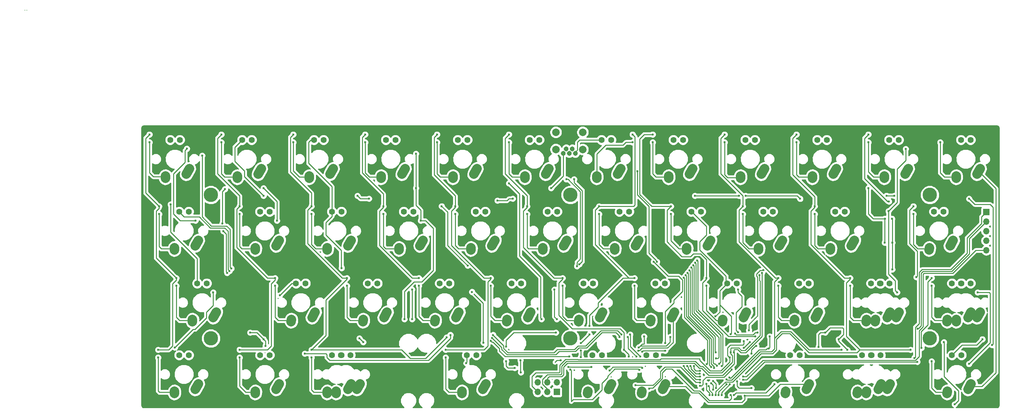
<source format=gbr>
G04 #@! TF.FileFunction,Copper,L1,Top,Signal*
%FSLAX46Y46*%
G04 Gerber Fmt 4.6, Leading zero omitted, Abs format (unit mm)*
G04 Created by KiCad (PCBNEW 4.0.6) date 05/07/17 15:54:07*
%MOMM*%
%LPD*%
G01*
G04 APERTURE LIST*
%ADD10C,0.100000*%
%ADD11R,0.250000X0.250000*%
%ADD12C,2.500000*%
%ADD13C,3.800000*%
%ADD14C,1.305560*%
%ADD15C,2.000000*%
%ADD16C,1.600200*%
%ADD17R,1.700000X1.700000*%
%ADD18O,1.700000X1.700000*%
%ADD19C,0.600000*%
%ADD20C,0.250000*%
%ADD21C,0.254000*%
G04 APERTURE END LIST*
D10*
D11*
X-250000Y0D03*
X250000Y0D03*
D12*
X154443297Y-100674954D02*
X155254203Y-99215046D01*
X148904026Y-101754328D02*
X148943474Y-101175672D01*
D13*
X49050000Y-87150000D03*
X144300000Y-87150000D03*
X239550000Y-87150000D03*
X239550000Y-49050000D03*
X144300000Y-49050000D03*
D14*
X144018000Y-38001780D03*
X143220440Y-36802900D03*
X145615660Y-38001780D03*
X144815560Y-36802900D03*
D15*
X147574000Y-32396000D03*
X140462000Y-32396000D03*
D14*
X142420340Y-38001780D03*
D15*
X140462000Y-36968000D03*
X147574000Y-36968000D03*
D16*
X59845000Y-34445000D03*
X57305000Y-34445000D03*
X97945000Y-34445000D03*
X95405000Y-34445000D03*
X116995000Y-34445000D03*
X114455000Y-34445000D03*
X136045000Y-34445000D03*
X133505000Y-34445000D03*
X155095000Y-34445000D03*
X152555000Y-34445000D03*
X174145000Y-34445000D03*
X171605000Y-34445000D03*
X193195000Y-34445000D03*
X190655000Y-34445000D03*
X212245000Y-34445000D03*
X209705000Y-34445000D03*
X231295000Y-34445000D03*
X228755000Y-34445000D03*
X250345000Y-34445000D03*
X247805000Y-34445000D03*
X43176250Y-53495000D03*
X40636250Y-53495000D03*
X40795000Y-34445000D03*
X38255000Y-34445000D03*
X78895000Y-34445000D03*
X76355000Y-34445000D03*
X64607500Y-53495000D03*
X62067500Y-53495000D03*
X83657500Y-53495000D03*
X81117500Y-53495000D03*
X102707500Y-53495000D03*
X100167500Y-53495000D03*
X121757500Y-53495000D03*
X119217500Y-53495000D03*
X140807500Y-53495000D03*
X138267500Y-53495000D03*
X159857500Y-53495000D03*
X157317500Y-53495000D03*
X178907500Y-53495000D03*
X176367500Y-53495000D03*
X197957500Y-53495000D03*
X195417500Y-53495000D03*
X217007500Y-53495000D03*
X214467500Y-53495000D03*
X243201250Y-53495000D03*
X240661250Y-53495000D03*
X47938750Y-72545000D03*
X45398750Y-72545000D03*
X74132500Y-72545000D03*
X71592500Y-72545000D03*
X93182500Y-72545000D03*
X90642500Y-72545000D03*
X112232500Y-72545000D03*
X109692500Y-72545000D03*
X131282500Y-72545000D03*
X128742500Y-72545000D03*
X150332500Y-72545000D03*
X147792500Y-72545000D03*
X169382500Y-72545000D03*
X166842500Y-72545000D03*
X188432500Y-72545000D03*
X185892500Y-72545000D03*
X207482500Y-72545000D03*
X204942500Y-72545000D03*
X228913750Y-72545000D03*
X226373750Y-72545000D03*
X250345000Y-72545000D03*
X247805000Y-72545000D03*
X43176250Y-91595000D03*
X40636250Y-91595000D03*
X64607500Y-91595000D03*
X62067500Y-91595000D03*
X83657500Y-91595000D03*
X81117500Y-91595000D03*
X119376250Y-91595000D03*
X116836250Y-91595000D03*
X152713750Y-91595000D03*
X150173750Y-91595000D03*
X205101250Y-91595000D03*
X202561250Y-91595000D03*
X224151250Y-91595000D03*
X221611250Y-91595000D03*
X247963750Y-91595000D03*
X245423750Y-91595000D03*
X226532500Y-72545000D03*
X223992500Y-72545000D03*
X247963750Y-72545000D03*
X245423750Y-72545000D03*
X86038750Y-91595000D03*
X83498750Y-91595000D03*
X167001250Y-91595000D03*
X164461250Y-91595000D03*
X226532500Y-91595000D03*
X223992500Y-91595000D03*
D17*
X140716000Y-101346000D03*
D18*
X140716000Y-98806000D03*
X138176000Y-101346000D03*
X138176000Y-98806000D03*
X135636000Y-101346000D03*
X135636000Y-98806000D03*
D17*
X254508000Y-53594000D03*
D18*
X254508000Y-56134000D03*
X254508000Y-58674000D03*
X254508000Y-61214000D03*
X254508000Y-63754000D03*
D12*
X42524547Y-43524954D02*
X43335453Y-42065046D01*
X36985276Y-44604328D02*
X37024724Y-44025672D01*
X61574547Y-43524954D02*
X62385453Y-42065046D01*
X56035276Y-44604328D02*
X56074724Y-44025672D01*
X80624547Y-43524954D02*
X81435453Y-42065046D01*
X75085276Y-44604328D02*
X75124724Y-44025672D01*
X99674547Y-43524954D02*
X100485453Y-42065046D01*
X94135276Y-44604328D02*
X94174724Y-44025672D01*
X118724547Y-43524954D02*
X119535453Y-42065046D01*
X113185276Y-44604328D02*
X113224724Y-44025672D01*
X137774547Y-43524954D02*
X138585453Y-42065046D01*
X132235276Y-44604328D02*
X132274724Y-44025672D01*
X156824547Y-43524954D02*
X157635453Y-42065046D01*
X151285276Y-44604328D02*
X151324724Y-44025672D01*
X175874547Y-43524954D02*
X176685453Y-42065046D01*
X170335276Y-44604328D02*
X170374724Y-44025672D01*
X194924547Y-43524954D02*
X195735453Y-42065046D01*
X189385276Y-44604328D02*
X189424724Y-44025672D01*
X213974547Y-43524954D02*
X214785453Y-42065046D01*
X208435276Y-44604328D02*
X208474724Y-44025672D01*
X233024547Y-43524954D02*
X233835453Y-42065046D01*
X227485276Y-44604328D02*
X227524724Y-44025672D01*
X44905797Y-62574954D02*
X45716703Y-61115046D01*
X39366526Y-63654328D02*
X39405974Y-63075672D01*
X66337047Y-62574954D02*
X67147953Y-61115046D01*
X60797776Y-63654328D02*
X60837224Y-63075672D01*
X85387047Y-62574954D02*
X86197953Y-61115046D01*
X79847776Y-63654328D02*
X79887224Y-63075672D01*
X104437047Y-62574954D02*
X105247953Y-61115046D01*
X98897776Y-63654328D02*
X98937224Y-63075672D01*
X123487047Y-62574954D02*
X124297953Y-61115046D01*
X117947776Y-63654328D02*
X117987224Y-63075672D01*
X142537047Y-62574954D02*
X143347953Y-61115046D01*
X136997776Y-63654328D02*
X137037224Y-63075672D01*
X161587047Y-62574954D02*
X162397953Y-61115046D01*
X156047776Y-63654328D02*
X156087224Y-63075672D01*
X180637047Y-62574954D02*
X181447953Y-61115046D01*
X175097776Y-63654328D02*
X175137224Y-63075672D01*
X199687047Y-62574954D02*
X200497953Y-61115046D01*
X194147776Y-63654328D02*
X194187224Y-63075672D01*
X218737047Y-62574954D02*
X219547953Y-61115046D01*
X213197776Y-63654328D02*
X213237224Y-63075672D01*
X244930797Y-62574954D02*
X245741703Y-61115046D01*
X239391526Y-63654328D02*
X239430974Y-63075672D01*
X49668297Y-81624954D02*
X50479203Y-80165046D01*
X44129026Y-82704328D02*
X44168474Y-82125672D01*
X75862047Y-81624954D02*
X76672953Y-80165046D01*
X70322776Y-82704328D02*
X70362224Y-82125672D01*
X94912047Y-81624954D02*
X95722953Y-80165046D01*
X89372776Y-82704328D02*
X89412224Y-82125672D01*
X113962047Y-81624954D02*
X114772953Y-80165046D01*
X108422776Y-82704328D02*
X108462224Y-82125672D01*
X133012047Y-81624954D02*
X133822953Y-80165046D01*
X127472776Y-82704328D02*
X127512224Y-82125672D01*
X152062047Y-81624954D02*
X152872953Y-80165046D01*
X146522776Y-82704328D02*
X146562224Y-82125672D01*
X171112047Y-81624954D02*
X171922953Y-80165046D01*
X165572776Y-82704328D02*
X165612224Y-82125672D01*
X190162047Y-81624954D02*
X190972953Y-80165046D01*
X184622776Y-82704328D02*
X184662224Y-82125672D01*
X209212047Y-81624954D02*
X210022953Y-80165046D01*
X203672776Y-82704328D02*
X203712224Y-82125672D01*
X230643297Y-81624954D02*
X231454203Y-80165046D01*
X225104026Y-82704328D02*
X225143474Y-82125672D01*
X252074547Y-81624954D02*
X252885453Y-80165046D01*
X246535276Y-82704328D02*
X246574724Y-82125672D01*
X44905797Y-100674954D02*
X45716703Y-99215046D01*
X39366526Y-101754328D02*
X39405974Y-101175672D01*
X66337047Y-100674954D02*
X67147953Y-99215046D01*
X60797776Y-101754328D02*
X60837224Y-101175672D01*
X85387047Y-100674954D02*
X86197953Y-99215046D01*
X79847776Y-101754328D02*
X79887224Y-101175672D01*
X206830797Y-100674954D02*
X207641703Y-99215046D01*
X201291526Y-101754328D02*
X201330974Y-101175672D01*
X225880797Y-100674954D02*
X226691703Y-99215046D01*
X220341526Y-101754328D02*
X220380974Y-101175672D01*
X249693297Y-100674954D02*
X250504203Y-99215046D01*
X244154026Y-101754328D02*
X244193474Y-101175672D01*
X252074547Y-43524954D02*
X252885453Y-42065046D01*
X246535276Y-44604328D02*
X246574724Y-44025672D01*
X228262047Y-81624954D02*
X229072953Y-80165046D01*
X222722776Y-82704328D02*
X222762224Y-82125672D01*
X249693297Y-81624954D02*
X250504203Y-80165046D01*
X244154026Y-82704328D02*
X244193474Y-82125672D01*
X87768297Y-100674954D02*
X88579203Y-99215046D01*
X82229026Y-101754328D02*
X82268474Y-101175672D01*
X228262047Y-100674954D02*
X229072953Y-99215046D01*
X222722776Y-101754328D02*
X222762224Y-101175672D01*
X121105797Y-100674954D02*
X121916703Y-99215046D01*
X115566526Y-101754328D02*
X115605974Y-101175672D01*
X168730797Y-100674954D02*
X169541703Y-99215046D01*
X163191526Y-101754328D02*
X163230974Y-101175672D01*
D13*
X49050000Y-49050000D03*
D19*
X59436000Y-85598000D03*
X62992000Y-87360000D03*
X63500000Y-89154000D03*
X116713000Y-93726000D03*
X140081000Y-74168000D03*
X178704000Y-99720000D03*
X187071000Y-95377000D03*
X182753000Y-81280000D03*
X140462000Y-85598000D03*
X127254000Y-89281000D03*
X193548000Y-89154000D03*
X186817000Y-85979000D03*
X188976000Y-49276000D03*
X177292000Y-49276000D03*
X230124000Y-49276000D03*
X228092000Y-49260000D03*
X170815000Y-86741000D03*
X162433000Y-89535000D03*
X163830000Y-86614000D03*
X140700000Y-82042000D03*
X102362000Y-82042000D03*
X102362000Y-74168000D03*
X129032000Y-50038000D03*
X124968000Y-50546000D03*
X127254000Y-93218000D03*
X129540000Y-94996000D03*
X210058000Y-89408000D03*
X211836000Y-85598000D03*
X192278000Y-100330000D03*
X188468000Y-98552000D03*
X192278000Y-91186000D03*
X217678000Y-90170000D03*
X215392000Y-87376000D03*
X253492000Y-87360000D03*
X67310000Y-75692000D03*
X62992000Y-49260000D03*
X38354000Y-51562000D03*
X87884000Y-49276000D03*
X90932000Y-50038000D03*
X205204000Y-50068000D03*
X190754000Y-49276000D03*
X131191000Y-96139000D03*
X131064000Y-92964000D03*
X187960000Y-85852000D03*
X193929000Y-85598000D03*
X243304000Y-88168000D03*
X187604000Y-102220000D03*
X198374000Y-99314000D03*
X246126000Y-104648000D03*
X128016000Y-45974000D03*
X136652000Y-82042000D03*
X223266000Y-47244000D03*
X227650000Y-55356760D03*
X227584000Y-61722000D03*
X100330000Y-82042000D03*
X104648000Y-55880000D03*
X103378000Y-47244000D03*
X103378000Y-38100000D03*
X89408000Y-88138000D03*
X88392000Y-87122000D03*
X62992000Y-47260000D03*
X66548000Y-55880000D03*
X42672000Y-36764000D03*
X44958000Y-55880000D03*
X139192000Y-47244000D03*
X141732000Y-92964000D03*
X229616000Y-68834000D03*
X191643000Y-84963000D03*
X195453000Y-68961000D03*
X229550000Y-55356760D03*
X229616000Y-61722000D03*
X145288000Y-44892000D03*
X176911000Y-67691000D03*
X146685000Y-67437000D03*
X182880000Y-92456000D03*
X143256000Y-44892000D03*
X176403000Y-68326000D03*
X146050000Y-67945000D03*
X182804000Y-90820000D03*
X236347000Y-84582000D03*
X186804000Y-90820000D03*
X194437000Y-70358000D03*
X195072000Y-69723000D03*
X187604000Y-90820000D03*
X190246000Y-89662000D03*
X188722000Y-85471000D03*
X191897000Y-88138000D03*
X147066000Y-92075000D03*
X147066000Y-90297000D03*
X147066000Y-88392000D03*
X149352000Y-86106000D03*
X149352000Y-83820000D03*
X188722000Y-74168000D03*
X161290000Y-71120000D03*
X160782000Y-32986000D03*
X151892000Y-52070000D03*
X237363000Y-89662000D03*
X235204000Y-52036000D03*
X240030000Y-71086000D03*
X235966000Y-70866000D03*
X228727000Y-50800000D03*
X223266000Y-32986000D03*
X190246000Y-87884000D03*
X186563000Y-92202000D03*
X190104000Y-97320000D03*
X190104000Y-98120000D03*
X235458000Y-92329000D03*
X236220000Y-93345000D03*
X167259000Y-66802000D03*
X183769000Y-93853000D03*
X177419000Y-67056000D03*
X162052000Y-42795000D03*
X177927000Y-66421000D03*
X184404000Y-94488000D03*
X190500000Y-102362000D03*
X162306000Y-90424000D03*
X165227000Y-100457000D03*
X186804000Y-102220000D03*
X83693000Y-68453000D03*
X182118000Y-98425000D03*
X182880000Y-100330000D03*
X183134000Y-94361000D03*
X175895000Y-69088000D03*
X54483000Y-68580000D03*
X46736000Y-38608000D03*
X182372000Y-94996000D03*
X175387000Y-69723000D03*
X181610000Y-99060000D03*
X182118000Y-100711000D03*
X196850000Y-89789000D03*
X193294000Y-86614000D03*
X197104000Y-86614000D03*
X186563000Y-99314000D03*
X186436000Y-97536000D03*
X184404000Y-102220000D03*
X166116000Y-32986000D03*
X180340000Y-71120000D03*
X170942000Y-52070000D03*
X183604000Y-102220000D03*
X185674000Y-98044000D03*
X185674000Y-99314000D03*
X199390000Y-71120000D03*
X185166000Y-32986000D03*
X189992000Y-52070000D03*
X216154000Y-90170000D03*
X182804000Y-102220000D03*
X218440000Y-71120000D03*
X204216000Y-32986000D03*
X209042000Y-52070000D03*
X234442000Y-90170000D03*
X53975000Y-69215000D03*
X174879000Y-70358000D03*
X181610000Y-94742000D03*
X182004000Y-102220000D03*
X180975000Y-99822000D03*
X53340000Y-69723000D03*
X180340000Y-99187000D03*
X181204000Y-102220000D03*
X180467000Y-93980000D03*
X174371000Y-70993000D03*
X52324000Y-58674000D03*
X159766000Y-91948000D03*
X178704000Y-98920000D03*
X161544000Y-99568000D03*
X158496000Y-90170000D03*
X142240000Y-71120000D03*
X128016000Y-32986000D03*
X132842000Y-52070000D03*
X123190000Y-87757000D03*
X144272000Y-95377000D03*
X178704000Y-98120000D03*
X162560000Y-95504000D03*
X174371000Y-94488000D03*
X144018000Y-91948000D03*
X111252000Y-90170000D03*
X123190000Y-71120000D03*
X108966000Y-32986000D03*
X113792000Y-52070000D03*
X117094000Y-67818000D03*
X175260000Y-94488000D03*
X169418000Y-90424000D03*
X163322000Y-90678000D03*
X169418000Y-88392000D03*
X178704000Y-97320000D03*
X166370000Y-66802000D03*
X110202000Y-52036000D03*
X104140000Y-71120000D03*
X89916000Y-32986000D03*
X94742000Y-52070000D03*
X123571000Y-86995000D03*
X111506000Y-86868000D03*
X161798000Y-91948000D03*
X176149000Y-94488000D03*
X159512000Y-86741000D03*
X157353000Y-86741000D03*
X178562000Y-96520000D03*
X75692000Y-90170000D03*
X85090000Y-71120000D03*
X70866000Y-32986000D03*
X75692000Y-52070000D03*
X73914000Y-91186000D03*
X112522000Y-86233000D03*
X123825000Y-86233000D03*
X162814000Y-91948000D03*
X157861000Y-86106000D03*
X160147000Y-86106000D03*
X178704000Y-95720000D03*
X177038000Y-94488000D03*
X56642000Y-90136000D03*
X51816000Y-32986000D03*
X56642000Y-52070000D03*
X66040000Y-71120000D03*
X154686000Y-95631000D03*
X163322000Y-94996000D03*
X35052000Y-90170000D03*
X39878000Y-71120000D03*
X32766000Y-32986000D03*
X35306000Y-52070000D03*
X49657000Y-74930000D03*
X39497000Y-89535000D03*
X118237000Y-74803000D03*
X121285000Y-88265000D03*
X143764000Y-94742000D03*
X149860000Y-94742000D03*
X249936000Y-93914000D03*
X252222000Y-74930000D03*
X230886000Y-74930000D03*
X228600000Y-53357780D03*
X233172000Y-36830000D03*
X52070000Y-56642000D03*
X52804000Y-47468000D03*
X249964000Y-50068000D03*
X256032000Y-88900000D03*
X32766000Y-35086000D03*
X51816000Y-35086000D03*
X70866000Y-35086000D03*
X89916000Y-35086000D03*
X108966000Y-35086000D03*
X128016000Y-35086000D03*
X160782000Y-35086000D03*
X166116000Y-35086000D03*
X185166000Y-35086000D03*
X204216000Y-35086000D03*
X223266000Y-35086000D03*
X35306000Y-54136000D03*
X56642000Y-54136000D03*
X75692000Y-54136000D03*
X94742000Y-54136000D03*
X113792000Y-54136000D03*
X132842000Y-54136000D03*
X151892000Y-54136000D03*
X170942000Y-54136000D03*
X189992000Y-54136000D03*
X209042000Y-54136000D03*
X235204000Y-54136000D03*
X39878000Y-73186000D03*
X66040000Y-73186000D03*
X85090000Y-73186000D03*
X104140000Y-73186000D03*
X123190000Y-73186000D03*
X142240000Y-73186000D03*
X161290000Y-73186000D03*
X180340000Y-73186000D03*
X199390000Y-73186000D03*
X218440000Y-73186000D03*
X240030000Y-73186000D03*
X35052000Y-92236000D03*
X56642000Y-92236000D03*
X75692000Y-92236000D03*
X111252000Y-92236000D03*
X240030000Y-93252000D03*
X242316000Y-35086000D03*
D20*
X59436000Y-85598000D02*
X61230000Y-85598000D01*
X63500000Y-87868000D02*
X63500000Y-89154000D01*
X62992000Y-87360000D02*
X63500000Y-87868000D01*
X62992000Y-87360000D02*
X63008000Y-87360000D01*
X61230000Y-85598000D02*
X62992000Y-87360000D01*
X145615660Y-38101780D02*
X145615660Y-37645340D01*
X145615660Y-37645340D02*
X146177000Y-37084000D01*
X146177000Y-37084000D02*
X146177000Y-35052000D01*
X146177000Y-35052000D02*
X146784000Y-34445000D01*
X146784000Y-34445000D02*
X152555000Y-34445000D01*
X116840000Y-93218000D02*
X116836250Y-93218000D01*
X116836250Y-93221750D02*
X116840000Y-93218000D01*
X140700000Y-82042000D02*
X140700000Y-82026000D01*
X140081000Y-81407000D02*
X140081000Y-74168000D01*
X140700000Y-82026000D02*
X140081000Y-81407000D01*
X185039000Y-97409000D02*
X187071000Y-95377000D01*
X180340000Y-97409000D02*
X185039000Y-97409000D01*
X179451000Y-98298000D02*
X180340000Y-97409000D01*
X179451000Y-99314000D02*
X179451000Y-98298000D01*
X179070000Y-99695000D02*
X179451000Y-99314000D01*
X178729000Y-99695000D02*
X179070000Y-99695000D01*
X178729000Y-99695000D02*
X178704000Y-99720000D01*
X183896000Y-78105000D02*
X183896000Y-80137000D01*
X183896000Y-80137000D02*
X182753000Y-81280000D01*
X136652000Y-85598000D02*
X140462000Y-85598000D01*
X192278000Y-90170000D02*
X193294000Y-89154000D01*
X193294000Y-89154000D02*
X193548000Y-89154000D01*
X184912000Y-79248000D02*
X186944000Y-81280000D01*
X186944000Y-85852000D02*
X186944000Y-81280000D01*
X186944000Y-85852000D02*
X186817000Y-85979000D01*
X188976000Y-49276000D02*
X177292000Y-49276000D01*
X178562000Y-63627000D02*
X185547000Y-70612000D01*
X185547000Y-70612000D02*
X185547000Y-72199500D01*
X185547000Y-72199500D02*
X185892500Y-72545000D01*
X230124000Y-49276000D02*
X228108000Y-49276000D01*
X228108000Y-49276000D02*
X228092000Y-49260000D01*
X170815000Y-86741000D02*
X170688000Y-86868000D01*
X163957000Y-89154000D02*
X162814000Y-89154000D01*
X162814000Y-89154000D02*
X162433000Y-89535000D01*
X163830000Y-88646000D02*
X163322000Y-88646000D01*
X163830000Y-86614000D02*
X163830000Y-88646000D01*
X163322000Y-88646000D02*
X162433000Y-89535000D01*
X185039000Y-79375000D02*
X184912000Y-79248000D01*
X184912000Y-79248000D02*
X183896000Y-78232000D01*
X183896000Y-74541500D02*
X185892500Y-72545000D01*
X183896000Y-78232000D02*
X183896000Y-78105000D01*
X183896000Y-78105000D02*
X183896000Y-74541500D01*
X163830000Y-89154000D02*
X163957000Y-89154000D01*
X163957000Y-89154000D02*
X169672000Y-89154000D01*
X170688000Y-88138000D02*
X170688000Y-86868000D01*
X169672000Y-89154000D02*
X170688000Y-88138000D01*
X102362000Y-74168000D02*
X102362000Y-82042000D01*
X176367500Y-53495000D02*
X176431000Y-53495000D01*
X176431000Y-53495000D02*
X180340000Y-57404000D01*
X178562000Y-61468000D02*
X178562000Y-63627000D01*
X180340000Y-59690000D02*
X178562000Y-61468000D01*
X180340000Y-57404000D02*
X180340000Y-59690000D01*
X185575000Y-72545000D02*
X185892500Y-72545000D01*
X128016000Y-50038000D02*
X129032000Y-50038000D01*
X127508000Y-50546000D02*
X128016000Y-50038000D01*
X124968000Y-50546000D02*
X127508000Y-50546000D01*
X137160000Y-85598000D02*
X136652000Y-85598000D01*
X136652000Y-85598000D02*
X129286000Y-85598000D01*
X129286000Y-85598000D02*
X127254000Y-87630000D01*
X127254000Y-87630000D02*
X127254000Y-89281000D01*
X127254000Y-93218000D02*
X127254000Y-94488000D01*
X127254000Y-94488000D02*
X127762000Y-94996000D01*
X127762000Y-94996000D02*
X129540000Y-94996000D01*
X215392000Y-87376000D02*
X216662000Y-86106000D01*
X213106000Y-84328000D02*
X211836000Y-85598000D01*
X216408000Y-84328000D02*
X213106000Y-84328000D01*
X216662000Y-84582000D02*
X216408000Y-84328000D01*
X216662000Y-86106000D02*
X216662000Y-84582000D01*
X210058000Y-89408000D02*
X210058000Y-86106000D01*
X210058000Y-86106000D02*
X210566000Y-85598000D01*
X210566000Y-85598000D02*
X211836000Y-85598000D01*
X188976000Y-100330000D02*
X192278000Y-100330000D01*
X188468000Y-99822000D02*
X188976000Y-100330000D01*
X188468000Y-98552000D02*
X188468000Y-99822000D01*
X116836250Y-93468250D02*
X116836250Y-93218000D01*
X116836250Y-93218000D02*
X116836250Y-91595000D01*
X192278000Y-90170000D02*
X192278000Y-91186000D01*
X217678000Y-90170000D02*
X215392000Y-87884000D01*
X215392000Y-87884000D02*
X215392000Y-87376000D01*
X248134750Y-88884000D02*
X245423750Y-91595000D01*
X251968000Y-88884000D02*
X248134750Y-88884000D01*
X253492000Y-87360000D02*
X251968000Y-88884000D01*
X70457000Y-72545000D02*
X71592500Y-72545000D01*
X67310000Y-75692000D02*
X70457000Y-72545000D01*
X57305000Y-34445000D02*
X55372000Y-36378000D01*
X55372000Y-40132000D02*
X55372000Y-36378000D01*
X57912000Y-42672000D02*
X55372000Y-40132000D01*
X57912000Y-44180000D02*
X57912000Y-42672000D01*
X57912000Y-44180000D02*
X62992000Y-49260000D01*
X45398750Y-72545000D02*
X45398750Y-65972750D01*
X38354000Y-58928000D02*
X38354000Y-51562000D01*
X45398750Y-65972750D02*
X38354000Y-58928000D01*
X87884000Y-49276000D02*
X88646000Y-50038000D01*
X88646000Y-50038000D02*
X90932000Y-50038000D01*
X204412000Y-49276000D02*
X205204000Y-50068000D01*
X204412000Y-49276000D02*
X190754000Y-49276000D01*
X142420340Y-39497000D02*
X142420340Y-38101780D01*
X131191000Y-96139000D02*
X131064000Y-96012000D01*
X131064000Y-96012000D02*
X131064000Y-92964000D01*
X193929000Y-85598000D02*
X193294000Y-85598000D01*
X188271998Y-86163998D02*
X187960000Y-85852000D01*
X192728002Y-86163998D02*
X188271998Y-86163998D01*
X193294000Y-85598000D02*
X192728002Y-86163998D01*
X188224000Y-101600000D02*
X187604000Y-102220000D01*
X196088000Y-101600000D02*
X188224000Y-101600000D01*
X198374000Y-99314000D02*
X196088000Y-101600000D01*
X247142000Y-103632000D02*
X246126000Y-104648000D01*
X247142000Y-101092000D02*
X247142000Y-103632000D01*
X243332000Y-97282000D02*
X247142000Y-101092000D01*
X243332000Y-88196000D02*
X243332000Y-97282000D01*
X243304000Y-88168000D02*
X243332000Y-88196000D01*
X136398000Y-70866000D02*
X136398000Y-81788000D01*
X130810000Y-48768000D02*
X128016000Y-45974000D01*
X130810000Y-65278000D02*
X130810000Y-48768000D01*
X136398000Y-70866000D02*
X130810000Y-65278000D01*
X136652000Y-82042000D02*
X136398000Y-81788000D01*
X227584000Y-55422760D02*
X227650000Y-55356760D01*
X223266000Y-47244000D02*
X223266000Y-54102000D01*
X223266000Y-54102000D02*
X224520760Y-55356760D01*
X224520760Y-55356760D02*
X227650000Y-55356760D01*
X227584000Y-55422760D02*
X227584000Y-61722000D01*
X104648000Y-55880000D02*
X105918000Y-55880000D01*
X100330000Y-74676000D02*
X100330000Y-82042000D01*
X102870000Y-72136000D02*
X100330000Y-74676000D01*
X104902000Y-72136000D02*
X102870000Y-72136000D01*
X107950000Y-69088000D02*
X104902000Y-72136000D01*
X107950000Y-57912000D02*
X107950000Y-69088000D01*
X105918000Y-55880000D02*
X107950000Y-57912000D01*
X103378000Y-47244000D02*
X103378000Y-51816000D01*
X104648000Y-53086000D02*
X104648000Y-55880000D01*
X103378000Y-51816000D02*
X104648000Y-53086000D01*
X103378000Y-38100000D02*
X103378000Y-47244000D01*
X88392000Y-87122000D02*
X89408000Y-88138000D01*
X66548000Y-50816000D02*
X66548000Y-55880000D01*
X62992000Y-47260000D02*
X66548000Y-50816000D01*
X40894000Y-55880000D02*
X44958000Y-55880000D01*
X39116000Y-54102000D02*
X40894000Y-55880000D01*
X39116000Y-43434000D02*
X39116000Y-54102000D01*
X42164000Y-40386000D02*
X39116000Y-43434000D01*
X42164000Y-37272000D02*
X42164000Y-40386000D01*
X42164000Y-37272000D02*
X42672000Y-36764000D01*
X142420340Y-39497000D02*
X142420340Y-44015660D01*
X142420340Y-44015660D02*
X139192000Y-47244000D01*
X140716000Y-92964000D02*
X141732000Y-92964000D01*
X140208000Y-93472000D02*
X140716000Y-92964000D01*
X193357500Y-81724500D02*
X191643000Y-83439000D01*
X191643000Y-84963000D02*
X191643000Y-83439000D01*
X193675000Y-69977000D02*
X193675000Y-70612000D01*
X193929000Y-81153000D02*
X193357500Y-81724500D01*
X193357500Y-81724500D02*
X193294000Y-81788000D01*
X193929000Y-70866000D02*
X193929000Y-81153000D01*
X193675000Y-70612000D02*
X193929000Y-70866000D01*
X195326000Y-69088000D02*
X194945000Y-69088000D01*
X195453000Y-68961000D02*
X195326000Y-69088000D01*
X193675000Y-69977000D02*
X194564000Y-69088000D01*
X229616000Y-68834000D02*
X229616000Y-61722000D01*
X194564000Y-69088000D02*
X194945000Y-69088000D01*
X194945000Y-69088000D02*
X195580000Y-69088000D01*
X229616000Y-55422760D02*
X229616000Y-61722000D01*
X229616000Y-55422760D02*
X229550000Y-55356760D01*
X146685000Y-67437000D02*
X147447000Y-66675000D01*
X147447000Y-47879000D02*
X145415000Y-45847000D01*
X147447000Y-66675000D02*
X147447000Y-47879000D01*
X147066000Y-67056000D02*
X146685000Y-67437000D01*
X145288000Y-44892000D02*
X145288000Y-45720000D01*
X145288000Y-45720000D02*
X145415000Y-45847000D01*
X147066000Y-67056000D02*
X146685000Y-67437000D01*
X182880000Y-92456000D02*
X183388000Y-92456000D01*
X183388000Y-92456000D02*
X183699998Y-92144002D01*
X183699998Y-92144002D02*
X183699998Y-89338998D01*
X183699998Y-89338998D02*
X183642000Y-89281000D01*
X183642000Y-89281000D02*
X183699998Y-89281000D01*
X183699998Y-86925998D02*
X183134000Y-86360000D01*
X183699998Y-92144002D02*
X183699998Y-89281000D01*
X183699998Y-89281000D02*
X183699998Y-86925998D01*
X183388000Y-92456000D02*
X183699998Y-92144002D01*
X147066000Y-67056000D02*
X146685000Y-67437000D01*
X177038000Y-80264000D02*
X183134000Y-86360000D01*
X177038000Y-67818000D02*
X177038000Y-80264000D01*
X183134000Y-86360000D02*
X183388000Y-86614000D01*
X143256000Y-44892000D02*
X143698000Y-44892000D01*
X176530000Y-80518000D02*
X182626000Y-86614000D01*
X182626000Y-89535000D02*
X182626000Y-86614000D01*
X176530000Y-68453000D02*
X176403000Y-68326000D01*
X176530000Y-80518000D02*
X176530000Y-68453000D01*
X146050000Y-66929000D02*
X146050000Y-67945000D01*
X146939000Y-66040000D02*
X146050000Y-66929000D01*
X146939000Y-48133000D02*
X146939000Y-66040000D01*
X143698000Y-44892000D02*
X146939000Y-48133000D01*
X182804000Y-90820000D02*
X182626000Y-90642000D01*
X182626000Y-90642000D02*
X182626000Y-89535000D01*
X182626000Y-90642000D02*
X182626000Y-89535000D01*
X236601000Y-84455000D02*
X237236000Y-83820000D01*
X254508000Y-56134000D02*
X250063000Y-60579000D01*
X250063000Y-64643000D02*
X245364000Y-69342000D01*
X245364000Y-69342000D02*
X237744000Y-69342000D01*
X237744000Y-69342000D02*
X237236000Y-69850000D01*
X237236000Y-69850000D02*
X237236000Y-83820000D01*
X250063000Y-60579000D02*
X250063000Y-64643000D01*
X236474000Y-84455000D02*
X236347000Y-84582000D01*
X236601000Y-84455000D02*
X236474000Y-84455000D01*
X181102000Y-96266000D02*
X184404000Y-96266000D01*
X184404000Y-96266000D02*
X187198000Y-93472000D01*
X194437000Y-70358000D02*
X194437000Y-71755000D01*
X188976000Y-89662000D02*
X186944000Y-89662000D01*
X189611000Y-90297000D02*
X188976000Y-89662000D01*
X190627000Y-90297000D02*
X189611000Y-90297000D01*
X194564000Y-71882000D02*
X194564000Y-86360000D01*
X190627000Y-90297000D02*
X194564000Y-86360000D01*
X186817000Y-89789000D02*
X186944000Y-89662000D01*
X186817000Y-89789000D02*
X186817000Y-90807000D01*
X194437000Y-71755000D02*
X194564000Y-71882000D01*
X187198000Y-93472000D02*
X187198000Y-91694000D01*
X186804000Y-91300000D02*
X186804000Y-90820000D01*
X187198000Y-91694000D02*
X186804000Y-91300000D01*
X181102000Y-96266000D02*
X179387500Y-94551500D01*
X179387500Y-94551500D02*
X178752500Y-94551500D01*
X178752500Y-94551500D02*
X177419000Y-93218000D01*
X254762000Y-61214000D02*
X254508000Y-61214000D01*
X138176000Y-101346000D02*
X138176000Y-100584000D01*
X138176000Y-100584000D02*
X136906000Y-99314000D01*
X136906000Y-99314000D02*
X136906000Y-98044000D01*
X136906000Y-98044000D02*
X138176000Y-96774000D01*
X138176000Y-96774000D02*
X141732000Y-96774000D01*
X141732000Y-96774000D02*
X141986000Y-96520000D01*
X141986000Y-96520000D02*
X141986000Y-94488000D01*
X141986000Y-94488000D02*
X143256000Y-93218000D01*
X143256000Y-93218000D02*
X177419000Y-93218000D01*
X184658000Y-96901000D02*
X187706000Y-93853000D01*
X187706000Y-93853000D02*
X187706000Y-90922000D01*
X189484000Y-90932000D02*
X188664002Y-90112002D01*
X190754000Y-90932000D02*
X189484000Y-90932000D01*
X195072000Y-69723000D02*
X195072000Y-86614000D01*
X195072000Y-86614000D02*
X190754000Y-90932000D01*
X187604000Y-90820000D02*
X187604000Y-90272000D01*
X187706000Y-90922000D02*
X187604000Y-90820000D01*
X187763998Y-90112002D02*
X188664002Y-90112002D01*
X187604000Y-90272000D02*
X187763998Y-90112002D01*
X138176000Y-97790000D02*
X138176000Y-98806000D01*
X138684000Y-97282000D02*
X138176000Y-97790000D01*
X141986000Y-97282000D02*
X138684000Y-97282000D01*
X142494000Y-96774000D02*
X141986000Y-97282000D01*
X142494000Y-94742000D02*
X142494000Y-96774000D01*
X143510000Y-93726000D02*
X142494000Y-94742000D01*
X177165000Y-93726000D02*
X143510000Y-93726000D01*
X179133500Y-95059500D02*
X180975000Y-96901000D01*
X178498500Y-95059500D02*
X179133500Y-95059500D01*
X177165000Y-93726000D02*
X178498500Y-95059500D01*
X184658000Y-96901000D02*
X180975000Y-96901000D01*
X191897000Y-88138000D02*
X191770000Y-88138000D01*
X191770000Y-88138000D02*
X190246000Y-89662000D01*
X188214000Y-80264000D02*
X188214000Y-84963000D01*
X188214000Y-84963000D02*
X188722000Y-85471000D01*
X147066000Y-90297000D02*
X147066000Y-92075000D01*
X161290000Y-71120000D02*
X158242000Y-71120000D01*
X149352000Y-86106000D02*
X147066000Y-88392000D01*
X149352000Y-81026000D02*
X149352000Y-83820000D01*
X151638000Y-78740000D02*
X149352000Y-81026000D01*
X151638000Y-77724000D02*
X151638000Y-78740000D01*
X158242000Y-71120000D02*
X151638000Y-77724000D01*
X188722000Y-74930000D02*
X188722000Y-74168000D01*
X189738000Y-75946000D02*
X188722000Y-74930000D01*
X189738000Y-78740000D02*
X189738000Y-75946000D01*
X188214000Y-80264000D02*
X189738000Y-78740000D01*
X188722000Y-74168000D02*
X188664002Y-74168000D01*
X151892000Y-52070000D02*
X150876000Y-53086000D01*
X159766000Y-71120000D02*
X161290000Y-71120000D01*
X150876000Y-62230000D02*
X159766000Y-71120000D01*
X150876000Y-53086000D02*
X150876000Y-62230000D01*
X161036000Y-52070000D02*
X151892000Y-52070000D01*
X161417000Y-51689000D02*
X161036000Y-52070000D01*
X161417000Y-33621000D02*
X161417000Y-51689000D01*
X161417000Y-33621000D02*
X160782000Y-32986000D01*
X237363000Y-89662000D02*
X237236000Y-89535000D01*
X237236000Y-89535000D02*
X237236000Y-85344000D01*
X240030000Y-71086000D02*
X239014000Y-72102000D01*
X239014000Y-72102000D02*
X239014000Y-83566000D01*
X239014000Y-83566000D02*
X237236000Y-85344000D01*
X234188000Y-53052000D02*
X234188000Y-61976000D01*
X236220000Y-64008000D02*
X234188000Y-61976000D01*
X236220000Y-64008000D02*
X236220000Y-70612000D01*
X235204000Y-52036000D02*
X234188000Y-53052000D01*
X236220000Y-70612000D02*
X235966000Y-70866000D01*
X228727000Y-50800000D02*
X228346000Y-50800000D01*
X222250000Y-44704000D02*
X222250000Y-40640000D01*
X228346000Y-50800000D02*
X222250000Y-44704000D01*
X222250000Y-34002000D02*
X222250000Y-40640000D01*
X223266000Y-32986000D02*
X222250000Y-34002000D01*
X222250000Y-40640000D02*
X222250000Y-42672000D01*
X178562000Y-92520000D02*
X178562000Y-92964000D01*
X178562000Y-92520000D02*
X168338000Y-92520000D01*
X168338000Y-92520000D02*
X168090002Y-92767998D01*
X168090002Y-92767998D02*
X146361998Y-92767998D01*
X146361998Y-92767998D02*
X146304000Y-92710000D01*
X146304000Y-92710000D02*
X143002000Y-92710000D01*
X143002000Y-92710000D02*
X141478000Y-94234000D01*
X141478000Y-94234000D02*
X141478000Y-96069998D01*
X141478000Y-96069998D02*
X141281998Y-96266000D01*
X141281998Y-96266000D02*
X135128000Y-96266000D01*
X135128000Y-96266000D02*
X134112000Y-97282000D01*
X134112000Y-97282000D02*
X134112000Y-99822000D01*
X135636000Y-101346000D02*
X134112000Y-99822000D01*
X186563000Y-93345000D02*
X186563000Y-92202000D01*
X184150699Y-95757301D02*
X186563000Y-93345000D01*
X181355301Y-95757301D02*
X184150699Y-95757301D01*
X178562000Y-92964000D02*
X181355301Y-95757301D01*
X186563000Y-92202000D02*
X186436000Y-92202000D01*
X186436000Y-92202000D02*
X185928000Y-91694000D01*
X190246000Y-88646000D02*
X189992000Y-88900000D01*
X189992000Y-88900000D02*
X186690000Y-88900000D01*
X190246000Y-88646000D02*
X190246000Y-87884000D01*
X185928000Y-91694000D02*
X185928000Y-89662000D01*
X185928000Y-89662000D02*
X186690000Y-88900000D01*
X195326000Y-92964000D02*
X190970000Y-97320000D01*
X190970000Y-97320000D02*
X190104000Y-97320000D01*
X195326000Y-92964000D02*
X235712000Y-92964000D01*
X235712000Y-92964000D02*
X236728000Y-91948000D01*
X236728000Y-91948000D02*
X236728000Y-85090000D01*
X236728000Y-85090000D02*
X237744000Y-84074000D01*
X237744000Y-84074000D02*
X237744000Y-70104000D01*
X237744000Y-70104000D02*
X237998000Y-69850000D01*
X237998000Y-69850000D02*
X245618000Y-69850000D01*
X245618000Y-69850000D02*
X251714000Y-63754000D01*
X254508000Y-63754000D02*
X251714000Y-63754000D01*
X190104000Y-98120000D02*
X191059000Y-98120000D01*
X195764998Y-93414002D02*
X235585000Y-93414002D01*
X191059000Y-98120000D02*
X195764998Y-93414002D01*
X235585000Y-93414002D02*
X236150998Y-93414002D01*
X236150998Y-93414002D02*
X236220000Y-93345000D01*
X236728000Y-83185000D02*
X235712000Y-84201000D01*
X235712000Y-84201000D02*
X235712000Y-92202000D01*
X236728000Y-69596000D02*
X236728000Y-83185000D01*
X236728000Y-69596000D02*
X237490000Y-68834000D01*
X237490000Y-68834000D02*
X245110000Y-68834000D01*
X245110000Y-68834000D02*
X249428000Y-64516000D01*
X249428000Y-64516000D02*
X249428000Y-60452000D01*
X249428000Y-60452000D02*
X253238000Y-56642000D01*
X253238000Y-56642000D02*
X253238000Y-54864000D01*
X254508000Y-53594000D02*
X253238000Y-54864000D01*
X235585000Y-93414002D02*
X235007998Y-93414002D01*
X183769000Y-93853000D02*
X183769000Y-93783998D01*
X184150000Y-93402998D02*
X184150000Y-86360000D01*
X183769000Y-93783998D02*
X184150000Y-93402998D01*
X167068500Y-66611500D02*
X167068500Y-66484500D01*
X167259000Y-66802000D02*
X167068500Y-66611500D01*
X177546000Y-79756000D02*
X177546000Y-67183000D01*
X184150000Y-86360000D02*
X177546000Y-79756000D01*
X177546000Y-67183000D02*
X177419000Y-67056000D01*
X165100000Y-64516000D02*
X165100000Y-52070000D01*
X167068500Y-66484500D02*
X165100000Y-64516000D01*
X165100000Y-52070000D02*
X162052000Y-49022000D01*
X162052000Y-49022000D02*
X162052000Y-42926000D01*
X165100000Y-52070000D02*
X163068000Y-50038000D01*
X184404000Y-94488000D02*
X184658000Y-94234000D01*
X184658000Y-86106000D02*
X178054000Y-79502000D01*
X184658000Y-94234000D02*
X184658000Y-86106000D01*
X178054000Y-79502000D02*
X178054000Y-66548000D01*
X178054000Y-66548000D02*
X177927000Y-66421000D01*
X169136250Y-99945000D02*
X174875000Y-99945000D01*
X190500000Y-103378000D02*
X190500000Y-102362000D01*
X189738000Y-104140000D02*
X190500000Y-103378000D01*
X180848000Y-104140000D02*
X189738000Y-104140000D01*
X178308000Y-101600000D02*
X180848000Y-104140000D01*
X176530000Y-101600000D02*
X178308000Y-101600000D01*
X174875000Y-99945000D02*
X176530000Y-101600000D01*
X190500000Y-102362000D02*
X196850000Y-102362000D01*
X196850000Y-102362000D02*
X199898000Y-99314000D01*
X199898000Y-99314000D02*
X206605250Y-99314000D01*
X206605250Y-99314000D02*
X207236250Y-99945000D01*
X252480000Y-42795000D02*
X257048000Y-47363000D01*
X253369000Y-99945000D02*
X250098750Y-99945000D01*
X257048000Y-96266000D02*
X253369000Y-99945000D01*
X257048000Y-47363000D02*
X257048000Y-96266000D01*
X162433000Y-90297000D02*
X162687000Y-90297000D01*
X162306000Y-90424000D02*
X162433000Y-90297000D01*
X166116000Y-100330000D02*
X165354000Y-100330000D01*
X165354000Y-100330000D02*
X165227000Y-100457000D01*
X166116000Y-100330000D02*
X166370000Y-100076000D01*
X186944000Y-103124000D02*
X186436000Y-103632000D01*
X186944000Y-102360000D02*
X186944000Y-103124000D01*
X186804000Y-102220000D02*
X186944000Y-102360000D01*
X177038000Y-101092000D02*
X178562000Y-101092000D01*
X178562000Y-101092000D02*
X181102000Y-103632000D01*
X181102000Y-103632000D02*
X186436000Y-103632000D01*
X177038000Y-101092000D02*
X171196000Y-95250000D01*
X169672000Y-95250000D02*
X171196000Y-95250000D01*
X168656000Y-96266000D02*
X169672000Y-95250000D01*
X168656000Y-97790000D02*
X168656000Y-96266000D01*
X166116000Y-100330000D02*
X166370000Y-100076000D01*
X166370000Y-100076000D02*
X168656000Y-97790000D01*
X171517500Y-80895000D02*
X171517500Y-88205500D01*
X171517500Y-88205500D02*
X170061000Y-89662000D01*
X170061000Y-89662000D02*
X163322000Y-89662000D01*
X163322000Y-89662000D02*
X162687000Y-90297000D01*
X186436000Y-103632000D02*
X186690000Y-103378000D01*
X83566000Y-67818000D02*
X83566000Y-68326000D01*
X176022000Y-80829998D02*
X176022000Y-69215000D01*
X182880000Y-99187000D02*
X182880000Y-100330000D01*
X182118000Y-86925998D02*
X182118000Y-93599000D01*
X182118000Y-93599000D02*
X182372000Y-93853000D01*
X182118000Y-86925998D02*
X176022000Y-80829998D01*
X182118000Y-98425000D02*
X182880000Y-99187000D01*
X183134000Y-94361000D02*
X182626000Y-93853000D01*
X182626000Y-93853000D02*
X182372000Y-93853000D01*
X176022000Y-69215000D02*
X175895000Y-69088000D01*
X81117500Y-54772500D02*
X81117500Y-53495000D01*
X83566000Y-63754000D02*
X83566000Y-67818000D01*
X83566000Y-67818000D02*
X83566000Y-68580000D01*
X79502000Y-59690000D02*
X83566000Y-63754000D01*
X79502000Y-56388000D02*
X79502000Y-59690000D01*
X81117500Y-54772500D02*
X79502000Y-56388000D01*
X81117500Y-53495000D02*
X81117500Y-46827500D01*
X74930000Y-40640000D02*
X74930000Y-35052000D01*
X81117500Y-46827500D02*
X74930000Y-40640000D01*
X81117500Y-53495000D02*
X80927000Y-53495000D01*
X75537000Y-34445000D02*
X76355000Y-34445000D01*
X74930000Y-35052000D02*
X75537000Y-34445000D01*
X54102000Y-68199000D02*
X54483000Y-68580000D01*
X49149000Y-57277000D02*
X53213000Y-57277000D01*
X46736000Y-54864000D02*
X46736000Y-38608000D01*
X54102000Y-58166000D02*
X54102000Y-68199000D01*
X53213000Y-57277000D02*
X54102000Y-58166000D01*
X49149000Y-57277000D02*
X46736000Y-54864000D01*
X175514000Y-81151602D02*
X175514000Y-69850000D01*
X181610000Y-87247602D02*
X181610000Y-93853000D01*
X175514000Y-81151602D02*
X181610000Y-87247602D01*
X181610000Y-93853000D02*
X182372000Y-94615000D01*
X182372000Y-94615000D02*
X182372000Y-94996000D01*
X175514000Y-69850000D02*
X175387000Y-69723000D01*
X181610000Y-99060000D02*
X182118000Y-99568000D01*
X182118000Y-99568000D02*
X182118000Y-100711000D01*
X196850000Y-89789000D02*
X196469000Y-89789000D01*
X186817000Y-97663000D02*
X194310000Y-90170000D01*
X196088000Y-90170000D02*
X194310000Y-90170000D01*
X196469000Y-89789000D02*
X196088000Y-90170000D01*
X196850000Y-89789000D02*
X197104000Y-89535000D01*
X197104000Y-89535000D02*
X197104000Y-86614000D01*
X186182000Y-86614000D02*
X185674000Y-86106000D01*
X193294000Y-86614000D02*
X186182000Y-86614000D01*
X180340000Y-71374000D02*
X179324000Y-72390000D01*
X179324000Y-72390000D02*
X179324000Y-79756000D01*
X179324000Y-79756000D02*
X185674000Y-86106000D01*
X180340000Y-71374000D02*
X180340000Y-71120000D01*
X185674000Y-86106000D02*
X185801000Y-86233000D01*
X176911000Y-64643000D02*
X176149000Y-65405000D01*
X178816000Y-64643000D02*
X180340000Y-66167000D01*
X180340000Y-66167000D02*
X180340000Y-71120000D01*
X173863000Y-65405000D02*
X176149000Y-65405000D01*
X169926000Y-61468000D02*
X173863000Y-65405000D01*
X169926000Y-53086000D02*
X169926000Y-61468000D01*
X170942000Y-52070000D02*
X169926000Y-53086000D01*
X176911000Y-64643000D02*
X178816000Y-64643000D01*
X184404000Y-102220000D02*
X184404000Y-101473000D01*
X184404000Y-101473000D02*
X186563000Y-99314000D01*
X186436000Y-97536000D02*
X186563000Y-97663000D01*
X186563000Y-97663000D02*
X186817000Y-97663000D01*
X186436000Y-97663000D02*
X186817000Y-97663000D01*
X170942000Y-52070000D02*
X165862000Y-52070000D01*
X163864000Y-32986000D02*
X166116000Y-32986000D01*
X162687000Y-34163000D02*
X163864000Y-32986000D01*
X162687000Y-48895000D02*
X162687000Y-34163000D01*
X165862000Y-52070000D02*
X162687000Y-48895000D01*
X183604000Y-102220000D02*
X183604000Y-101384000D01*
X183642000Y-102182000D02*
X183604000Y-102220000D01*
X186436000Y-98228998D02*
X185858998Y-98228998D01*
X185674000Y-98044000D02*
X185858998Y-98228998D01*
X183604000Y-101384000D02*
X185674000Y-99314000D01*
X187013002Y-98228998D02*
X194564000Y-90678000D01*
X186182000Y-98228998D02*
X186436000Y-98228998D01*
X186436000Y-98228998D02*
X187013002Y-98228998D01*
X198374000Y-87376000D02*
X198374000Y-89916000D01*
X197612000Y-90678000D02*
X198374000Y-89916000D01*
X194564000Y-90678000D02*
X197612000Y-90678000D01*
X198374000Y-72136000D02*
X198374000Y-87376000D01*
X199390000Y-71120000D02*
X198374000Y-72136000D01*
X189992000Y-52070000D02*
X188976000Y-53086000D01*
X198628000Y-71120000D02*
X199390000Y-71120000D01*
X188976000Y-61468000D02*
X198628000Y-71120000D01*
X188976000Y-53086000D02*
X188976000Y-61468000D01*
X189992000Y-49276000D02*
X189992000Y-52070000D01*
X184150000Y-43434000D02*
X189992000Y-49276000D01*
X184150000Y-34002000D02*
X184150000Y-43434000D01*
X184150000Y-34002000D02*
X185166000Y-32986000D01*
X207518000Y-90170000D02*
X216154000Y-90170000D01*
X202692000Y-85344000D02*
X207518000Y-90170000D01*
X200152000Y-85344000D02*
X202692000Y-85344000D01*
X198374000Y-87122000D02*
X200152000Y-85344000D01*
X198374000Y-87376000D02*
X198374000Y-87122000D01*
X182804000Y-102220000D02*
X182804000Y-101295000D01*
X187325000Y-98679000D02*
X194818000Y-91186000D01*
X194818000Y-91186000D02*
X197866000Y-91186000D01*
X197866000Y-91186000D02*
X198882000Y-90170000D01*
X198882000Y-90170000D02*
X198882000Y-87376000D01*
X198882000Y-87376000D02*
X200406000Y-85852000D01*
X200406000Y-85852000D02*
X202438000Y-85852000D01*
X202438000Y-85852000D02*
X207518000Y-90932000D01*
X207518000Y-90932000D02*
X220218000Y-90932000D01*
X220980000Y-90170000D02*
X220218000Y-90932000D01*
X182880000Y-102144000D02*
X182804000Y-102220000D01*
X187325000Y-98679000D02*
X185420000Y-98679000D01*
X182804000Y-101295000D02*
X185420000Y-98679000D01*
X182880000Y-102108000D02*
X182753000Y-102235000D01*
X218440000Y-71120000D02*
X218440000Y-71374000D01*
X217424000Y-86614000D02*
X220980000Y-90170000D01*
X217424000Y-72390000D02*
X217424000Y-86614000D01*
X218440000Y-71374000D02*
X217424000Y-72390000D01*
X209042000Y-52070000D02*
X209042000Y-52324000D01*
X216916000Y-71120000D02*
X218440000Y-71120000D01*
X208026000Y-62230000D02*
X216916000Y-71120000D01*
X208026000Y-53340000D02*
X208026000Y-62230000D01*
X209042000Y-52324000D02*
X208026000Y-53340000D01*
X209042000Y-52070000D02*
X209042000Y-49530000D01*
X203200000Y-34002000D02*
X204216000Y-32986000D01*
X203200000Y-34002000D02*
X203200000Y-43688000D01*
X203200000Y-43688000D02*
X209042000Y-49530000D01*
X220980000Y-90170000D02*
X234442000Y-90170000D01*
X53975000Y-69215000D02*
X53594000Y-68834000D01*
X53594000Y-68834000D02*
X53594000Y-58674000D01*
X175006000Y-81280000D02*
X175006000Y-70485000D01*
X175006000Y-70485000D02*
X174879000Y-70358000D01*
X181102000Y-87376000D02*
X181102000Y-94234000D01*
X181102000Y-94234000D02*
X181610000Y-94742000D01*
X48895000Y-57785000D02*
X45974000Y-54864000D01*
X45974000Y-54864000D02*
X41910000Y-54864000D01*
X40636250Y-53590250D02*
X41910000Y-54864000D01*
X182004000Y-101740000D02*
X182004000Y-102220000D01*
X182004000Y-101740000D02*
X181102000Y-100838000D01*
X181102000Y-87376000D02*
X175006000Y-81280000D01*
X52705000Y-57785000D02*
X48895000Y-57785000D01*
X52705000Y-57785000D02*
X53594000Y-58674000D01*
X181102000Y-99949000D02*
X181102000Y-100838000D01*
X180975000Y-99822000D02*
X181102000Y-99949000D01*
X40636250Y-53590250D02*
X40636250Y-53495000D01*
X53086000Y-59436000D02*
X53086000Y-69469000D01*
X53086000Y-69469000D02*
X53340000Y-69723000D01*
X174498000Y-71120000D02*
X174371000Y-70993000D01*
X180594000Y-87630000D02*
X180594000Y-93853000D01*
X181204000Y-101702000D02*
X180340000Y-100838000D01*
X180340000Y-99187000D02*
X180340000Y-100838000D01*
X181204000Y-101702000D02*
X181204000Y-102220000D01*
X180594000Y-87630000D02*
X174498000Y-81534000D01*
X174498000Y-81534000D02*
X174498000Y-71120000D01*
X180594000Y-93853000D02*
X180467000Y-93980000D01*
X53086000Y-59436000D02*
X52324000Y-58674000D01*
X159783000Y-91931000D02*
X159783000Y-91423000D01*
X159766000Y-91948000D02*
X159783000Y-91931000D01*
X169360002Y-94742000D02*
X173482000Y-94742000D01*
X173482000Y-94742000D02*
X177546000Y-98806000D01*
X177546000Y-98806000D02*
X178590000Y-98806000D01*
X178590000Y-98806000D02*
X178704000Y-98920000D01*
X161544000Y-99568000D02*
X166241602Y-99568000D01*
X166241602Y-99568000D02*
X168148000Y-97661602D01*
X168148000Y-97661602D02*
X168148000Y-95954002D01*
X168148000Y-95954002D02*
X169360002Y-94742000D01*
X158496000Y-90136000D02*
X159783000Y-91423000D01*
X142240000Y-71120000D02*
X142240000Y-71374000D01*
X158496000Y-85598000D02*
X158496000Y-90170000D01*
X157480000Y-84582000D02*
X158496000Y-85598000D01*
X144780000Y-84582000D02*
X157480000Y-84582000D01*
X141224000Y-81026000D02*
X144780000Y-84582000D01*
X141224000Y-72390000D02*
X141224000Y-81026000D01*
X142240000Y-71374000D02*
X141224000Y-72390000D01*
X132842000Y-52070000D02*
X132842000Y-52324000D01*
X139954000Y-71120000D02*
X142240000Y-71120000D01*
X131826000Y-62992000D02*
X139954000Y-71120000D01*
X131826000Y-53340000D02*
X131826000Y-62992000D01*
X132842000Y-52324000D02*
X131826000Y-53340000D01*
X132842000Y-49276000D02*
X132842000Y-52070000D01*
X127000000Y-43434000D02*
X132842000Y-49276000D01*
X127000000Y-34002000D02*
X127000000Y-43434000D01*
X127000000Y-34002000D02*
X128016000Y-32986000D01*
X123825000Y-88138000D02*
X123571000Y-88138000D01*
X123571000Y-88138000D02*
X123190000Y-87757000D01*
X125539500Y-90487500D02*
X125539500Y-89852500D01*
X125539500Y-89852500D02*
X123825000Y-88138000D01*
X156083000Y-95250000D02*
X154178000Y-97155000D01*
X144272000Y-95377000D02*
X144526000Y-95631000D01*
X156083000Y-95250000D02*
X162306000Y-95250000D01*
X174498000Y-94996000D02*
X177546000Y-98044000D01*
X178628000Y-98044000D02*
X177546000Y-98044000D01*
X178704000Y-98120000D02*
X178628000Y-98044000D01*
X154178000Y-97536000D02*
X154178000Y-97155000D01*
X152654000Y-99060000D02*
X154178000Y-97536000D01*
X152654000Y-100838000D02*
X152654000Y-99060000D01*
X150114000Y-103378000D02*
X152654000Y-100838000D01*
X145034000Y-103378000D02*
X150114000Y-103378000D01*
X144526000Y-103886000D02*
X145034000Y-103378000D01*
X144526000Y-95631000D02*
X144526000Y-103886000D01*
X174498000Y-94615000D02*
X174371000Y-94488000D01*
X174498000Y-94996000D02*
X174498000Y-94615000D01*
X162306000Y-95250000D02*
X162560000Y-95504000D01*
X127000000Y-91948000D02*
X144018000Y-91948000D01*
X127000000Y-91948000D02*
X125539500Y-90487500D01*
X123190000Y-71120000D02*
X123190000Y-71374000D01*
X121412000Y-90170000D02*
X111252000Y-90170000D01*
X122428000Y-89154000D02*
X121412000Y-90170000D01*
X122428000Y-72136000D02*
X122428000Y-89154000D01*
X123190000Y-71374000D02*
X122428000Y-72136000D01*
X113792000Y-52070000D02*
X113792000Y-52324000D01*
X121412000Y-71120000D02*
X123190000Y-71120000D01*
X112776000Y-62484000D02*
X121412000Y-71120000D01*
X112776000Y-53340000D02*
X112776000Y-62484000D01*
X113792000Y-52324000D02*
X112776000Y-53340000D01*
X113792000Y-49276000D02*
X113792000Y-52070000D01*
X108204000Y-43688000D02*
X113792000Y-49276000D01*
X108204000Y-33748000D02*
X108204000Y-43688000D01*
X108204000Y-33748000D02*
X108966000Y-32986000D01*
X115443000Y-66167000D02*
X117094000Y-67818000D01*
X115443000Y-66167000D02*
X111760000Y-62484000D01*
X163576000Y-90424000D02*
X169418000Y-90424000D01*
X163322000Y-90678000D02*
X163576000Y-90424000D01*
X169418000Y-80010000D02*
X169418000Y-88392000D01*
X171704000Y-77724000D02*
X169418000Y-80010000D01*
X171704000Y-76962000D02*
X171704000Y-77724000D01*
X173990000Y-74676000D02*
X171704000Y-76962000D01*
X173990000Y-71628000D02*
X173990000Y-74676000D01*
X172974000Y-70612000D02*
X173990000Y-71628000D01*
X170180000Y-70612000D02*
X172974000Y-70612000D01*
X178666000Y-97282000D02*
X178704000Y-97320000D01*
X178666000Y-97282000D02*
X177546000Y-97282000D01*
X177546000Y-97282000D02*
X175514000Y-95250000D01*
X175514000Y-95250000D02*
X175514000Y-94742000D01*
X175514000Y-94742000D02*
X175260000Y-94488000D01*
X170180000Y-70612000D02*
X166370000Y-66802000D01*
X111760000Y-53594000D02*
X110202000Y-52036000D01*
X111760000Y-53594000D02*
X111760000Y-62484000D01*
X94742000Y-52070000D02*
X94742000Y-52324000D01*
X102362000Y-71120000D02*
X104140000Y-71120000D01*
X93726000Y-62484000D02*
X102362000Y-71120000D01*
X93726000Y-53340000D02*
X93726000Y-62484000D01*
X94742000Y-52324000D02*
X93726000Y-53340000D01*
X94742000Y-48768000D02*
X94742000Y-52070000D01*
X89154000Y-43180000D02*
X94742000Y-48768000D01*
X89154000Y-33748000D02*
X89154000Y-43180000D01*
X89154000Y-33748000D02*
X89916000Y-32986000D01*
X147066000Y-89662000D02*
X146558000Y-89662000D01*
X145669000Y-90551000D02*
X141351000Y-90551000D01*
X146558000Y-89662000D02*
X145669000Y-90551000D01*
X126111000Y-90043000D02*
X127508000Y-91440000D01*
X140462000Y-91440000D02*
X141351000Y-90551000D01*
X127508000Y-91440000D02*
X140462000Y-91440000D01*
X123571000Y-86995000D02*
X126111000Y-89535000D01*
X126111000Y-89535000D02*
X126111000Y-90043000D01*
X101854000Y-92456000D02*
X105918000Y-92456000D01*
X99568000Y-90170000D02*
X101854000Y-92456000D01*
X99568000Y-90170000D02*
X75692000Y-90170000D01*
X111506000Y-86868000D02*
X105918000Y-92456000D01*
X157353000Y-86741000D02*
X157353000Y-86544998D01*
X157353000Y-86544998D02*
X156406002Y-85598000D01*
X159639000Y-89789000D02*
X159639000Y-86868000D01*
X159639000Y-89789000D02*
X161798000Y-91948000D01*
X176276000Y-94615000D02*
X176149000Y-94488000D01*
X176276000Y-94996000D02*
X176276000Y-94615000D01*
X159639000Y-86868000D02*
X159512000Y-86741000D01*
X148590000Y-89662000D02*
X152654000Y-85598000D01*
X147066000Y-89662000D02*
X148590000Y-89662000D01*
X152654000Y-85598000D02*
X156406002Y-85598000D01*
X156406002Y-85598000D02*
X157226000Y-86417998D01*
X177546000Y-96520000D02*
X178562000Y-96520000D01*
X176276000Y-95250000D02*
X177546000Y-96520000D01*
X176276000Y-94742000D02*
X176276000Y-94996000D01*
X176276000Y-94996000D02*
X176276000Y-95250000D01*
X85090000Y-71120000D02*
X85090000Y-71374000D01*
X85090000Y-71374000D02*
X79502000Y-76962000D01*
X79502000Y-76962000D02*
X79502000Y-86360000D01*
X79502000Y-86360000D02*
X75692000Y-90170000D01*
X75692000Y-52070000D02*
X74676000Y-53086000D01*
X83820000Y-71120000D02*
X85090000Y-71120000D01*
X74676000Y-61976000D02*
X83820000Y-71120000D01*
X74676000Y-53086000D02*
X74676000Y-61976000D01*
X75692000Y-48514000D02*
X75692000Y-52070000D01*
X70104000Y-42926000D02*
X75692000Y-48514000D01*
X70104000Y-33748000D02*
X70104000Y-42926000D01*
X70104000Y-33748000D02*
X70866000Y-32986000D01*
X147447000Y-89154000D02*
X146304000Y-89154000D01*
X145415000Y-90043000D02*
X140843000Y-90043000D01*
X146304000Y-89154000D02*
X145415000Y-90043000D01*
X126619000Y-89789000D02*
X127762000Y-90932000D01*
X80518000Y-92964000D02*
X106680000Y-92964000D01*
X79756000Y-92202000D02*
X80518000Y-92964000D01*
X79756000Y-91440000D02*
X79756000Y-92202000D01*
X79502000Y-91186000D02*
X79756000Y-91440000D01*
X73914000Y-91186000D02*
X79502000Y-91186000D01*
X139954000Y-90932000D02*
X140843000Y-90043000D01*
X127762000Y-90932000D02*
X139954000Y-90932000D01*
X112522000Y-86233000D02*
X112522000Y-87122000D01*
X112522000Y-87122000D02*
X106680000Y-92964000D01*
X123825000Y-86233000D02*
X126619000Y-89027000D01*
X126619000Y-89027000D02*
X126619000Y-89789000D01*
X160210500Y-89344500D02*
X160210500Y-86169500D01*
X156845000Y-85090000D02*
X152400000Y-85090000D01*
X147447000Y-89154000D02*
X148336000Y-89154000D01*
X148336000Y-89154000D02*
X152400000Y-85090000D01*
X162814000Y-91948000D02*
X160210500Y-89344500D01*
X157861000Y-86106000D02*
X156845000Y-85090000D01*
X160210500Y-86169500D02*
X160147000Y-86106000D01*
X178666000Y-95758000D02*
X177546000Y-95758000D01*
X177038000Y-95250000D02*
X177038000Y-94488000D01*
X177546000Y-95758000D02*
X177038000Y-95250000D01*
X66040000Y-71120000D02*
X64008000Y-71120000D01*
X55880000Y-52832000D02*
X55880000Y-62992000D01*
X55880000Y-62992000D02*
X64008000Y-71120000D01*
X55880000Y-52832000D02*
X56642000Y-52070000D01*
X66040000Y-71120000D02*
X66040000Y-71628000D01*
X66040000Y-71628000D02*
X65024000Y-72644000D01*
X65024000Y-72644000D02*
X65024000Y-89154000D01*
X65024000Y-89154000D02*
X64042000Y-90136000D01*
X64042000Y-90136000D02*
X56642000Y-90136000D01*
X56642000Y-90170000D02*
X56642000Y-90136000D01*
X51816000Y-32986000D02*
X50800000Y-34002000D01*
X50800000Y-34002000D02*
X50800000Y-43434000D01*
X50800000Y-43434000D02*
X56642000Y-49276000D01*
X56642000Y-49276000D02*
X56642000Y-52070000D01*
X154686000Y-95631000D02*
X155575000Y-94742000D01*
X155575000Y-94742000D02*
X163322000Y-94742000D01*
X39878000Y-71120000D02*
X39878000Y-71628000D01*
X37846000Y-90170000D02*
X35052000Y-90170000D01*
X38862000Y-89154000D02*
X37846000Y-90170000D01*
X38862000Y-72644000D02*
X38862000Y-89154000D01*
X39878000Y-71628000D02*
X38862000Y-72644000D01*
X35306000Y-52070000D02*
X35306000Y-52578000D01*
X34544000Y-65786000D02*
X39878000Y-71120000D01*
X34544000Y-53340000D02*
X34544000Y-65786000D01*
X35306000Y-52578000D02*
X34544000Y-53340000D01*
X31750000Y-48514000D02*
X35306000Y-52070000D01*
X31750000Y-34002000D02*
X31750000Y-48514000D01*
X32766000Y-32986000D02*
X31750000Y-34002000D01*
X49657000Y-78359000D02*
X49657000Y-74930000D01*
X47879000Y-80137000D02*
X49657000Y-78359000D01*
X47879000Y-81661000D02*
X47879000Y-80137000D01*
X44831000Y-84709000D02*
X47879000Y-81661000D01*
X44323000Y-84709000D02*
X44831000Y-84709000D01*
X39497000Y-89535000D02*
X44323000Y-84709000D01*
X118745000Y-75311000D02*
X121221500Y-77787500D01*
X121221500Y-88201500D02*
X121221500Y-77787500D01*
X121285000Y-88265000D02*
X121221500Y-88201500D01*
X144399000Y-94742000D02*
X143764000Y-94742000D01*
X149860000Y-94742000D02*
X144399000Y-94742000D01*
X144399000Y-94742000D02*
X144272000Y-94742000D01*
X255270000Y-74930000D02*
X252222000Y-74930000D01*
X255524000Y-75184000D02*
X255270000Y-74930000D01*
X255524000Y-88326000D02*
X255524000Y-75184000D01*
X249936000Y-93914000D02*
X255524000Y-88326000D01*
X230378000Y-74422000D02*
X230886000Y-74930000D01*
X230378000Y-71882000D02*
X230378000Y-74422000D01*
X228600000Y-70104000D02*
X230378000Y-71882000D01*
X228600000Y-53357780D02*
X228600000Y-70104000D01*
X233172000Y-39878000D02*
X233172000Y-36830000D01*
X230886000Y-42164000D02*
X233172000Y-39878000D01*
X230886000Y-51071780D02*
X230886000Y-42164000D01*
X230886000Y-51071780D02*
X228600000Y-53357780D01*
X52070000Y-56642000D02*
X52070000Y-48202000D01*
X52070000Y-48202000D02*
X52804000Y-47468000D01*
X256286000Y-88646000D02*
X256032000Y-88900000D01*
X256286000Y-52324000D02*
X256286000Y-88646000D01*
X255524000Y-51562000D02*
X256286000Y-52324000D01*
X251458000Y-51562000D02*
X255524000Y-51562000D01*
X249964000Y-50068000D02*
X251458000Y-51562000D01*
X33782000Y-44196000D02*
X36886000Y-44196000D01*
X36886000Y-44196000D02*
X37005000Y-44315000D01*
X32766000Y-43180000D02*
X33782000Y-44196000D01*
X32766000Y-35086000D02*
X32766000Y-43180000D01*
X36949000Y-44315000D02*
X37005000Y-44315000D01*
X56055000Y-44315000D02*
X52697000Y-44315000D01*
X51816000Y-43434000D02*
X52697000Y-44315000D01*
X51816000Y-43434000D02*
X51816000Y-35086000D01*
X75105000Y-44315000D02*
X72509000Y-44315000D01*
X70866000Y-42672000D02*
X72509000Y-44315000D01*
X70866000Y-35086000D02*
X70866000Y-42672000D01*
X94155000Y-44315000D02*
X91051000Y-44315000D01*
X89916000Y-43180000D02*
X91051000Y-44315000D01*
X89916000Y-43180000D02*
X89916000Y-35086000D01*
X113205000Y-44315000D02*
X109847000Y-44315000D01*
X108966000Y-43434000D02*
X109847000Y-44315000D01*
X108966000Y-43434000D02*
X108966000Y-35086000D01*
X132255000Y-44315000D02*
X128897000Y-44315000D01*
X128016000Y-43434000D02*
X128897000Y-44315000D01*
X128016000Y-43434000D02*
X128016000Y-35086000D01*
X153670000Y-35814000D02*
X151305000Y-38179000D01*
X160782000Y-35086000D02*
X160748000Y-35052000D01*
X160748000Y-35052000D02*
X159004000Y-35052000D01*
X159004000Y-35052000D02*
X158242000Y-35814000D01*
X158242000Y-35814000D02*
X153670000Y-35814000D01*
X151305000Y-44315000D02*
X151305000Y-38179000D01*
X170355000Y-44315000D02*
X166997000Y-44315000D01*
X166116000Y-43434000D02*
X166997000Y-44315000D01*
X166116000Y-43434000D02*
X166116000Y-35086000D01*
X189270000Y-44450000D02*
X185928000Y-44450000D01*
X185166000Y-43688000D02*
X185166000Y-35086000D01*
X185166000Y-43688000D02*
X185928000Y-44450000D01*
X189270000Y-44450000D02*
X189405000Y-44315000D01*
X208455000Y-44315000D02*
X204843000Y-44315000D01*
X204216000Y-43688000D02*
X204843000Y-44315000D01*
X204216000Y-43688000D02*
X204216000Y-35086000D01*
X227505000Y-44315000D02*
X224655000Y-44315000D01*
X223266000Y-42926000D02*
X224655000Y-44315000D01*
X223266000Y-42926000D02*
X223266000Y-35086000D01*
X35306000Y-54136000D02*
X35306000Y-62738000D01*
X35933000Y-63365000D02*
X39386250Y-63365000D01*
X35306000Y-62738000D02*
X35933000Y-63365000D01*
X39386250Y-63262250D02*
X39386250Y-63365000D01*
X60817500Y-63365000D02*
X57269000Y-63365000D01*
X56642000Y-62738000D02*
X57269000Y-63365000D01*
X56642000Y-62738000D02*
X56642000Y-54136000D01*
X79867500Y-63365000D02*
X76827000Y-63365000D01*
X75692000Y-62230000D02*
X76827000Y-63365000D01*
X75692000Y-62230000D02*
X75692000Y-54136000D01*
X98917500Y-63365000D02*
X95369000Y-63365000D01*
X95369000Y-63365000D02*
X94742000Y-62738000D01*
X94742000Y-62738000D02*
X94742000Y-54136000D01*
X117967500Y-63365000D02*
X114673000Y-63365000D01*
X113792000Y-62484000D02*
X114673000Y-63365000D01*
X113792000Y-62484000D02*
X113792000Y-54136000D01*
X137017500Y-63365000D02*
X133215000Y-63365000D01*
X132842000Y-62992000D02*
X133215000Y-63365000D01*
X132842000Y-62992000D02*
X132842000Y-54136000D01*
X156067500Y-63365000D02*
X153027000Y-63365000D01*
X151892000Y-62230000D02*
X153027000Y-63365000D01*
X151892000Y-62230000D02*
X151892000Y-54136000D01*
X175117500Y-63365000D02*
X173093000Y-63365000D01*
X170942000Y-61214000D02*
X173093000Y-63365000D01*
X170942000Y-61214000D02*
X170942000Y-54136000D01*
X194167500Y-63365000D02*
X191635000Y-63365000D01*
X189992000Y-61722000D02*
X191635000Y-63365000D01*
X189992000Y-61722000D02*
X189992000Y-54136000D01*
X213217500Y-63365000D02*
X209923000Y-63365000D01*
X209042000Y-62484000D02*
X209923000Y-63365000D01*
X209042000Y-62484000D02*
X209042000Y-54136000D01*
X239411250Y-63365000D02*
X236339000Y-63365000D01*
X235204000Y-62230000D02*
X236339000Y-63365000D01*
X235204000Y-62230000D02*
X235204000Y-54136000D01*
X44148750Y-82415000D02*
X40759000Y-82415000D01*
X39878000Y-81534000D02*
X40759000Y-82415000D01*
X39878000Y-81534000D02*
X39878000Y-73186000D01*
X70342500Y-82415000D02*
X66921000Y-82415000D01*
X66040000Y-81534000D02*
X66921000Y-82415000D01*
X66040000Y-81534000D02*
X66040000Y-73186000D01*
X89392500Y-82415000D02*
X85971000Y-82415000D01*
X85090000Y-81534000D02*
X85971000Y-82415000D01*
X85090000Y-81534000D02*
X85090000Y-73186000D01*
X108442500Y-82415000D02*
X105275000Y-82415000D01*
X104140000Y-81280000D02*
X105275000Y-82415000D01*
X104140000Y-81280000D02*
X104140000Y-73186000D01*
X127492500Y-82415000D02*
X124325000Y-82415000D01*
X123190000Y-81280000D02*
X124325000Y-82415000D01*
X123190000Y-81280000D02*
X123190000Y-73186000D01*
X146542500Y-82415000D02*
X143375000Y-82415000D01*
X142240000Y-81280000D02*
X143375000Y-82415000D01*
X142240000Y-81280000D02*
X142240000Y-73186000D01*
X165592500Y-82415000D02*
X161917000Y-82415000D01*
X161290000Y-81788000D02*
X161290000Y-73186000D01*
X161290000Y-81788000D02*
X161917000Y-82415000D01*
X184642500Y-82415000D02*
X182999000Y-82415000D01*
X180340000Y-79756000D02*
X182999000Y-82415000D01*
X180340000Y-79756000D02*
X180340000Y-73186000D01*
X203692500Y-82415000D02*
X200271000Y-82415000D01*
X199390000Y-81534000D02*
X200271000Y-82415000D01*
X199390000Y-81534000D02*
X199390000Y-73186000D01*
X222742500Y-82415000D02*
X219321000Y-82415000D01*
X218440000Y-81534000D02*
X219321000Y-82415000D01*
X218440000Y-81534000D02*
X218440000Y-73186000D01*
X244173750Y-82415000D02*
X240911000Y-82415000D01*
X240030000Y-81534000D02*
X240911000Y-82415000D01*
X240030000Y-81534000D02*
X240030000Y-73186000D01*
X39386250Y-101465000D02*
X35425000Y-101465000D01*
X35052000Y-101092000D02*
X35425000Y-101465000D01*
X35052000Y-101092000D02*
X35052000Y-92236000D01*
X60817500Y-101465000D02*
X58285000Y-101465000D01*
X56642000Y-99822000D02*
X58285000Y-101465000D01*
X56642000Y-99822000D02*
X56642000Y-92236000D01*
X79867500Y-101465000D02*
X76319000Y-101465000D01*
X75692000Y-100838000D02*
X76319000Y-101465000D01*
X75692000Y-100838000D02*
X75692000Y-92236000D01*
X115586250Y-101465000D02*
X112133000Y-101465000D01*
X111252000Y-100584000D02*
X112133000Y-101465000D01*
X111252000Y-100584000D02*
X111252000Y-92236000D01*
X244173750Y-101465000D02*
X241165000Y-101465000D01*
X240030000Y-100330000D02*
X241165000Y-101465000D01*
X240030000Y-100330000D02*
X240030000Y-93252000D01*
X246555000Y-44315000D02*
X243451000Y-44315000D01*
X242316000Y-43180000D02*
X243451000Y-44315000D01*
X242316000Y-43180000D02*
X242316000Y-35086000D01*
D21*
G36*
X159265980Y-96136416D02*
X159165608Y-96378139D01*
X159165577Y-96413150D01*
X159153636Y-96446063D01*
X159165320Y-96707541D01*
X159165092Y-96969267D01*
X159178462Y-97001625D01*
X159180025Y-97036602D01*
X159355246Y-97459622D01*
X159369599Y-97464211D01*
X159390830Y-97515595D01*
X159808456Y-97933951D01*
X159861873Y-97956131D01*
X159866628Y-97971004D01*
X160112666Y-98060270D01*
X160354389Y-98160642D01*
X160389400Y-98160673D01*
X160422313Y-98172614D01*
X160683791Y-98160930D01*
X160945517Y-98161158D01*
X160977875Y-98147788D01*
X161012852Y-98146225D01*
X161435872Y-97971004D01*
X161440461Y-97956651D01*
X161491845Y-97935420D01*
X161910201Y-97517794D01*
X161932381Y-97464377D01*
X161947254Y-97459622D01*
X162036520Y-97213584D01*
X162136892Y-96971861D01*
X162136923Y-96936850D01*
X162148864Y-96903937D01*
X162137180Y-96642459D01*
X162137408Y-96380733D01*
X162124038Y-96348375D01*
X162123446Y-96335130D01*
X162373201Y-96438838D01*
X162745167Y-96439162D01*
X163088943Y-96297117D01*
X163099109Y-96286969D01*
X163102341Y-96684631D01*
X163101895Y-97195626D01*
X163106587Y-97206982D01*
X163106687Y-97219272D01*
X163490545Y-98145987D01*
X163495889Y-98149164D01*
X163501278Y-98162207D01*
X164145945Y-98808000D01*
X162106463Y-98808000D01*
X162074327Y-98775808D01*
X161730799Y-98633162D01*
X161358833Y-98632838D01*
X161015057Y-98774883D01*
X160751808Y-99037673D01*
X160609162Y-99381201D01*
X160608838Y-99753167D01*
X160750883Y-100096943D01*
X161013673Y-100360192D01*
X161357201Y-100502838D01*
X161489157Y-100502953D01*
X161353238Y-101004948D01*
X161307992Y-101668630D01*
X161402083Y-102398077D01*
X161768159Y-103035992D01*
X162350488Y-103485257D01*
X163060416Y-103677476D01*
X163789863Y-103583385D01*
X164427778Y-103217309D01*
X164877043Y-102634980D01*
X165069262Y-101925052D01*
X165105610Y-101391895D01*
X165412167Y-101392162D01*
X165755943Y-101250117D01*
X165916340Y-101090000D01*
X166116000Y-101090000D01*
X166406839Y-101032148D01*
X166653401Y-100867401D01*
X166846057Y-100674745D01*
X166892492Y-101239533D01*
X167228683Y-101893691D01*
X167789618Y-102369398D01*
X168489900Y-102594234D01*
X169222917Y-102533968D01*
X169877075Y-102197777D01*
X170352782Y-101636842D01*
X170870374Y-100705000D01*
X174560198Y-100705000D01*
X175992599Y-102137401D01*
X176080031Y-102195822D01*
X175840006Y-102435428D01*
X175827507Y-102465528D01*
X175816682Y-102471011D01*
X175667341Y-102851251D01*
X175510626Y-103228664D01*
X175510607Y-103250316D01*
X175502694Y-103270464D01*
X175510233Y-103678920D01*
X175509876Y-104087567D01*
X175518145Y-104107578D01*
X175518544Y-104129221D01*
X175816682Y-104848989D01*
X175826556Y-104853990D01*
X175837872Y-104881377D01*
X176444678Y-105489244D01*
X176474778Y-105501743D01*
X176480261Y-105512568D01*
X176486896Y-105515174D01*
X154975948Y-105515174D01*
X154982239Y-105512568D01*
X154987240Y-105502694D01*
X155014627Y-105491378D01*
X155622494Y-104884572D01*
X155634993Y-104854472D01*
X155645818Y-104848989D01*
X155795159Y-104468749D01*
X155951874Y-104091336D01*
X155951893Y-104069684D01*
X155959806Y-104049536D01*
X155952267Y-103641080D01*
X155952624Y-103232433D01*
X155944355Y-103212422D01*
X155943956Y-103190779D01*
X155645818Y-102471011D01*
X155635944Y-102466010D01*
X155624628Y-102438623D01*
X155453839Y-102267536D01*
X155589575Y-102197777D01*
X156065282Y-101636842D01*
X156927938Y-100083766D01*
X157152774Y-99383484D01*
X157092508Y-98650467D01*
X156837006Y-98153312D01*
X156850375Y-98147788D01*
X156885352Y-98146225D01*
X157308372Y-97971004D01*
X157312961Y-97956651D01*
X157364345Y-97935420D01*
X157782701Y-97517794D01*
X157804881Y-97464377D01*
X157819754Y-97459622D01*
X157909020Y-97213584D01*
X158009392Y-96971861D01*
X158009423Y-96936850D01*
X158021364Y-96903937D01*
X158009680Y-96642459D01*
X158009908Y-96380733D01*
X157996538Y-96348375D01*
X157994975Y-96313398D01*
X157869303Y-96010000D01*
X159311846Y-96010000D01*
X159265980Y-96136416D01*
X159265980Y-96136416D01*
G37*
X159265980Y-96136416D02*
X159165608Y-96378139D01*
X159165577Y-96413150D01*
X159153636Y-96446063D01*
X159165320Y-96707541D01*
X159165092Y-96969267D01*
X159178462Y-97001625D01*
X159180025Y-97036602D01*
X159355246Y-97459622D01*
X159369599Y-97464211D01*
X159390830Y-97515595D01*
X159808456Y-97933951D01*
X159861873Y-97956131D01*
X159866628Y-97971004D01*
X160112666Y-98060270D01*
X160354389Y-98160642D01*
X160389400Y-98160673D01*
X160422313Y-98172614D01*
X160683791Y-98160930D01*
X160945517Y-98161158D01*
X160977875Y-98147788D01*
X161012852Y-98146225D01*
X161435872Y-97971004D01*
X161440461Y-97956651D01*
X161491845Y-97935420D01*
X161910201Y-97517794D01*
X161932381Y-97464377D01*
X161947254Y-97459622D01*
X162036520Y-97213584D01*
X162136892Y-96971861D01*
X162136923Y-96936850D01*
X162148864Y-96903937D01*
X162137180Y-96642459D01*
X162137408Y-96380733D01*
X162124038Y-96348375D01*
X162123446Y-96335130D01*
X162373201Y-96438838D01*
X162745167Y-96439162D01*
X163088943Y-96297117D01*
X163099109Y-96286969D01*
X163102341Y-96684631D01*
X163101895Y-97195626D01*
X163106587Y-97206982D01*
X163106687Y-97219272D01*
X163490545Y-98145987D01*
X163495889Y-98149164D01*
X163501278Y-98162207D01*
X164145945Y-98808000D01*
X162106463Y-98808000D01*
X162074327Y-98775808D01*
X161730799Y-98633162D01*
X161358833Y-98632838D01*
X161015057Y-98774883D01*
X160751808Y-99037673D01*
X160609162Y-99381201D01*
X160608838Y-99753167D01*
X160750883Y-100096943D01*
X161013673Y-100360192D01*
X161357201Y-100502838D01*
X161489157Y-100502953D01*
X161353238Y-101004948D01*
X161307992Y-101668630D01*
X161402083Y-102398077D01*
X161768159Y-103035992D01*
X162350488Y-103485257D01*
X163060416Y-103677476D01*
X163789863Y-103583385D01*
X164427778Y-103217309D01*
X164877043Y-102634980D01*
X165069262Y-101925052D01*
X165105610Y-101391895D01*
X165412167Y-101392162D01*
X165755943Y-101250117D01*
X165916340Y-101090000D01*
X166116000Y-101090000D01*
X166406839Y-101032148D01*
X166653401Y-100867401D01*
X166846057Y-100674745D01*
X166892492Y-101239533D01*
X167228683Y-101893691D01*
X167789618Y-102369398D01*
X168489900Y-102594234D01*
X169222917Y-102533968D01*
X169877075Y-102197777D01*
X170352782Y-101636842D01*
X170870374Y-100705000D01*
X174560198Y-100705000D01*
X175992599Y-102137401D01*
X176080031Y-102195822D01*
X175840006Y-102435428D01*
X175827507Y-102465528D01*
X175816682Y-102471011D01*
X175667341Y-102851251D01*
X175510626Y-103228664D01*
X175510607Y-103250316D01*
X175502694Y-103270464D01*
X175510233Y-103678920D01*
X175509876Y-104087567D01*
X175518145Y-104107578D01*
X175518544Y-104129221D01*
X175816682Y-104848989D01*
X175826556Y-104853990D01*
X175837872Y-104881377D01*
X176444678Y-105489244D01*
X176474778Y-105501743D01*
X176480261Y-105512568D01*
X176486896Y-105515174D01*
X154975948Y-105515174D01*
X154982239Y-105512568D01*
X154987240Y-105502694D01*
X155014627Y-105491378D01*
X155622494Y-104884572D01*
X155634993Y-104854472D01*
X155645818Y-104848989D01*
X155795159Y-104468749D01*
X155951874Y-104091336D01*
X155951893Y-104069684D01*
X155959806Y-104049536D01*
X155952267Y-103641080D01*
X155952624Y-103232433D01*
X155944355Y-103212422D01*
X155943956Y-103190779D01*
X155645818Y-102471011D01*
X155635944Y-102466010D01*
X155624628Y-102438623D01*
X155453839Y-102267536D01*
X155589575Y-102197777D01*
X156065282Y-101636842D01*
X156927938Y-100083766D01*
X157152774Y-99383484D01*
X157092508Y-98650467D01*
X156837006Y-98153312D01*
X156850375Y-98147788D01*
X156885352Y-98146225D01*
X157308372Y-97971004D01*
X157312961Y-97956651D01*
X157364345Y-97935420D01*
X157782701Y-97517794D01*
X157804881Y-97464377D01*
X157819754Y-97459622D01*
X157909020Y-97213584D01*
X158009392Y-96971861D01*
X158009423Y-96936850D01*
X158021364Y-96903937D01*
X158009680Y-96642459D01*
X158009908Y-96380733D01*
X157996538Y-96348375D01*
X157994975Y-96313398D01*
X157869303Y-96010000D01*
X159311846Y-96010000D01*
X159265980Y-96136416D01*
G36*
X257591862Y-30736601D02*
X257754585Y-30845329D01*
X257863314Y-31008054D01*
X257914915Y-31267468D01*
X257914915Y-104932706D01*
X257863314Y-105192120D01*
X257754585Y-105354845D01*
X257591862Y-105463573D01*
X257332447Y-105515174D01*
X246475711Y-105515174D01*
X246654943Y-105441117D01*
X246918192Y-105178327D01*
X247060838Y-104834799D01*
X247060879Y-104787923D01*
X247679401Y-104169401D01*
X247844148Y-103922839D01*
X247902000Y-103632000D01*
X247902000Y-101331001D01*
X248191183Y-101893691D01*
X248752118Y-102369398D01*
X249452400Y-102594234D01*
X250185417Y-102533968D01*
X250839575Y-102197777D01*
X251315282Y-101636842D01*
X251832874Y-100705000D01*
X253369000Y-100705000D01*
X253659839Y-100647148D01*
X253906401Y-100482401D01*
X257585401Y-96803401D01*
X257750148Y-96556839D01*
X257808000Y-96266000D01*
X257808000Y-47363000D01*
X257750148Y-47072161D01*
X257585401Y-46825599D01*
X254250076Y-43490274D01*
X254559188Y-42933766D01*
X254784024Y-42233484D01*
X254723758Y-41500467D01*
X254468256Y-41003312D01*
X254481625Y-40997788D01*
X254516602Y-40996225D01*
X254939622Y-40821004D01*
X254944211Y-40806651D01*
X254995595Y-40785420D01*
X255413951Y-40367794D01*
X255436131Y-40314377D01*
X255451004Y-40309622D01*
X255540270Y-40063584D01*
X255640642Y-39821861D01*
X255640673Y-39786850D01*
X255652614Y-39753937D01*
X255640930Y-39492459D01*
X255641158Y-39230733D01*
X255627788Y-39198375D01*
X255626225Y-39163398D01*
X255451004Y-38740378D01*
X255436651Y-38735789D01*
X255415420Y-38684405D01*
X254997794Y-38266049D01*
X254944377Y-38243869D01*
X254939622Y-38228996D01*
X254693584Y-38139730D01*
X254451861Y-38039358D01*
X254416850Y-38039327D01*
X254383937Y-38027386D01*
X254122459Y-38039070D01*
X253860733Y-38038842D01*
X253828375Y-38052212D01*
X253793398Y-38053775D01*
X253370378Y-38228996D01*
X253365789Y-38243349D01*
X253314405Y-38264580D01*
X252896049Y-38682206D01*
X252873869Y-38735623D01*
X252858996Y-38740378D01*
X252769730Y-38986416D01*
X252669358Y-39228139D01*
X252669327Y-39263150D01*
X252657386Y-39296063D01*
X252669070Y-39557541D01*
X252668842Y-39819267D01*
X252682212Y-39851625D01*
X252683775Y-39886602D01*
X252802165Y-40172419D01*
X252393332Y-40206032D01*
X251739175Y-40542223D01*
X251263467Y-41103158D01*
X250400812Y-42656234D01*
X250175976Y-43356516D01*
X250236242Y-44089533D01*
X250572433Y-44743691D01*
X251133368Y-45219398D01*
X251833650Y-45444234D01*
X252566667Y-45383968D01*
X253220825Y-45047777D01*
X253421430Y-44811232D01*
X256288000Y-47677802D01*
X256288000Y-51251198D01*
X256061401Y-51024599D01*
X255814839Y-50859852D01*
X255524000Y-50802000D01*
X251772802Y-50802000D01*
X250899122Y-49928320D01*
X250899162Y-49882833D01*
X250757117Y-49539057D01*
X250494327Y-49275808D01*
X250150799Y-49133162D01*
X249778833Y-49132838D01*
X249435057Y-49274883D01*
X249171808Y-49537673D01*
X249029162Y-49881201D01*
X249028838Y-50253167D01*
X249170883Y-50596943D01*
X249433673Y-50860192D01*
X249777201Y-51002838D01*
X249824077Y-51002879D01*
X250920599Y-52099401D01*
X251167161Y-52264148D01*
X251458000Y-52322000D01*
X253177800Y-52322000D01*
X253061569Y-52492110D01*
X253010560Y-52744000D01*
X253010560Y-54016638D01*
X252700599Y-54326599D01*
X252535852Y-54573161D01*
X252478000Y-54864000D01*
X252478000Y-56327198D01*
X248890599Y-59914599D01*
X248725852Y-60161161D01*
X248668000Y-60452000D01*
X248668000Y-64201198D01*
X244795198Y-68074000D01*
X237490000Y-68074000D01*
X237199161Y-68131852D01*
X236980000Y-68278290D01*
X236980000Y-64125000D01*
X237579758Y-64125000D01*
X237602083Y-64298077D01*
X237968159Y-64935992D01*
X238550488Y-65385257D01*
X239260416Y-65577476D01*
X239989863Y-65483385D01*
X240627778Y-65117309D01*
X241077043Y-64534980D01*
X241269262Y-63825052D01*
X241314508Y-63161369D01*
X241220417Y-62431922D01*
X241205838Y-62406516D01*
X243032226Y-62406516D01*
X243092492Y-63139533D01*
X243428683Y-63793691D01*
X243989618Y-64269398D01*
X244689900Y-64494234D01*
X245422917Y-64433968D01*
X246077075Y-64097777D01*
X246552782Y-63536842D01*
X247415438Y-61983766D01*
X247640274Y-61283484D01*
X247580008Y-60550467D01*
X247324506Y-60053312D01*
X247337875Y-60047788D01*
X247372852Y-60046225D01*
X247795872Y-59871004D01*
X247800461Y-59856651D01*
X247851845Y-59835420D01*
X248270201Y-59417794D01*
X248292381Y-59364377D01*
X248307254Y-59359622D01*
X248396520Y-59113584D01*
X248496892Y-58871861D01*
X248496923Y-58836850D01*
X248508864Y-58803937D01*
X248497180Y-58542459D01*
X248497408Y-58280733D01*
X248484038Y-58248375D01*
X248482475Y-58213398D01*
X248307254Y-57790378D01*
X248292901Y-57785789D01*
X248271670Y-57734405D01*
X247854044Y-57316049D01*
X247800627Y-57293869D01*
X247795872Y-57278996D01*
X247549834Y-57189730D01*
X247308111Y-57089358D01*
X247273100Y-57089327D01*
X247240187Y-57077386D01*
X246978709Y-57089070D01*
X246716983Y-57088842D01*
X246684625Y-57102212D01*
X246649648Y-57103775D01*
X246226628Y-57278996D01*
X246222039Y-57293349D01*
X246170655Y-57314580D01*
X245752299Y-57732206D01*
X245730119Y-57785623D01*
X245715246Y-57790378D01*
X245625980Y-58036416D01*
X245525608Y-58278139D01*
X245525577Y-58313150D01*
X245513636Y-58346063D01*
X245525320Y-58607541D01*
X245525092Y-58869267D01*
X245538462Y-58901625D01*
X245540025Y-58936602D01*
X245658415Y-59222419D01*
X245249582Y-59256032D01*
X244595425Y-59592223D01*
X244119717Y-60153158D01*
X243257062Y-61706234D01*
X243032226Y-62406516D01*
X241205838Y-62406516D01*
X240854341Y-61794008D01*
X240272012Y-61344743D01*
X239562084Y-61152524D01*
X238832637Y-61246614D01*
X238194722Y-61612691D01*
X237745457Y-62195020D01*
X237634451Y-62605000D01*
X236653802Y-62605000D01*
X235964000Y-61915198D01*
X235964000Y-59789417D01*
X236008456Y-59833951D01*
X236061873Y-59856131D01*
X236066628Y-59871004D01*
X236312666Y-59960270D01*
X236554389Y-60060642D01*
X236589400Y-60060673D01*
X236622313Y-60072614D01*
X236883791Y-60060930D01*
X237145517Y-60061158D01*
X237177875Y-60047788D01*
X237212852Y-60046225D01*
X237635872Y-59871004D01*
X237640461Y-59856651D01*
X237691845Y-59835420D01*
X238110201Y-59417794D01*
X238132381Y-59364377D01*
X238147254Y-59359622D01*
X238236520Y-59113584D01*
X238336892Y-58871861D01*
X238336923Y-58836850D01*
X238348864Y-58803937D01*
X238337180Y-58542459D01*
X238337408Y-58280733D01*
X238324038Y-58248375D01*
X238322475Y-58213398D01*
X238264513Y-58073465D01*
X239298186Y-58073465D01*
X239302341Y-58584631D01*
X239301895Y-59095626D01*
X239306587Y-59106982D01*
X239306687Y-59119272D01*
X239690545Y-60045987D01*
X239695889Y-60049164D01*
X239701278Y-60062207D01*
X240440154Y-60802373D01*
X240456330Y-60809090D01*
X240460263Y-60815705D01*
X240934109Y-61007481D01*
X241406035Y-61203442D01*
X241418321Y-61203453D01*
X241429715Y-61208064D01*
X241940881Y-61203909D01*
X242451876Y-61204355D01*
X242463232Y-61199663D01*
X242475522Y-61199563D01*
X243402237Y-60815705D01*
X243405414Y-60810361D01*
X243418457Y-60804972D01*
X244158623Y-60066096D01*
X244165340Y-60049920D01*
X244171955Y-60045987D01*
X244363731Y-59572141D01*
X244559692Y-59100215D01*
X244559703Y-59087929D01*
X244564314Y-59076535D01*
X244560159Y-58565369D01*
X244560605Y-58054374D01*
X244555913Y-58043018D01*
X244555813Y-58030728D01*
X244171955Y-57104013D01*
X244166611Y-57100836D01*
X244161222Y-57087793D01*
X243422346Y-56347627D01*
X243406170Y-56340910D01*
X243402237Y-56334295D01*
X242928391Y-56142519D01*
X242456465Y-55946558D01*
X242444179Y-55946547D01*
X242432785Y-55941936D01*
X241921619Y-55946091D01*
X241410624Y-55945645D01*
X241399268Y-55950337D01*
X241386978Y-55950437D01*
X240460263Y-56334295D01*
X240457086Y-56339639D01*
X240444043Y-56345028D01*
X239703877Y-57083904D01*
X239697160Y-57100080D01*
X239690545Y-57104013D01*
X239498769Y-57577859D01*
X239302808Y-58049785D01*
X239302797Y-58062071D01*
X239298186Y-58073465D01*
X238264513Y-58073465D01*
X238147254Y-57790378D01*
X238132901Y-57785789D01*
X238111670Y-57734405D01*
X237694044Y-57316049D01*
X237640627Y-57293869D01*
X237635872Y-57278996D01*
X237389834Y-57189730D01*
X237148111Y-57089358D01*
X237113100Y-57089327D01*
X237080187Y-57077386D01*
X236818709Y-57089070D01*
X236556983Y-57088842D01*
X236524625Y-57102212D01*
X236489648Y-57103775D01*
X236066628Y-57278996D01*
X236062039Y-57293349D01*
X236010655Y-57314580D01*
X235964000Y-57361154D01*
X235964000Y-54698463D01*
X235996192Y-54666327D01*
X236138838Y-54322799D01*
X236139162Y-53950833D01*
X236068248Y-53779207D01*
X239225902Y-53779207D01*
X239443922Y-54306857D01*
X239847270Y-54710909D01*
X240374539Y-54929850D01*
X240945457Y-54930348D01*
X241473107Y-54712328D01*
X241877159Y-54308980D01*
X241931112Y-54179047D01*
X241983922Y-54306857D01*
X242387270Y-54710909D01*
X242914539Y-54929850D01*
X243485457Y-54930348D01*
X244013107Y-54712328D01*
X244417159Y-54308980D01*
X244636100Y-53781711D01*
X244636598Y-53210793D01*
X244418578Y-52683143D01*
X244015230Y-52279091D01*
X243487961Y-52060150D01*
X242917043Y-52059652D01*
X242389393Y-52277672D01*
X241985341Y-52681020D01*
X241931388Y-52810953D01*
X241878578Y-52683143D01*
X241475230Y-52279091D01*
X240947961Y-52060150D01*
X240377043Y-52059652D01*
X239849393Y-52277672D01*
X239445341Y-52681020D01*
X239226400Y-53208289D01*
X239225902Y-53779207D01*
X236068248Y-53779207D01*
X235997117Y-53607057D01*
X235734327Y-53343808D01*
X235390799Y-53201162D01*
X235113881Y-53200921D01*
X235343680Y-52971122D01*
X235389167Y-52971162D01*
X235732943Y-52829117D01*
X235996192Y-52566327D01*
X236138838Y-52222799D01*
X236139162Y-51850833D01*
X235997117Y-51507057D01*
X235734327Y-51243808D01*
X235390799Y-51101162D01*
X235018833Y-51100838D01*
X234675057Y-51242883D01*
X234411808Y-51505673D01*
X234269162Y-51849201D01*
X234269121Y-51896077D01*
X233650599Y-52514599D01*
X233485852Y-52761161D01*
X233428000Y-53052000D01*
X233428000Y-61976000D01*
X233485852Y-62266839D01*
X233650599Y-62513401D01*
X235460000Y-64322802D01*
X235460000Y-70063403D01*
X235437057Y-70072883D01*
X235173808Y-70335673D01*
X235031162Y-70679201D01*
X235030838Y-71051167D01*
X235172883Y-71394943D01*
X235435673Y-71658192D01*
X235779201Y-71800838D01*
X235968000Y-71801002D01*
X235968000Y-82870198D01*
X235174599Y-83663599D01*
X235009852Y-83910161D01*
X234952000Y-84201000D01*
X234952000Y-89369367D01*
X234628799Y-89235162D01*
X234256833Y-89234838D01*
X233913057Y-89376883D01*
X233879882Y-89410000D01*
X221294802Y-89410000D01*
X218184000Y-86299198D01*
X218184000Y-82352802D01*
X218783599Y-82952401D01*
X219030161Y-83117148D01*
X219321000Y-83175000D01*
X220911008Y-83175000D01*
X220933333Y-83348077D01*
X221299409Y-83985992D01*
X221881738Y-84435257D01*
X222591666Y-84627476D01*
X223321113Y-84533385D01*
X223934169Y-84181574D01*
X224262988Y-84435257D01*
X224972916Y-84627476D01*
X225702363Y-84533385D01*
X226340278Y-84167309D01*
X226789543Y-83584980D01*
X226947243Y-83002541D01*
X227320868Y-83319398D01*
X228021150Y-83544234D01*
X228754167Y-83483968D01*
X229408325Y-83147777D01*
X229446571Y-83102679D01*
X229702118Y-83319398D01*
X230402400Y-83544234D01*
X231135417Y-83483968D01*
X231789575Y-83147777D01*
X232265282Y-82586842D01*
X233127938Y-81033766D01*
X233352774Y-80333484D01*
X233292508Y-79600467D01*
X233037006Y-79103312D01*
X233050375Y-79097788D01*
X233085352Y-79096225D01*
X233508372Y-78921004D01*
X233512961Y-78906651D01*
X233564345Y-78885420D01*
X233982701Y-78467794D01*
X234004881Y-78414377D01*
X234019754Y-78409622D01*
X234109020Y-78163584D01*
X234209392Y-77921861D01*
X234209423Y-77886850D01*
X234221364Y-77853937D01*
X234209680Y-77592459D01*
X234209908Y-77330733D01*
X234196538Y-77298375D01*
X234194975Y-77263398D01*
X234019754Y-76840378D01*
X234005401Y-76835789D01*
X233984170Y-76784405D01*
X233566544Y-76366049D01*
X233513127Y-76343869D01*
X233508372Y-76328996D01*
X233262334Y-76239730D01*
X233020611Y-76139358D01*
X232985600Y-76139327D01*
X232952687Y-76127386D01*
X232691209Y-76139070D01*
X232429483Y-76138842D01*
X232397125Y-76152212D01*
X232362148Y-76153775D01*
X231939128Y-76328996D01*
X231934539Y-76343349D01*
X231883155Y-76364580D01*
X231532881Y-76714243D01*
X231185294Y-76366049D01*
X231131877Y-76343869D01*
X231127122Y-76328996D01*
X230881084Y-76239730D01*
X230639361Y-76139358D01*
X230604350Y-76139327D01*
X230571437Y-76127386D01*
X230309959Y-76139070D01*
X230048233Y-76138842D01*
X230015875Y-76152212D01*
X229980898Y-76153775D01*
X229898495Y-76187908D01*
X229884455Y-76154013D01*
X229879111Y-76150836D01*
X229873722Y-76137793D01*
X229134846Y-75397627D01*
X229118670Y-75390910D01*
X229114737Y-75384295D01*
X228640891Y-75192519D01*
X228168965Y-74996558D01*
X228156679Y-74996547D01*
X228145285Y-74991936D01*
X227634119Y-74996091D01*
X227123124Y-74995645D01*
X227111768Y-75000337D01*
X227099478Y-75000437D01*
X226449876Y-75269511D01*
X226259641Y-75192519D01*
X225787715Y-74996558D01*
X225775429Y-74996547D01*
X225764035Y-74991936D01*
X225252869Y-74996091D01*
X224741874Y-74995645D01*
X224730518Y-75000337D01*
X224718228Y-75000437D01*
X223791513Y-75384295D01*
X223788336Y-75389639D01*
X223775293Y-75395028D01*
X223035127Y-76133904D01*
X223028410Y-76150080D01*
X223021795Y-76154013D01*
X223003682Y-76198766D01*
X222860611Y-76139358D01*
X222825600Y-76139327D01*
X222792687Y-76127386D01*
X222531209Y-76139070D01*
X222269483Y-76138842D01*
X222237125Y-76152212D01*
X222202148Y-76153775D01*
X221779128Y-76328996D01*
X221774539Y-76343349D01*
X221723155Y-76364580D01*
X221372881Y-76714243D01*
X221025294Y-76366049D01*
X220971877Y-76343869D01*
X220967122Y-76328996D01*
X220721084Y-76239730D01*
X220479361Y-76139358D01*
X220444350Y-76139327D01*
X220411437Y-76127386D01*
X220149959Y-76139070D01*
X219888233Y-76138842D01*
X219855875Y-76152212D01*
X219820898Y-76153775D01*
X219397878Y-76328996D01*
X219393289Y-76343349D01*
X219341905Y-76364580D01*
X219200000Y-76506237D01*
X219200000Y-73748463D01*
X219232192Y-73716327D01*
X219374838Y-73372799D01*
X219375162Y-73000833D01*
X219233117Y-72657057D01*
X218970327Y-72393808D01*
X218634459Y-72254343D01*
X218977401Y-71911401D01*
X218990900Y-71891198D01*
X219232192Y-71650327D01*
X219374838Y-71306799D01*
X219375162Y-70934833D01*
X219233117Y-70591057D01*
X218970327Y-70327808D01*
X218626799Y-70185162D01*
X218254833Y-70184838D01*
X217911057Y-70326883D01*
X217877882Y-70360000D01*
X217230802Y-70360000D01*
X211916136Y-65045334D01*
X212356738Y-65385257D01*
X213066666Y-65577476D01*
X213796113Y-65483385D01*
X214434028Y-65117309D01*
X214883293Y-64534980D01*
X215075512Y-63825052D01*
X215120758Y-63161369D01*
X215026667Y-62431922D01*
X215012088Y-62406516D01*
X216838476Y-62406516D01*
X216898742Y-63139533D01*
X217234933Y-63793691D01*
X217795868Y-64269398D01*
X218496150Y-64494234D01*
X219229167Y-64433968D01*
X219883325Y-64097777D01*
X220359032Y-63536842D01*
X221221688Y-61983766D01*
X221446524Y-61283484D01*
X221386258Y-60550467D01*
X221130756Y-60053312D01*
X221144125Y-60047788D01*
X221179102Y-60046225D01*
X221602122Y-59871004D01*
X221606711Y-59856651D01*
X221658095Y-59835420D01*
X222076451Y-59417794D01*
X222098631Y-59364377D01*
X222113504Y-59359622D01*
X222202770Y-59113584D01*
X222303142Y-58871861D01*
X222303173Y-58836850D01*
X222315114Y-58803937D01*
X222303430Y-58542459D01*
X222303658Y-58280733D01*
X222290288Y-58248375D01*
X222288725Y-58213398D01*
X222113504Y-57790378D01*
X222099151Y-57785789D01*
X222077920Y-57734405D01*
X221660294Y-57316049D01*
X221606877Y-57293869D01*
X221602122Y-57278996D01*
X221356084Y-57189730D01*
X221114361Y-57089358D01*
X221079350Y-57089327D01*
X221046437Y-57077386D01*
X220784959Y-57089070D01*
X220523233Y-57088842D01*
X220490875Y-57102212D01*
X220455898Y-57103775D01*
X220032878Y-57278996D01*
X220028289Y-57293349D01*
X219976905Y-57314580D01*
X219558549Y-57732206D01*
X219536369Y-57785623D01*
X219521496Y-57790378D01*
X219432230Y-58036416D01*
X219331858Y-58278139D01*
X219331827Y-58313150D01*
X219319886Y-58346063D01*
X219331570Y-58607541D01*
X219331342Y-58869267D01*
X219344712Y-58901625D01*
X219346275Y-58936602D01*
X219464665Y-59222419D01*
X219055832Y-59256032D01*
X218401675Y-59592223D01*
X217925967Y-60153158D01*
X217063312Y-61706234D01*
X216838476Y-62406516D01*
X215012088Y-62406516D01*
X214660591Y-61794008D01*
X214078262Y-61344743D01*
X213368334Y-61152524D01*
X212638887Y-61246614D01*
X212000972Y-61612691D01*
X211551707Y-62195020D01*
X211440701Y-62605000D01*
X210237802Y-62605000D01*
X209802000Y-62169198D01*
X209802000Y-59821223D01*
X209814706Y-59833951D01*
X209868123Y-59856131D01*
X209872878Y-59871004D01*
X210118916Y-59960270D01*
X210360639Y-60060642D01*
X210395650Y-60060673D01*
X210428563Y-60072614D01*
X210690041Y-60060930D01*
X210951767Y-60061158D01*
X210984125Y-60047788D01*
X211019102Y-60046225D01*
X211442122Y-59871004D01*
X211446711Y-59856651D01*
X211498095Y-59835420D01*
X211916451Y-59417794D01*
X211938631Y-59364377D01*
X211953504Y-59359622D01*
X212042770Y-59113584D01*
X212143142Y-58871861D01*
X212143173Y-58836850D01*
X212155114Y-58803937D01*
X212143430Y-58542459D01*
X212143658Y-58280733D01*
X212130288Y-58248375D01*
X212128725Y-58213398D01*
X212070763Y-58073465D01*
X213104436Y-58073465D01*
X213108591Y-58584631D01*
X213108145Y-59095626D01*
X213112837Y-59106982D01*
X213112937Y-59119272D01*
X213496795Y-60045987D01*
X213502139Y-60049164D01*
X213507528Y-60062207D01*
X214246404Y-60802373D01*
X214262580Y-60809090D01*
X214266513Y-60815705D01*
X214740359Y-61007481D01*
X215212285Y-61203442D01*
X215224571Y-61203453D01*
X215235965Y-61208064D01*
X215747131Y-61203909D01*
X216258126Y-61204355D01*
X216269482Y-61199663D01*
X216281772Y-61199563D01*
X217208487Y-60815705D01*
X217211664Y-60810361D01*
X217224707Y-60804972D01*
X217964873Y-60066096D01*
X217971590Y-60049920D01*
X217978205Y-60045987D01*
X218169981Y-59572141D01*
X218365942Y-59100215D01*
X218365953Y-59087929D01*
X218370564Y-59076535D01*
X218366409Y-58565369D01*
X218366855Y-58054374D01*
X218362163Y-58043018D01*
X218362063Y-58030728D01*
X217978205Y-57104013D01*
X217972861Y-57100836D01*
X217967472Y-57087793D01*
X217228596Y-56347627D01*
X217212420Y-56340910D01*
X217208487Y-56334295D01*
X216734641Y-56142519D01*
X216262715Y-55946558D01*
X216250429Y-55946547D01*
X216239035Y-55941936D01*
X215727869Y-55946091D01*
X215216874Y-55945645D01*
X215205518Y-55950337D01*
X215193228Y-55950437D01*
X214266513Y-56334295D01*
X214263336Y-56339639D01*
X214250293Y-56345028D01*
X213510127Y-57083904D01*
X213503410Y-57100080D01*
X213496795Y-57104013D01*
X213305019Y-57577859D01*
X213109058Y-58049785D01*
X213109047Y-58062071D01*
X213104436Y-58073465D01*
X212070763Y-58073465D01*
X211953504Y-57790378D01*
X211939151Y-57785789D01*
X211917920Y-57734405D01*
X211500294Y-57316049D01*
X211446877Y-57293869D01*
X211442122Y-57278996D01*
X211196084Y-57189730D01*
X210954361Y-57089358D01*
X210919350Y-57089327D01*
X210886437Y-57077386D01*
X210624959Y-57089070D01*
X210363233Y-57088842D01*
X210330875Y-57102212D01*
X210295898Y-57103775D01*
X209872878Y-57278996D01*
X209868289Y-57293349D01*
X209816905Y-57314580D01*
X209802000Y-57329459D01*
X209802000Y-54698463D01*
X209834192Y-54666327D01*
X209976838Y-54322799D01*
X209977162Y-53950833D01*
X209906248Y-53779207D01*
X213032152Y-53779207D01*
X213250172Y-54306857D01*
X213653520Y-54710909D01*
X214180789Y-54929850D01*
X214751707Y-54930348D01*
X215279357Y-54712328D01*
X215683409Y-54308980D01*
X215737362Y-54179047D01*
X215790172Y-54306857D01*
X216193520Y-54710909D01*
X216720789Y-54929850D01*
X217291707Y-54930348D01*
X217819357Y-54712328D01*
X218223409Y-54308980D01*
X218442350Y-53781711D01*
X218442848Y-53210793D01*
X218224828Y-52683143D01*
X217821480Y-52279091D01*
X217294211Y-52060150D01*
X216723293Y-52059652D01*
X216195643Y-52277672D01*
X215791591Y-52681020D01*
X215737638Y-52810953D01*
X215684828Y-52683143D01*
X215281480Y-52279091D01*
X214754211Y-52060150D01*
X214183293Y-52059652D01*
X213655643Y-52277672D01*
X213251591Y-52681020D01*
X213032650Y-53208289D01*
X213032152Y-53779207D01*
X209906248Y-53779207D01*
X209835117Y-53607057D01*
X209572327Y-53343808D01*
X209236459Y-53204343D01*
X209579401Y-52861401D01*
X209592900Y-52841198D01*
X209834192Y-52600327D01*
X209976838Y-52256799D01*
X209977162Y-51884833D01*
X209835117Y-51541057D01*
X209802000Y-51507882D01*
X209802000Y-49530000D01*
X209744148Y-49239161D01*
X209579401Y-48992599D01*
X205661802Y-45075000D01*
X206623508Y-45075000D01*
X206645833Y-45248077D01*
X207011909Y-45885992D01*
X207594238Y-46335257D01*
X208304166Y-46527476D01*
X209033613Y-46433385D01*
X209671528Y-46067309D01*
X210120793Y-45484980D01*
X210313012Y-44775052D01*
X210358258Y-44111369D01*
X210264167Y-43381922D01*
X210249588Y-43356516D01*
X212075976Y-43356516D01*
X212136242Y-44089533D01*
X212472433Y-44743691D01*
X213033368Y-45219398D01*
X213733650Y-45444234D01*
X214466667Y-45383968D01*
X215120825Y-45047777D01*
X215596532Y-44486842D01*
X216459188Y-42933766D01*
X216684024Y-42233484D01*
X216623758Y-41500467D01*
X216368256Y-41003312D01*
X216381625Y-40997788D01*
X216416602Y-40996225D01*
X216839622Y-40821004D01*
X216844211Y-40806651D01*
X216895595Y-40785420D01*
X217313951Y-40367794D01*
X217336131Y-40314377D01*
X217351004Y-40309622D01*
X217440270Y-40063584D01*
X217540642Y-39821861D01*
X217540673Y-39786850D01*
X217552614Y-39753937D01*
X217540930Y-39492459D01*
X217541158Y-39230733D01*
X217527788Y-39198375D01*
X217526225Y-39163398D01*
X217351004Y-38740378D01*
X217336651Y-38735789D01*
X217315420Y-38684405D01*
X216897794Y-38266049D01*
X216844377Y-38243869D01*
X216839622Y-38228996D01*
X216593584Y-38139730D01*
X216351861Y-38039358D01*
X216316850Y-38039327D01*
X216283937Y-38027386D01*
X216022459Y-38039070D01*
X215760733Y-38038842D01*
X215728375Y-38052212D01*
X215693398Y-38053775D01*
X215270378Y-38228996D01*
X215265789Y-38243349D01*
X215214405Y-38264580D01*
X214796049Y-38682206D01*
X214773869Y-38735623D01*
X214758996Y-38740378D01*
X214669730Y-38986416D01*
X214569358Y-39228139D01*
X214569327Y-39263150D01*
X214557386Y-39296063D01*
X214569070Y-39557541D01*
X214568842Y-39819267D01*
X214582212Y-39851625D01*
X214583775Y-39886602D01*
X214702165Y-40172419D01*
X214293332Y-40206032D01*
X213639175Y-40542223D01*
X213163467Y-41103158D01*
X212300812Y-42656234D01*
X212075976Y-43356516D01*
X210249588Y-43356516D01*
X209898091Y-42744008D01*
X209315762Y-42294743D01*
X208605834Y-42102524D01*
X207876387Y-42196614D01*
X207238472Y-42562691D01*
X206789207Y-43145020D01*
X206678201Y-43555000D01*
X205157802Y-43555000D01*
X204976000Y-43373198D01*
X204976000Y-40707612D01*
X205052206Y-40783951D01*
X205105623Y-40806131D01*
X205110378Y-40821004D01*
X205356416Y-40910270D01*
X205598139Y-41010642D01*
X205633150Y-41010673D01*
X205666063Y-41022614D01*
X205927541Y-41010930D01*
X206189267Y-41011158D01*
X206221625Y-40997788D01*
X206256602Y-40996225D01*
X206679622Y-40821004D01*
X206684211Y-40806651D01*
X206735595Y-40785420D01*
X207153951Y-40367794D01*
X207176131Y-40314377D01*
X207191004Y-40309622D01*
X207280270Y-40063584D01*
X207380642Y-39821861D01*
X207380673Y-39786850D01*
X207392614Y-39753937D01*
X207380930Y-39492459D01*
X207381158Y-39230733D01*
X207367788Y-39198375D01*
X207366225Y-39163398D01*
X207308263Y-39023465D01*
X208341936Y-39023465D01*
X208346091Y-39534631D01*
X208345645Y-40045626D01*
X208350337Y-40056982D01*
X208350437Y-40069272D01*
X208734295Y-40995987D01*
X208739639Y-40999164D01*
X208745028Y-41012207D01*
X209483904Y-41752373D01*
X209500080Y-41759090D01*
X209504013Y-41765705D01*
X209977859Y-41957481D01*
X210449785Y-42153442D01*
X210462071Y-42153453D01*
X210473465Y-42158064D01*
X210984631Y-42153909D01*
X211495626Y-42154355D01*
X211506982Y-42149663D01*
X211519272Y-42149563D01*
X212445987Y-41765705D01*
X212449164Y-41760361D01*
X212462207Y-41754972D01*
X213202373Y-41016096D01*
X213209090Y-40999920D01*
X213215705Y-40995987D01*
X213407481Y-40522141D01*
X213603442Y-40050215D01*
X213603453Y-40037929D01*
X213608064Y-40026535D01*
X213603909Y-39515369D01*
X213604355Y-39004374D01*
X213599663Y-38993018D01*
X213599563Y-38980728D01*
X213215705Y-38054013D01*
X213210361Y-38050836D01*
X213204972Y-38037793D01*
X212466096Y-37297627D01*
X212449920Y-37290910D01*
X212445987Y-37284295D01*
X211972141Y-37092519D01*
X211500215Y-36896558D01*
X211487929Y-36896547D01*
X211476535Y-36891936D01*
X210965369Y-36896091D01*
X210454374Y-36895645D01*
X210443018Y-36900337D01*
X210430728Y-36900437D01*
X209504013Y-37284295D01*
X209500836Y-37289639D01*
X209487793Y-37295028D01*
X208747627Y-38033904D01*
X208740910Y-38050080D01*
X208734295Y-38054013D01*
X208542519Y-38527859D01*
X208346558Y-38999785D01*
X208346547Y-39012071D01*
X208341936Y-39023465D01*
X207308263Y-39023465D01*
X207191004Y-38740378D01*
X207176651Y-38735789D01*
X207155420Y-38684405D01*
X206737794Y-38266049D01*
X206684377Y-38243869D01*
X206679622Y-38228996D01*
X206433584Y-38139730D01*
X206191861Y-38039358D01*
X206156850Y-38039327D01*
X206123937Y-38027386D01*
X205862459Y-38039070D01*
X205600733Y-38038842D01*
X205568375Y-38052212D01*
X205533398Y-38053775D01*
X205110378Y-38228996D01*
X205105789Y-38243349D01*
X205054405Y-38264580D01*
X204976000Y-38342848D01*
X204976000Y-35648463D01*
X205008192Y-35616327D01*
X205150838Y-35272799D01*
X205151162Y-34900833D01*
X205080248Y-34729207D01*
X208269652Y-34729207D01*
X208487672Y-35256857D01*
X208891020Y-35660909D01*
X209418289Y-35879850D01*
X209989207Y-35880348D01*
X210516857Y-35662328D01*
X210920909Y-35258980D01*
X210974862Y-35129047D01*
X211027672Y-35256857D01*
X211431020Y-35660909D01*
X211958289Y-35879850D01*
X212529207Y-35880348D01*
X213056857Y-35662328D01*
X213460909Y-35258980D01*
X213679850Y-34731711D01*
X213680348Y-34160793D01*
X213614737Y-34002000D01*
X221490000Y-34002000D01*
X221490000Y-44704000D01*
X221547852Y-44994839D01*
X221712599Y-45241401D01*
X222867983Y-46396785D01*
X222737057Y-46450883D01*
X222473808Y-46713673D01*
X222331162Y-47057201D01*
X222330838Y-47429167D01*
X222472883Y-47772943D01*
X222506000Y-47806118D01*
X222506000Y-54102000D01*
X222563852Y-54392839D01*
X222728599Y-54639401D01*
X223983359Y-55894161D01*
X224229921Y-56058908D01*
X224520760Y-56116760D01*
X226824000Y-56116760D01*
X226824000Y-61159537D01*
X226791808Y-61191673D01*
X226649162Y-61535201D01*
X226648838Y-61907167D01*
X226790883Y-62250943D01*
X227053673Y-62514192D01*
X227397201Y-62656838D01*
X227769167Y-62657162D01*
X227840000Y-62627894D01*
X227840000Y-70104000D01*
X227897852Y-70394839D01*
X228062599Y-70641401D01*
X228559706Y-71138508D01*
X228101893Y-71327672D01*
X227722818Y-71706086D01*
X227346480Y-71329091D01*
X226819211Y-71110150D01*
X226248293Y-71109652D01*
X226247959Y-71109790D01*
X226089543Y-71109652D01*
X225561893Y-71327672D01*
X225182818Y-71706086D01*
X224806480Y-71329091D01*
X224279211Y-71110150D01*
X223708293Y-71109652D01*
X223180643Y-71327672D01*
X222776591Y-71731020D01*
X222557650Y-72258289D01*
X222557152Y-72829207D01*
X222775172Y-73356857D01*
X223178520Y-73760909D01*
X223705789Y-73979850D01*
X224276707Y-73980348D01*
X224804357Y-73762328D01*
X225183432Y-73383914D01*
X225559770Y-73760909D01*
X226087039Y-73979850D01*
X226657957Y-73980348D01*
X226658291Y-73980210D01*
X226816707Y-73980348D01*
X227344357Y-73762328D01*
X227723432Y-73383914D01*
X228099770Y-73760909D01*
X228627039Y-73979850D01*
X229197957Y-73980348D01*
X229618000Y-73806790D01*
X229618000Y-74422000D01*
X229675852Y-74712839D01*
X229840599Y-74959401D01*
X229950878Y-75069680D01*
X229950838Y-75115167D01*
X230092883Y-75458943D01*
X230355673Y-75722192D01*
X230699201Y-75864838D01*
X231071167Y-75865162D01*
X231414943Y-75723117D01*
X231678192Y-75460327D01*
X231820838Y-75116799D01*
X231821162Y-74744833D01*
X231679117Y-74401057D01*
X231416327Y-74137808D01*
X231138000Y-74022236D01*
X231138000Y-71882000D01*
X231080148Y-71591161D01*
X230915401Y-71344599D01*
X229360000Y-69789198D01*
X229360000Y-69740103D01*
X229429201Y-69768838D01*
X229801167Y-69769162D01*
X230144943Y-69627117D01*
X230408192Y-69364327D01*
X230550838Y-69020799D01*
X230551162Y-68648833D01*
X230409117Y-68305057D01*
X230376000Y-68271882D01*
X230376000Y-62284463D01*
X230408192Y-62252327D01*
X230550838Y-61908799D01*
X230551162Y-61536833D01*
X230409117Y-61193057D01*
X230376000Y-61159882D01*
X230376000Y-55805669D01*
X230484838Y-55543559D01*
X230485162Y-55171593D01*
X230343117Y-54827817D01*
X230080327Y-54564568D01*
X229736799Y-54421922D01*
X229364833Y-54421598D01*
X229360000Y-54423595D01*
X229360000Y-53920243D01*
X229392192Y-53888107D01*
X229534838Y-53544579D01*
X229534879Y-53497703D01*
X231423401Y-51609181D01*
X231588148Y-51362620D01*
X231646000Y-51071780D01*
X231646000Y-48570843D01*
X237010138Y-48570843D01*
X237014989Y-49061510D01*
X237014561Y-49552031D01*
X237019968Y-49565117D01*
X237020108Y-49579279D01*
X237386839Y-50464647D01*
X237393157Y-50468304D01*
X237399678Y-50484086D01*
X238112163Y-51197816D01*
X238130998Y-51205637D01*
X238135353Y-51213161D01*
X238590500Y-51396438D01*
X239043545Y-51584559D01*
X239057704Y-51584571D01*
X239070843Y-51589862D01*
X239561510Y-51585011D01*
X240052031Y-51585439D01*
X240065117Y-51580032D01*
X240079279Y-51579892D01*
X240964647Y-51213161D01*
X240968304Y-51206843D01*
X240984086Y-51200322D01*
X241697816Y-50487837D01*
X241705637Y-50469002D01*
X241713161Y-50464647D01*
X241896438Y-50009500D01*
X242084559Y-49556455D01*
X242084571Y-49542296D01*
X242089862Y-49529157D01*
X242085011Y-49038490D01*
X242085439Y-48547969D01*
X242080032Y-48534883D01*
X242079892Y-48520721D01*
X241713161Y-47635353D01*
X241706843Y-47631696D01*
X241700322Y-47615914D01*
X240987837Y-46902184D01*
X240969002Y-46894363D01*
X240964647Y-46886839D01*
X240509500Y-46703562D01*
X240056455Y-46515441D01*
X240042296Y-46515429D01*
X240029157Y-46510138D01*
X239538490Y-46514989D01*
X239047969Y-46514561D01*
X239034883Y-46519968D01*
X239020721Y-46520108D01*
X238135353Y-46886839D01*
X238131696Y-46893157D01*
X238115914Y-46899678D01*
X237402184Y-47612163D01*
X237394363Y-47630998D01*
X237386839Y-47635353D01*
X237203562Y-48090500D01*
X237015441Y-48543545D01*
X237015429Y-48557704D01*
X237010138Y-48570843D01*
X231646000Y-48570843D01*
X231646000Y-44848483D01*
X232083368Y-45219398D01*
X232783650Y-45444234D01*
X233516667Y-45383968D01*
X234170825Y-45047777D01*
X234646532Y-44486842D01*
X235509188Y-42933766D01*
X235734024Y-42233484D01*
X235673758Y-41500467D01*
X235418256Y-41003312D01*
X235431625Y-40997788D01*
X235466602Y-40996225D01*
X235889622Y-40821004D01*
X235894211Y-40806651D01*
X235945595Y-40785420D01*
X236363951Y-40367794D01*
X236386131Y-40314377D01*
X236401004Y-40309622D01*
X236490270Y-40063584D01*
X236590642Y-39821861D01*
X236590673Y-39786850D01*
X236602614Y-39753937D01*
X236590930Y-39492459D01*
X236591158Y-39230733D01*
X236577788Y-39198375D01*
X236576225Y-39163398D01*
X236401004Y-38740378D01*
X236386651Y-38735789D01*
X236365420Y-38684405D01*
X235947794Y-38266049D01*
X235894377Y-38243869D01*
X235889622Y-38228996D01*
X235643584Y-38139730D01*
X235401861Y-38039358D01*
X235366850Y-38039327D01*
X235333937Y-38027386D01*
X235072459Y-38039070D01*
X234810733Y-38038842D01*
X234778375Y-38052212D01*
X234743398Y-38053775D01*
X234320378Y-38228996D01*
X234315789Y-38243349D01*
X234264405Y-38264580D01*
X233932000Y-38596405D01*
X233932000Y-37392463D01*
X233964192Y-37360327D01*
X234106838Y-37016799D01*
X234107162Y-36644833D01*
X233965117Y-36301057D01*
X233702327Y-36037808D01*
X233358799Y-35895162D01*
X232986833Y-35894838D01*
X232643057Y-36036883D01*
X232379808Y-36299673D01*
X232237162Y-36643201D01*
X232236838Y-37015167D01*
X232378883Y-37358943D01*
X232412000Y-37392118D01*
X232412000Y-38407200D01*
X232265705Y-38054013D01*
X232260361Y-38050836D01*
X232254972Y-38037793D01*
X231516096Y-37297627D01*
X231499920Y-37290910D01*
X231495987Y-37284295D01*
X231022141Y-37092519D01*
X230550215Y-36896558D01*
X230537929Y-36896547D01*
X230526535Y-36891936D01*
X230015369Y-36896091D01*
X229504374Y-36895645D01*
X229493018Y-36900337D01*
X229480728Y-36900437D01*
X228554013Y-37284295D01*
X228550836Y-37289639D01*
X228537793Y-37295028D01*
X227797627Y-38033904D01*
X227790910Y-38050080D01*
X227784295Y-38054013D01*
X227592519Y-38527859D01*
X227396558Y-38999785D01*
X227396547Y-39012071D01*
X227391936Y-39023465D01*
X227396091Y-39534631D01*
X227395645Y-40045626D01*
X227400337Y-40056982D01*
X227400437Y-40069272D01*
X227784295Y-40995987D01*
X227789639Y-40999164D01*
X227795028Y-41012207D01*
X228533904Y-41752373D01*
X228550080Y-41759090D01*
X228554013Y-41765705D01*
X229027859Y-41957481D01*
X229499785Y-42153442D01*
X229512071Y-42153453D01*
X229523465Y-42158064D01*
X230034631Y-42153909D01*
X230127991Y-42153990D01*
X230126000Y-42164000D01*
X230126000Y-48341001D01*
X229938833Y-48340838D01*
X229595057Y-48482883D01*
X229561882Y-48516000D01*
X228670435Y-48516000D01*
X228622327Y-48467808D01*
X228278799Y-48325162D01*
X227906833Y-48324838D01*
X227563057Y-48466883D01*
X227325164Y-48704362D01*
X223010000Y-44389198D01*
X223010000Y-43744802D01*
X224117599Y-44852401D01*
X224364161Y-45017148D01*
X224655000Y-45075000D01*
X225673508Y-45075000D01*
X225695833Y-45248077D01*
X226061909Y-45885992D01*
X226644238Y-46335257D01*
X227354166Y-46527476D01*
X228083613Y-46433385D01*
X228721528Y-46067309D01*
X229170793Y-45484980D01*
X229363012Y-44775052D01*
X229408258Y-44111369D01*
X229314167Y-43381922D01*
X228948091Y-42744008D01*
X228365762Y-42294743D01*
X227655834Y-42102524D01*
X226926387Y-42196614D01*
X226288472Y-42562691D01*
X225839207Y-43145020D01*
X225728201Y-43555000D01*
X224969802Y-43555000D01*
X224026000Y-42611198D01*
X224026000Y-40707612D01*
X224102206Y-40783951D01*
X224155623Y-40806131D01*
X224160378Y-40821004D01*
X224406416Y-40910270D01*
X224648139Y-41010642D01*
X224683150Y-41010673D01*
X224716063Y-41022614D01*
X224977541Y-41010930D01*
X225239267Y-41011158D01*
X225271625Y-40997788D01*
X225306602Y-40996225D01*
X225729622Y-40821004D01*
X225734211Y-40806651D01*
X225785595Y-40785420D01*
X226203951Y-40367794D01*
X226226131Y-40314377D01*
X226241004Y-40309622D01*
X226330270Y-40063584D01*
X226430642Y-39821861D01*
X226430673Y-39786850D01*
X226442614Y-39753937D01*
X226430930Y-39492459D01*
X226431158Y-39230733D01*
X226417788Y-39198375D01*
X226416225Y-39163398D01*
X226241004Y-38740378D01*
X226226651Y-38735789D01*
X226205420Y-38684405D01*
X225787794Y-38266049D01*
X225734377Y-38243869D01*
X225729622Y-38228996D01*
X225483584Y-38139730D01*
X225241861Y-38039358D01*
X225206850Y-38039327D01*
X225173937Y-38027386D01*
X224912459Y-38039070D01*
X224650733Y-38038842D01*
X224618375Y-38052212D01*
X224583398Y-38053775D01*
X224160378Y-38228996D01*
X224155789Y-38243349D01*
X224104405Y-38264580D01*
X224026000Y-38342848D01*
X224026000Y-35648463D01*
X224058192Y-35616327D01*
X224200838Y-35272799D01*
X224201162Y-34900833D01*
X224130248Y-34729207D01*
X227319652Y-34729207D01*
X227537672Y-35256857D01*
X227941020Y-35660909D01*
X228468289Y-35879850D01*
X229039207Y-35880348D01*
X229566857Y-35662328D01*
X229970909Y-35258980D01*
X230024862Y-35129047D01*
X230077672Y-35256857D01*
X230481020Y-35660909D01*
X231008289Y-35879850D01*
X231579207Y-35880348D01*
X232106857Y-35662328D01*
X232498700Y-35271167D01*
X241380838Y-35271167D01*
X241522883Y-35614943D01*
X241556000Y-35648118D01*
X241556000Y-43180000D01*
X241613852Y-43470839D01*
X241778599Y-43717401D01*
X242913599Y-44852401D01*
X243160160Y-45017148D01*
X243451000Y-45075000D01*
X244723508Y-45075000D01*
X244745833Y-45248077D01*
X245111909Y-45885992D01*
X245694238Y-46335257D01*
X246404166Y-46527476D01*
X247133613Y-46433385D01*
X247771528Y-46067309D01*
X248220793Y-45484980D01*
X248413012Y-44775052D01*
X248458258Y-44111369D01*
X248364167Y-43381922D01*
X247998091Y-42744008D01*
X247415762Y-42294743D01*
X246705834Y-42102524D01*
X245976387Y-42196614D01*
X245338472Y-42562691D01*
X244889207Y-43145020D01*
X244778201Y-43555000D01*
X243765802Y-43555000D01*
X243076000Y-42865198D01*
X243076000Y-40707612D01*
X243152206Y-40783951D01*
X243205623Y-40806131D01*
X243210378Y-40821004D01*
X243456416Y-40910270D01*
X243698139Y-41010642D01*
X243733150Y-41010673D01*
X243766063Y-41022614D01*
X244027541Y-41010930D01*
X244289267Y-41011158D01*
X244321625Y-40997788D01*
X244356602Y-40996225D01*
X244779622Y-40821004D01*
X244784211Y-40806651D01*
X244835595Y-40785420D01*
X245253951Y-40367794D01*
X245276131Y-40314377D01*
X245291004Y-40309622D01*
X245380270Y-40063584D01*
X245480642Y-39821861D01*
X245480673Y-39786850D01*
X245492614Y-39753937D01*
X245480930Y-39492459D01*
X245481158Y-39230733D01*
X245467788Y-39198375D01*
X245466225Y-39163398D01*
X245408263Y-39023465D01*
X246441936Y-39023465D01*
X246446091Y-39534631D01*
X246445645Y-40045626D01*
X246450337Y-40056982D01*
X246450437Y-40069272D01*
X246834295Y-40995987D01*
X246839639Y-40999164D01*
X246845028Y-41012207D01*
X247583904Y-41752373D01*
X247600080Y-41759090D01*
X247604013Y-41765705D01*
X248077859Y-41957481D01*
X248549785Y-42153442D01*
X248562071Y-42153453D01*
X248573465Y-42158064D01*
X249084631Y-42153909D01*
X249595626Y-42154355D01*
X249606982Y-42149663D01*
X249619272Y-42149563D01*
X250545987Y-41765705D01*
X250549164Y-41760361D01*
X250562207Y-41754972D01*
X251302373Y-41016096D01*
X251309090Y-40999920D01*
X251315705Y-40995987D01*
X251507481Y-40522141D01*
X251703442Y-40050215D01*
X251703453Y-40037929D01*
X251708064Y-40026535D01*
X251703909Y-39515369D01*
X251704355Y-39004374D01*
X251699663Y-38993018D01*
X251699563Y-38980728D01*
X251315705Y-38054013D01*
X251310361Y-38050836D01*
X251304972Y-38037793D01*
X250566096Y-37297627D01*
X250549920Y-37290910D01*
X250545987Y-37284295D01*
X250072141Y-37092519D01*
X249600215Y-36896558D01*
X249587929Y-36896547D01*
X249576535Y-36891936D01*
X249065369Y-36896091D01*
X248554374Y-36895645D01*
X248543018Y-36900337D01*
X248530728Y-36900437D01*
X247604013Y-37284295D01*
X247600836Y-37289639D01*
X247587793Y-37295028D01*
X246847627Y-38033904D01*
X246840910Y-38050080D01*
X246834295Y-38054013D01*
X246642519Y-38527859D01*
X246446558Y-38999785D01*
X246446547Y-39012071D01*
X246441936Y-39023465D01*
X245408263Y-39023465D01*
X245291004Y-38740378D01*
X245276651Y-38735789D01*
X245255420Y-38684405D01*
X244837794Y-38266049D01*
X244784377Y-38243869D01*
X244779622Y-38228996D01*
X244533584Y-38139730D01*
X244291861Y-38039358D01*
X244256850Y-38039327D01*
X244223937Y-38027386D01*
X243962459Y-38039070D01*
X243700733Y-38038842D01*
X243668375Y-38052212D01*
X243633398Y-38053775D01*
X243210378Y-38228996D01*
X243205789Y-38243349D01*
X243154405Y-38264580D01*
X243076000Y-38342848D01*
X243076000Y-35648463D01*
X243108192Y-35616327D01*
X243250838Y-35272799D01*
X243251162Y-34900833D01*
X243180248Y-34729207D01*
X246369652Y-34729207D01*
X246587672Y-35256857D01*
X246991020Y-35660909D01*
X247518289Y-35879850D01*
X248089207Y-35880348D01*
X248616857Y-35662328D01*
X249020909Y-35258980D01*
X249074862Y-35129047D01*
X249127672Y-35256857D01*
X249531020Y-35660909D01*
X250058289Y-35879850D01*
X250629207Y-35880348D01*
X251156857Y-35662328D01*
X251560909Y-35258980D01*
X251779850Y-34731711D01*
X251780348Y-34160793D01*
X251562328Y-33633143D01*
X251158980Y-33229091D01*
X250631711Y-33010150D01*
X250060793Y-33009652D01*
X249533143Y-33227672D01*
X249129091Y-33631020D01*
X249075138Y-33760953D01*
X249022328Y-33633143D01*
X248618980Y-33229091D01*
X248091711Y-33010150D01*
X247520793Y-33009652D01*
X246993143Y-33227672D01*
X246589091Y-33631020D01*
X246370150Y-34158289D01*
X246369652Y-34729207D01*
X243180248Y-34729207D01*
X243109117Y-34557057D01*
X242846327Y-34293808D01*
X242502799Y-34151162D01*
X242130833Y-34150838D01*
X241787057Y-34292883D01*
X241523808Y-34555673D01*
X241381162Y-34899201D01*
X241380838Y-35271167D01*
X232498700Y-35271167D01*
X232510909Y-35258980D01*
X232729850Y-34731711D01*
X232730348Y-34160793D01*
X232512328Y-33633143D01*
X232108980Y-33229091D01*
X231581711Y-33010150D01*
X231010793Y-33009652D01*
X230483143Y-33227672D01*
X230079091Y-33631020D01*
X230025138Y-33760953D01*
X229972328Y-33633143D01*
X229568980Y-33229091D01*
X229041711Y-33010150D01*
X228470793Y-33009652D01*
X227943143Y-33227672D01*
X227539091Y-33631020D01*
X227320150Y-34158289D01*
X227319652Y-34729207D01*
X224130248Y-34729207D01*
X224059117Y-34557057D01*
X223796327Y-34293808D01*
X223452799Y-34151162D01*
X223175881Y-34150921D01*
X223405680Y-33921122D01*
X223451167Y-33921162D01*
X223794943Y-33779117D01*
X224058192Y-33516327D01*
X224200838Y-33172799D01*
X224201162Y-32800833D01*
X224059117Y-32457057D01*
X223796327Y-32193808D01*
X223452799Y-32051162D01*
X223080833Y-32050838D01*
X222737057Y-32192883D01*
X222473808Y-32455673D01*
X222331162Y-32799201D01*
X222331121Y-32846077D01*
X221712599Y-33464599D01*
X221547852Y-33711161D01*
X221490000Y-34002000D01*
X213614737Y-34002000D01*
X213462328Y-33633143D01*
X213058980Y-33229091D01*
X212531711Y-33010150D01*
X211960793Y-33009652D01*
X211433143Y-33227672D01*
X211029091Y-33631020D01*
X210975138Y-33760953D01*
X210922328Y-33633143D01*
X210518980Y-33229091D01*
X209991711Y-33010150D01*
X209420793Y-33009652D01*
X208893143Y-33227672D01*
X208489091Y-33631020D01*
X208270150Y-34158289D01*
X208269652Y-34729207D01*
X205080248Y-34729207D01*
X205009117Y-34557057D01*
X204746327Y-34293808D01*
X204402799Y-34151162D01*
X204125881Y-34150921D01*
X204355680Y-33921122D01*
X204401167Y-33921162D01*
X204744943Y-33779117D01*
X205008192Y-33516327D01*
X205150838Y-33172799D01*
X205151162Y-32800833D01*
X205009117Y-32457057D01*
X204746327Y-32193808D01*
X204402799Y-32051162D01*
X204030833Y-32050838D01*
X203687057Y-32192883D01*
X203423808Y-32455673D01*
X203281162Y-32799201D01*
X203281121Y-32846077D01*
X202662599Y-33464599D01*
X202497852Y-33711161D01*
X202440000Y-34002000D01*
X202440000Y-43688000D01*
X202497852Y-43978839D01*
X202662599Y-44225401D01*
X208282000Y-49844802D01*
X208282000Y-51507537D01*
X208249808Y-51539673D01*
X208107162Y-51883201D01*
X208106900Y-52184298D01*
X207488599Y-52802599D01*
X207323852Y-53049161D01*
X207266000Y-53340000D01*
X207266000Y-62230000D01*
X207323852Y-62520839D01*
X207488599Y-62767401D01*
X216378599Y-71657401D01*
X216625161Y-71822148D01*
X216873887Y-71871623D01*
X216721852Y-72099161D01*
X216664000Y-72390000D01*
X216664000Y-83618922D01*
X216408000Y-83568000D01*
X213106000Y-83568000D01*
X212815160Y-83625852D01*
X212568599Y-83790599D01*
X211696320Y-84662878D01*
X211650833Y-84662838D01*
X211307057Y-84804883D01*
X211273882Y-84838000D01*
X210566000Y-84838000D01*
X210275161Y-84895852D01*
X210074172Y-85030148D01*
X210028599Y-85060599D01*
X209520599Y-85568599D01*
X209355852Y-85815161D01*
X209298000Y-86106000D01*
X209298000Y-88845537D01*
X209265808Y-88877673D01*
X209123162Y-89221201D01*
X209122998Y-89410000D01*
X207832802Y-89410000D01*
X203229401Y-84806599D01*
X202982839Y-84641852D01*
X202692000Y-84584000D01*
X200152000Y-84584000D01*
X199861161Y-84641852D01*
X199614599Y-84806599D01*
X199134000Y-85287198D01*
X199134000Y-82352802D01*
X199733599Y-82952401D01*
X199980161Y-83117148D01*
X200271000Y-83175000D01*
X201861008Y-83175000D01*
X201883333Y-83348077D01*
X202249409Y-83985992D01*
X202831738Y-84435257D01*
X203541666Y-84627476D01*
X204271113Y-84533385D01*
X204909028Y-84167309D01*
X205358293Y-83584980D01*
X205550512Y-82875052D01*
X205595758Y-82211369D01*
X205501667Y-81481922D01*
X205487088Y-81456516D01*
X207313476Y-81456516D01*
X207373742Y-82189533D01*
X207709933Y-82843691D01*
X208270868Y-83319398D01*
X208971150Y-83544234D01*
X209704167Y-83483968D01*
X210358325Y-83147777D01*
X210834032Y-82586842D01*
X211696688Y-81033766D01*
X211921524Y-80333484D01*
X211861258Y-79600467D01*
X211605756Y-79103312D01*
X211619125Y-79097788D01*
X211654102Y-79096225D01*
X212077122Y-78921004D01*
X212081711Y-78906651D01*
X212133095Y-78885420D01*
X212551451Y-78467794D01*
X212573631Y-78414377D01*
X212588504Y-78409622D01*
X212677770Y-78163584D01*
X212778142Y-77921861D01*
X212778173Y-77886850D01*
X212790114Y-77853937D01*
X212778430Y-77592459D01*
X212778658Y-77330733D01*
X212765288Y-77298375D01*
X212763725Y-77263398D01*
X212588504Y-76840378D01*
X212574151Y-76835789D01*
X212552920Y-76784405D01*
X212135294Y-76366049D01*
X212081877Y-76343869D01*
X212077122Y-76328996D01*
X211831084Y-76239730D01*
X211589361Y-76139358D01*
X211554350Y-76139327D01*
X211521437Y-76127386D01*
X211259959Y-76139070D01*
X210998233Y-76138842D01*
X210965875Y-76152212D01*
X210930898Y-76153775D01*
X210507878Y-76328996D01*
X210503289Y-76343349D01*
X210451905Y-76364580D01*
X210033549Y-76782206D01*
X210011369Y-76835623D01*
X209996496Y-76840378D01*
X209907230Y-77086416D01*
X209806858Y-77328139D01*
X209806827Y-77363150D01*
X209794886Y-77396063D01*
X209806570Y-77657541D01*
X209806342Y-77919267D01*
X209819712Y-77951625D01*
X209821275Y-77986602D01*
X209939665Y-78272419D01*
X209530832Y-78306032D01*
X208876675Y-78642223D01*
X208400967Y-79203158D01*
X207538312Y-80756234D01*
X207313476Y-81456516D01*
X205487088Y-81456516D01*
X205135591Y-80844008D01*
X204553262Y-80394743D01*
X203843334Y-80202524D01*
X203113887Y-80296614D01*
X202475972Y-80662691D01*
X202026707Y-81245020D01*
X201915701Y-81655000D01*
X200585802Y-81655000D01*
X200150000Y-81219198D01*
X200150000Y-78744001D01*
X200289706Y-78883951D01*
X200343123Y-78906131D01*
X200347878Y-78921004D01*
X200593916Y-79010270D01*
X200835639Y-79110642D01*
X200870650Y-79110673D01*
X200903563Y-79122614D01*
X201165041Y-79110930D01*
X201426767Y-79111158D01*
X201459125Y-79097788D01*
X201494102Y-79096225D01*
X201917122Y-78921004D01*
X201921711Y-78906651D01*
X201973095Y-78885420D01*
X202391451Y-78467794D01*
X202413631Y-78414377D01*
X202428504Y-78409622D01*
X202517770Y-78163584D01*
X202618142Y-77921861D01*
X202618173Y-77886850D01*
X202630114Y-77853937D01*
X202618430Y-77592459D01*
X202618658Y-77330733D01*
X202605288Y-77298375D01*
X202603725Y-77263398D01*
X202545763Y-77123465D01*
X203579436Y-77123465D01*
X203583591Y-77634631D01*
X203583145Y-78145626D01*
X203587837Y-78156982D01*
X203587937Y-78169272D01*
X203971795Y-79095987D01*
X203977139Y-79099164D01*
X203982528Y-79112207D01*
X204721404Y-79852373D01*
X204737580Y-79859090D01*
X204741513Y-79865705D01*
X205215359Y-80057481D01*
X205687285Y-80253442D01*
X205699571Y-80253453D01*
X205710965Y-80258064D01*
X206222131Y-80253909D01*
X206733126Y-80254355D01*
X206744482Y-80249663D01*
X206756772Y-80249563D01*
X207683487Y-79865705D01*
X207686664Y-79860361D01*
X207699707Y-79854972D01*
X208439873Y-79116096D01*
X208446590Y-79099920D01*
X208453205Y-79095987D01*
X208644981Y-78622141D01*
X208840942Y-78150215D01*
X208840953Y-78137929D01*
X208845564Y-78126535D01*
X208841409Y-77615369D01*
X208841855Y-77104374D01*
X208837163Y-77093018D01*
X208837063Y-77080728D01*
X208453205Y-76154013D01*
X208447861Y-76150836D01*
X208442472Y-76137793D01*
X207703596Y-75397627D01*
X207687420Y-75390910D01*
X207683487Y-75384295D01*
X207209641Y-75192519D01*
X206737715Y-74996558D01*
X206725429Y-74996547D01*
X206714035Y-74991936D01*
X206202869Y-74996091D01*
X205691874Y-74995645D01*
X205680518Y-75000337D01*
X205668228Y-75000437D01*
X204741513Y-75384295D01*
X204738336Y-75389639D01*
X204725293Y-75395028D01*
X203985127Y-76133904D01*
X203978410Y-76150080D01*
X203971795Y-76154013D01*
X203780019Y-76627859D01*
X203584058Y-77099785D01*
X203584047Y-77112071D01*
X203579436Y-77123465D01*
X202545763Y-77123465D01*
X202428504Y-76840378D01*
X202414151Y-76835789D01*
X202392920Y-76784405D01*
X201975294Y-76366049D01*
X201921877Y-76343869D01*
X201917122Y-76328996D01*
X201671084Y-76239730D01*
X201429361Y-76139358D01*
X201394350Y-76139327D01*
X201361437Y-76127386D01*
X201099959Y-76139070D01*
X200838233Y-76138842D01*
X200805875Y-76152212D01*
X200770898Y-76153775D01*
X200347878Y-76328996D01*
X200343289Y-76343349D01*
X200291905Y-76364580D01*
X200150000Y-76506237D01*
X200150000Y-73748463D01*
X200182192Y-73716327D01*
X200324838Y-73372799D01*
X200325162Y-73000833D01*
X200254248Y-72829207D01*
X203507152Y-72829207D01*
X203725172Y-73356857D01*
X204128520Y-73760909D01*
X204655789Y-73979850D01*
X205226707Y-73980348D01*
X205754357Y-73762328D01*
X206158409Y-73358980D01*
X206212362Y-73229047D01*
X206265172Y-73356857D01*
X206668520Y-73760909D01*
X207195789Y-73979850D01*
X207766707Y-73980348D01*
X208294357Y-73762328D01*
X208698409Y-73358980D01*
X208917350Y-72831711D01*
X208917848Y-72260793D01*
X208699828Y-71733143D01*
X208296480Y-71329091D01*
X207769211Y-71110150D01*
X207198293Y-71109652D01*
X206670643Y-71327672D01*
X206266591Y-71731020D01*
X206212638Y-71860953D01*
X206159828Y-71733143D01*
X205756480Y-71329091D01*
X205229211Y-71110150D01*
X204658293Y-71109652D01*
X204130643Y-71327672D01*
X203726591Y-71731020D01*
X203507650Y-72258289D01*
X203507152Y-72829207D01*
X200254248Y-72829207D01*
X200183117Y-72657057D01*
X199920327Y-72393808D01*
X199576799Y-72251162D01*
X199333852Y-72250950D01*
X199529680Y-72055122D01*
X199575167Y-72055162D01*
X199918943Y-71913117D01*
X200182192Y-71650327D01*
X200324838Y-71306799D01*
X200325162Y-70934833D01*
X200183117Y-70591057D01*
X199920327Y-70327808D01*
X199576799Y-70185162D01*
X199204833Y-70184838D01*
X198895467Y-70312665D01*
X194143870Y-65561068D01*
X194746113Y-65483385D01*
X195384028Y-65117309D01*
X195833293Y-64534980D01*
X196025512Y-63825052D01*
X196070758Y-63161369D01*
X195976667Y-62431922D01*
X195962088Y-62406516D01*
X197788476Y-62406516D01*
X197848742Y-63139533D01*
X198184933Y-63793691D01*
X198745868Y-64269398D01*
X199446150Y-64494234D01*
X200179167Y-64433968D01*
X200833325Y-64097777D01*
X201309032Y-63536842D01*
X202171688Y-61983766D01*
X202396524Y-61283484D01*
X202336258Y-60550467D01*
X202080756Y-60053312D01*
X202094125Y-60047788D01*
X202129102Y-60046225D01*
X202552122Y-59871004D01*
X202556711Y-59856651D01*
X202608095Y-59835420D01*
X203026451Y-59417794D01*
X203048631Y-59364377D01*
X203063504Y-59359622D01*
X203152770Y-59113584D01*
X203253142Y-58871861D01*
X203253173Y-58836850D01*
X203265114Y-58803937D01*
X203253430Y-58542459D01*
X203253658Y-58280733D01*
X203240288Y-58248375D01*
X203238725Y-58213398D01*
X203063504Y-57790378D01*
X203049151Y-57785789D01*
X203027920Y-57734405D01*
X202610294Y-57316049D01*
X202556877Y-57293869D01*
X202552122Y-57278996D01*
X202306084Y-57189730D01*
X202064361Y-57089358D01*
X202029350Y-57089327D01*
X201996437Y-57077386D01*
X201734959Y-57089070D01*
X201473233Y-57088842D01*
X201440875Y-57102212D01*
X201405898Y-57103775D01*
X200982878Y-57278996D01*
X200978289Y-57293349D01*
X200926905Y-57314580D01*
X200508549Y-57732206D01*
X200486369Y-57785623D01*
X200471496Y-57790378D01*
X200382230Y-58036416D01*
X200281858Y-58278139D01*
X200281827Y-58313150D01*
X200269886Y-58346063D01*
X200281570Y-58607541D01*
X200281342Y-58869267D01*
X200294712Y-58901625D01*
X200296275Y-58936602D01*
X200414665Y-59222419D01*
X200005832Y-59256032D01*
X199351675Y-59592223D01*
X198875967Y-60153158D01*
X198013312Y-61706234D01*
X197788476Y-62406516D01*
X195962088Y-62406516D01*
X195610591Y-61794008D01*
X195028262Y-61344743D01*
X194318334Y-61152524D01*
X193588887Y-61246614D01*
X192950972Y-61612691D01*
X192501707Y-62195020D01*
X192390701Y-62605000D01*
X191949802Y-62605000D01*
X190752000Y-61407198D01*
X190752000Y-59821223D01*
X190764706Y-59833951D01*
X190818123Y-59856131D01*
X190822878Y-59871004D01*
X191068916Y-59960270D01*
X191310639Y-60060642D01*
X191345650Y-60060673D01*
X191378563Y-60072614D01*
X191640041Y-60060930D01*
X191901767Y-60061158D01*
X191934125Y-60047788D01*
X191969102Y-60046225D01*
X192392122Y-59871004D01*
X192396711Y-59856651D01*
X192448095Y-59835420D01*
X192866451Y-59417794D01*
X192888631Y-59364377D01*
X192903504Y-59359622D01*
X192992770Y-59113584D01*
X193093142Y-58871861D01*
X193093173Y-58836850D01*
X193105114Y-58803937D01*
X193093430Y-58542459D01*
X193093658Y-58280733D01*
X193080288Y-58248375D01*
X193078725Y-58213398D01*
X193020763Y-58073465D01*
X194054436Y-58073465D01*
X194058591Y-58584631D01*
X194058145Y-59095626D01*
X194062837Y-59106982D01*
X194062937Y-59119272D01*
X194446795Y-60045987D01*
X194452139Y-60049164D01*
X194457528Y-60062207D01*
X195196404Y-60802373D01*
X195212580Y-60809090D01*
X195216513Y-60815705D01*
X195690359Y-61007481D01*
X196162285Y-61203442D01*
X196174571Y-61203453D01*
X196185965Y-61208064D01*
X196697131Y-61203909D01*
X197208126Y-61204355D01*
X197219482Y-61199663D01*
X197231772Y-61199563D01*
X198158487Y-60815705D01*
X198161664Y-60810361D01*
X198174707Y-60804972D01*
X198914873Y-60066096D01*
X198921590Y-60049920D01*
X198928205Y-60045987D01*
X199119981Y-59572141D01*
X199315942Y-59100215D01*
X199315953Y-59087929D01*
X199320564Y-59076535D01*
X199316409Y-58565369D01*
X199316855Y-58054374D01*
X199312163Y-58043018D01*
X199312063Y-58030728D01*
X198928205Y-57104013D01*
X198922861Y-57100836D01*
X198917472Y-57087793D01*
X198178596Y-56347627D01*
X198162420Y-56340910D01*
X198158487Y-56334295D01*
X197684641Y-56142519D01*
X197212715Y-55946558D01*
X197200429Y-55946547D01*
X197189035Y-55941936D01*
X196677869Y-55946091D01*
X196166874Y-55945645D01*
X196155518Y-55950337D01*
X196143228Y-55950437D01*
X195216513Y-56334295D01*
X195213336Y-56339639D01*
X195200293Y-56345028D01*
X194460127Y-57083904D01*
X194453410Y-57100080D01*
X194446795Y-57104013D01*
X194255019Y-57577859D01*
X194059058Y-58049785D01*
X194059047Y-58062071D01*
X194054436Y-58073465D01*
X193020763Y-58073465D01*
X192903504Y-57790378D01*
X192889151Y-57785789D01*
X192867920Y-57734405D01*
X192450294Y-57316049D01*
X192396877Y-57293869D01*
X192392122Y-57278996D01*
X192146084Y-57189730D01*
X191904361Y-57089358D01*
X191869350Y-57089327D01*
X191836437Y-57077386D01*
X191574959Y-57089070D01*
X191313233Y-57088842D01*
X191280875Y-57102212D01*
X191245898Y-57103775D01*
X190822878Y-57278996D01*
X190818289Y-57293349D01*
X190766905Y-57314580D01*
X190752000Y-57329459D01*
X190752000Y-54698463D01*
X190784192Y-54666327D01*
X190926838Y-54322799D01*
X190927162Y-53950833D01*
X190856248Y-53779207D01*
X193982152Y-53779207D01*
X194200172Y-54306857D01*
X194603520Y-54710909D01*
X195130789Y-54929850D01*
X195701707Y-54930348D01*
X196229357Y-54712328D01*
X196633409Y-54308980D01*
X196687362Y-54179047D01*
X196740172Y-54306857D01*
X197143520Y-54710909D01*
X197670789Y-54929850D01*
X198241707Y-54930348D01*
X198769357Y-54712328D01*
X199173409Y-54308980D01*
X199392350Y-53781711D01*
X199392848Y-53210793D01*
X199174828Y-52683143D01*
X198771480Y-52279091D01*
X198244211Y-52060150D01*
X197673293Y-52059652D01*
X197145643Y-52277672D01*
X196741591Y-52681020D01*
X196687638Y-52810953D01*
X196634828Y-52683143D01*
X196231480Y-52279091D01*
X195704211Y-52060150D01*
X195133293Y-52059652D01*
X194605643Y-52277672D01*
X194201591Y-52681020D01*
X193982650Y-53208289D01*
X193982152Y-53779207D01*
X190856248Y-53779207D01*
X190785117Y-53607057D01*
X190522327Y-53343808D01*
X190178799Y-53201162D01*
X189935852Y-53200950D01*
X190131680Y-53005122D01*
X190177167Y-53005162D01*
X190520943Y-52863117D01*
X190784192Y-52600327D01*
X190926838Y-52256799D01*
X190927162Y-51884833D01*
X190785117Y-51541057D01*
X190752000Y-51507882D01*
X190752000Y-50210999D01*
X190939167Y-50211162D01*
X191282943Y-50069117D01*
X191316118Y-50036000D01*
X204097198Y-50036000D01*
X204268878Y-50207680D01*
X204268838Y-50253167D01*
X204410883Y-50596943D01*
X204673673Y-50860192D01*
X205017201Y-51002838D01*
X205389167Y-51003162D01*
X205732943Y-50861117D01*
X205996192Y-50598327D01*
X206138838Y-50254799D01*
X206139162Y-49882833D01*
X205997117Y-49539057D01*
X205734327Y-49275808D01*
X205390799Y-49133162D01*
X205343923Y-49133121D01*
X204949401Y-48738599D01*
X204702839Y-48573852D01*
X204412000Y-48516000D01*
X191316463Y-48516000D01*
X191284327Y-48483808D01*
X190940799Y-48341162D01*
X190568833Y-48340838D01*
X190259467Y-48468665D01*
X187000802Y-45210000D01*
X187590921Y-45210000D01*
X187595833Y-45248077D01*
X187961909Y-45885992D01*
X188544238Y-46335257D01*
X189254166Y-46527476D01*
X189983613Y-46433385D01*
X190621528Y-46067309D01*
X191070793Y-45484980D01*
X191263012Y-44775052D01*
X191308258Y-44111369D01*
X191214167Y-43381922D01*
X191199588Y-43356516D01*
X193025976Y-43356516D01*
X193086242Y-44089533D01*
X193422433Y-44743691D01*
X193983368Y-45219398D01*
X194683650Y-45444234D01*
X195416667Y-45383968D01*
X196070825Y-45047777D01*
X196546532Y-44486842D01*
X197409188Y-42933766D01*
X197634024Y-42233484D01*
X197573758Y-41500467D01*
X197318256Y-41003312D01*
X197331625Y-40997788D01*
X197366602Y-40996225D01*
X197789622Y-40821004D01*
X197794211Y-40806651D01*
X197845595Y-40785420D01*
X198263951Y-40367794D01*
X198286131Y-40314377D01*
X198301004Y-40309622D01*
X198390270Y-40063584D01*
X198490642Y-39821861D01*
X198490673Y-39786850D01*
X198502614Y-39753937D01*
X198490930Y-39492459D01*
X198491158Y-39230733D01*
X198477788Y-39198375D01*
X198476225Y-39163398D01*
X198301004Y-38740378D01*
X198286651Y-38735789D01*
X198265420Y-38684405D01*
X197847794Y-38266049D01*
X197794377Y-38243869D01*
X197789622Y-38228996D01*
X197543584Y-38139730D01*
X197301861Y-38039358D01*
X197266850Y-38039327D01*
X197233937Y-38027386D01*
X196972459Y-38039070D01*
X196710733Y-38038842D01*
X196678375Y-38052212D01*
X196643398Y-38053775D01*
X196220378Y-38228996D01*
X196215789Y-38243349D01*
X196164405Y-38264580D01*
X195746049Y-38682206D01*
X195723869Y-38735623D01*
X195708996Y-38740378D01*
X195619730Y-38986416D01*
X195519358Y-39228139D01*
X195519327Y-39263150D01*
X195507386Y-39296063D01*
X195519070Y-39557541D01*
X195518842Y-39819267D01*
X195532212Y-39851625D01*
X195533775Y-39886602D01*
X195652165Y-40172419D01*
X195243332Y-40206032D01*
X194589175Y-40542223D01*
X194113467Y-41103158D01*
X193250812Y-42656234D01*
X193025976Y-43356516D01*
X191199588Y-43356516D01*
X190848091Y-42744008D01*
X190265762Y-42294743D01*
X189555834Y-42102524D01*
X188826387Y-42196614D01*
X188188472Y-42562691D01*
X187739207Y-43145020D01*
X187591649Y-43690000D01*
X186242802Y-43690000D01*
X185926000Y-43373198D01*
X185926000Y-40707612D01*
X186002206Y-40783951D01*
X186055623Y-40806131D01*
X186060378Y-40821004D01*
X186306416Y-40910270D01*
X186548139Y-41010642D01*
X186583150Y-41010673D01*
X186616063Y-41022614D01*
X186877541Y-41010930D01*
X187139267Y-41011158D01*
X187171625Y-40997788D01*
X187206602Y-40996225D01*
X187629622Y-40821004D01*
X187634211Y-40806651D01*
X187685595Y-40785420D01*
X188103951Y-40367794D01*
X188126131Y-40314377D01*
X188141004Y-40309622D01*
X188230270Y-40063584D01*
X188330642Y-39821861D01*
X188330673Y-39786850D01*
X188342614Y-39753937D01*
X188330930Y-39492459D01*
X188331158Y-39230733D01*
X188317788Y-39198375D01*
X188316225Y-39163398D01*
X188258263Y-39023465D01*
X189291936Y-39023465D01*
X189296091Y-39534631D01*
X189295645Y-40045626D01*
X189300337Y-40056982D01*
X189300437Y-40069272D01*
X189684295Y-40995987D01*
X189689639Y-40999164D01*
X189695028Y-41012207D01*
X190433904Y-41752373D01*
X190450080Y-41759090D01*
X190454013Y-41765705D01*
X190927859Y-41957481D01*
X191399785Y-42153442D01*
X191412071Y-42153453D01*
X191423465Y-42158064D01*
X191934631Y-42153909D01*
X192445626Y-42154355D01*
X192456982Y-42149663D01*
X192469272Y-42149563D01*
X193395987Y-41765705D01*
X193399164Y-41760361D01*
X193412207Y-41754972D01*
X194152373Y-41016096D01*
X194159090Y-40999920D01*
X194165705Y-40995987D01*
X194357481Y-40522141D01*
X194553442Y-40050215D01*
X194553453Y-40037929D01*
X194558064Y-40026535D01*
X194553909Y-39515369D01*
X194554355Y-39004374D01*
X194549663Y-38993018D01*
X194549563Y-38980728D01*
X194165705Y-38054013D01*
X194160361Y-38050836D01*
X194154972Y-38037793D01*
X193416096Y-37297627D01*
X193399920Y-37290910D01*
X193395987Y-37284295D01*
X192922141Y-37092519D01*
X192450215Y-36896558D01*
X192437929Y-36896547D01*
X192426535Y-36891936D01*
X191915369Y-36896091D01*
X191404374Y-36895645D01*
X191393018Y-36900337D01*
X191380728Y-36900437D01*
X190454013Y-37284295D01*
X190450836Y-37289639D01*
X190437793Y-37295028D01*
X189697627Y-38033904D01*
X189690910Y-38050080D01*
X189684295Y-38054013D01*
X189492519Y-38527859D01*
X189296558Y-38999785D01*
X189296547Y-39012071D01*
X189291936Y-39023465D01*
X188258263Y-39023465D01*
X188141004Y-38740378D01*
X188126651Y-38735789D01*
X188105420Y-38684405D01*
X187687794Y-38266049D01*
X187634377Y-38243869D01*
X187629622Y-38228996D01*
X187383584Y-38139730D01*
X187141861Y-38039358D01*
X187106850Y-38039327D01*
X187073937Y-38027386D01*
X186812459Y-38039070D01*
X186550733Y-38038842D01*
X186518375Y-38052212D01*
X186483398Y-38053775D01*
X186060378Y-38228996D01*
X186055789Y-38243349D01*
X186004405Y-38264580D01*
X185926000Y-38342848D01*
X185926000Y-35648463D01*
X185958192Y-35616327D01*
X186100838Y-35272799D01*
X186101162Y-34900833D01*
X186030248Y-34729207D01*
X189219652Y-34729207D01*
X189437672Y-35256857D01*
X189841020Y-35660909D01*
X190368289Y-35879850D01*
X190939207Y-35880348D01*
X191466857Y-35662328D01*
X191870909Y-35258980D01*
X191924862Y-35129047D01*
X191977672Y-35256857D01*
X192381020Y-35660909D01*
X192908289Y-35879850D01*
X193479207Y-35880348D01*
X194006857Y-35662328D01*
X194410909Y-35258980D01*
X194629850Y-34731711D01*
X194630348Y-34160793D01*
X194412328Y-33633143D01*
X194008980Y-33229091D01*
X193481711Y-33010150D01*
X192910793Y-33009652D01*
X192383143Y-33227672D01*
X191979091Y-33631020D01*
X191925138Y-33760953D01*
X191872328Y-33633143D01*
X191468980Y-33229091D01*
X190941711Y-33010150D01*
X190370793Y-33009652D01*
X189843143Y-33227672D01*
X189439091Y-33631020D01*
X189220150Y-34158289D01*
X189219652Y-34729207D01*
X186030248Y-34729207D01*
X185959117Y-34557057D01*
X185696327Y-34293808D01*
X185352799Y-34151162D01*
X185075881Y-34150921D01*
X185305680Y-33921122D01*
X185351167Y-33921162D01*
X185694943Y-33779117D01*
X185958192Y-33516327D01*
X186100838Y-33172799D01*
X186101162Y-32800833D01*
X185959117Y-32457057D01*
X185696327Y-32193808D01*
X185352799Y-32051162D01*
X184980833Y-32050838D01*
X184637057Y-32192883D01*
X184373808Y-32455673D01*
X184231162Y-32799201D01*
X184231121Y-32846077D01*
X183612599Y-33464599D01*
X183447852Y-33711161D01*
X183390000Y-34002000D01*
X183390000Y-43434000D01*
X183447852Y-43724839D01*
X183612599Y-43971401D01*
X188157198Y-48516000D01*
X177854463Y-48516000D01*
X177822327Y-48483808D01*
X177478799Y-48341162D01*
X177106833Y-48340838D01*
X176763057Y-48482883D01*
X176499808Y-48745673D01*
X176357162Y-49089201D01*
X176356838Y-49461167D01*
X176498883Y-49804943D01*
X176761673Y-50068192D01*
X177105201Y-50210838D01*
X177477167Y-50211162D01*
X177820943Y-50069117D01*
X177854118Y-50036000D01*
X188413537Y-50036000D01*
X188445673Y-50068192D01*
X188789201Y-50210838D01*
X189161167Y-50211162D01*
X189232000Y-50181894D01*
X189232000Y-51507537D01*
X189199808Y-51539673D01*
X189057162Y-51883201D01*
X189057121Y-51930077D01*
X188438599Y-52548599D01*
X188273852Y-52795161D01*
X188216000Y-53086000D01*
X188216000Y-61468000D01*
X188273852Y-61758839D01*
X188438599Y-62005401D01*
X194761198Y-68328000D01*
X194564000Y-68328000D01*
X194273161Y-68385852D01*
X194026599Y-68550599D01*
X193137599Y-69439599D01*
X192972852Y-69686161D01*
X192915000Y-69977000D01*
X192915000Y-70612000D01*
X192972852Y-70902839D01*
X193137599Y-71149401D01*
X193169000Y-71180802D01*
X193169000Y-76449901D01*
X193085294Y-76366049D01*
X193031877Y-76343869D01*
X193027122Y-76328996D01*
X192781084Y-76239730D01*
X192539361Y-76139358D01*
X192504350Y-76139327D01*
X192471437Y-76127386D01*
X192209959Y-76139070D01*
X191948233Y-76138842D01*
X191915875Y-76152212D01*
X191880898Y-76153775D01*
X191457878Y-76328996D01*
X191453289Y-76343349D01*
X191401905Y-76364580D01*
X190983549Y-76782206D01*
X190961369Y-76835623D01*
X190946496Y-76840378D01*
X190857230Y-77086416D01*
X190756858Y-77328139D01*
X190756827Y-77363150D01*
X190744886Y-77396063D01*
X190756570Y-77657541D01*
X190756342Y-77919267D01*
X190769712Y-77951625D01*
X190771275Y-77986602D01*
X190889665Y-78272419D01*
X190498000Y-78304621D01*
X190498000Y-75946000D01*
X190440148Y-75655161D01*
X190275401Y-75408599D01*
X189529137Y-74662335D01*
X189656838Y-74354799D01*
X189657162Y-73982833D01*
X189515117Y-73639057D01*
X189441609Y-73565420D01*
X189648409Y-73358980D01*
X189867350Y-72831711D01*
X189867848Y-72260793D01*
X189649828Y-71733143D01*
X189246480Y-71329091D01*
X188719211Y-71110150D01*
X188148293Y-71109652D01*
X187620643Y-71327672D01*
X187216591Y-71731020D01*
X187162638Y-71860953D01*
X187109828Y-71733143D01*
X186706480Y-71329091D01*
X186307000Y-71163213D01*
X186307000Y-70612000D01*
X186249148Y-70321161D01*
X186084401Y-70074599D01*
X180495840Y-64486038D01*
X181129167Y-64433968D01*
X181783325Y-64097777D01*
X182259032Y-63536842D01*
X183121688Y-61983766D01*
X183346524Y-61283484D01*
X183286258Y-60550467D01*
X183030756Y-60053312D01*
X183044125Y-60047788D01*
X183079102Y-60046225D01*
X183502122Y-59871004D01*
X183506711Y-59856651D01*
X183558095Y-59835420D01*
X183976451Y-59417794D01*
X183998631Y-59364377D01*
X184013504Y-59359622D01*
X184102770Y-59113584D01*
X184203142Y-58871861D01*
X184203173Y-58836850D01*
X184215114Y-58803937D01*
X184203430Y-58542459D01*
X184203658Y-58280733D01*
X184190288Y-58248375D01*
X184188725Y-58213398D01*
X184013504Y-57790378D01*
X183999151Y-57785789D01*
X183977920Y-57734405D01*
X183560294Y-57316049D01*
X183506877Y-57293869D01*
X183502122Y-57278996D01*
X183256084Y-57189730D01*
X183014361Y-57089358D01*
X182979350Y-57089327D01*
X182946437Y-57077386D01*
X182684959Y-57089070D01*
X182423233Y-57088842D01*
X182390875Y-57102212D01*
X182355898Y-57103775D01*
X181932878Y-57278996D01*
X181928289Y-57293349D01*
X181876905Y-57314580D01*
X181458549Y-57732206D01*
X181436369Y-57785623D01*
X181421496Y-57790378D01*
X181332230Y-58036416D01*
X181231858Y-58278139D01*
X181231827Y-58313150D01*
X181219886Y-58346063D01*
X181231570Y-58607541D01*
X181231342Y-58869267D01*
X181244712Y-58901625D01*
X181246275Y-58936602D01*
X181364665Y-59222419D01*
X181100000Y-59244179D01*
X181100000Y-57404000D01*
X181042148Y-57113161D01*
X180877401Y-56866599D01*
X178940931Y-54930129D01*
X179191707Y-54930348D01*
X179719357Y-54712328D01*
X180123409Y-54308980D01*
X180342350Y-53781711D01*
X180342848Y-53210793D01*
X180124828Y-52683143D01*
X179721480Y-52279091D01*
X179194211Y-52060150D01*
X178623293Y-52059652D01*
X178095643Y-52277672D01*
X177691591Y-52681020D01*
X177637638Y-52810953D01*
X177584828Y-52683143D01*
X177181480Y-52279091D01*
X176654211Y-52060150D01*
X176083293Y-52059652D01*
X175555643Y-52277672D01*
X175151591Y-52681020D01*
X174932650Y-53208289D01*
X174932152Y-53779207D01*
X175150172Y-54306857D01*
X175553520Y-54710909D01*
X176080789Y-54929850D01*
X176651707Y-54930348D01*
X176750660Y-54889462D01*
X177805842Y-55944644D01*
X177627869Y-55946091D01*
X177116874Y-55945645D01*
X177105518Y-55950337D01*
X177093228Y-55950437D01*
X176166513Y-56334295D01*
X176163336Y-56339639D01*
X176150293Y-56345028D01*
X175410127Y-57083904D01*
X175403410Y-57100080D01*
X175396795Y-57104013D01*
X175205019Y-57577859D01*
X175009058Y-58049785D01*
X175009047Y-58062071D01*
X175004436Y-58073465D01*
X175008591Y-58584631D01*
X175008145Y-59095626D01*
X175012837Y-59106982D01*
X175012937Y-59119272D01*
X175396795Y-60045987D01*
X175402139Y-60049164D01*
X175407528Y-60062207D01*
X176146404Y-60802373D01*
X176162580Y-60809090D01*
X176166513Y-60815705D01*
X176640359Y-61007481D01*
X177112285Y-61203442D01*
X177124571Y-61203453D01*
X177135965Y-61208064D01*
X177647131Y-61203909D01*
X177854495Y-61204090D01*
X177802000Y-61468000D01*
X177802000Y-63627000D01*
X177852922Y-63883000D01*
X176959822Y-63883000D01*
X176975512Y-63825052D01*
X177020758Y-63161369D01*
X176926667Y-62431922D01*
X176560591Y-61794008D01*
X175978262Y-61344743D01*
X175268334Y-61152524D01*
X174538887Y-61246614D01*
X173900972Y-61612691D01*
X173451707Y-62195020D01*
X173354998Y-62552196D01*
X171702000Y-60899198D01*
X171702000Y-59821223D01*
X171714706Y-59833951D01*
X171768123Y-59856131D01*
X171772878Y-59871004D01*
X172018916Y-59960270D01*
X172260639Y-60060642D01*
X172295650Y-60060673D01*
X172328563Y-60072614D01*
X172590041Y-60060930D01*
X172851767Y-60061158D01*
X172884125Y-60047788D01*
X172919102Y-60046225D01*
X173342122Y-59871004D01*
X173346711Y-59856651D01*
X173398095Y-59835420D01*
X173816451Y-59417794D01*
X173838631Y-59364377D01*
X173853504Y-59359622D01*
X173942770Y-59113584D01*
X174043142Y-58871861D01*
X174043173Y-58836850D01*
X174055114Y-58803937D01*
X174043430Y-58542459D01*
X174043658Y-58280733D01*
X174030288Y-58248375D01*
X174028725Y-58213398D01*
X173853504Y-57790378D01*
X173839151Y-57785789D01*
X173817920Y-57734405D01*
X173400294Y-57316049D01*
X173346877Y-57293869D01*
X173342122Y-57278996D01*
X173096084Y-57189730D01*
X172854361Y-57089358D01*
X172819350Y-57089327D01*
X172786437Y-57077386D01*
X172524959Y-57089070D01*
X172263233Y-57088842D01*
X172230875Y-57102212D01*
X172195898Y-57103775D01*
X171772878Y-57278996D01*
X171768289Y-57293349D01*
X171716905Y-57314580D01*
X171702000Y-57329459D01*
X171702000Y-54698463D01*
X171734192Y-54666327D01*
X171876838Y-54322799D01*
X171877162Y-53950833D01*
X171735117Y-53607057D01*
X171472327Y-53343808D01*
X171128799Y-53201162D01*
X170885852Y-53200950D01*
X171081680Y-53005122D01*
X171127167Y-53005162D01*
X171470943Y-52863117D01*
X171734192Y-52600327D01*
X171876838Y-52256799D01*
X171877162Y-51884833D01*
X171735117Y-51541057D01*
X171472327Y-51277808D01*
X171128799Y-51135162D01*
X170756833Y-51134838D01*
X170413057Y-51276883D01*
X170379882Y-51310000D01*
X166176802Y-51310000D01*
X163447000Y-48580198D01*
X163447000Y-35271167D01*
X165180838Y-35271167D01*
X165322883Y-35614943D01*
X165356000Y-35648118D01*
X165356000Y-43434000D01*
X165413852Y-43724839D01*
X165578599Y-43971401D01*
X166459599Y-44852401D01*
X166706161Y-45017148D01*
X166997000Y-45075000D01*
X168523508Y-45075000D01*
X168545833Y-45248077D01*
X168911909Y-45885992D01*
X169494238Y-46335257D01*
X170204166Y-46527476D01*
X170933613Y-46433385D01*
X171571528Y-46067309D01*
X172020793Y-45484980D01*
X172213012Y-44775052D01*
X172258258Y-44111369D01*
X172164167Y-43381922D01*
X172149588Y-43356516D01*
X173975976Y-43356516D01*
X174036242Y-44089533D01*
X174372433Y-44743691D01*
X174933368Y-45219398D01*
X175633650Y-45444234D01*
X176366667Y-45383968D01*
X177020825Y-45047777D01*
X177496532Y-44486842D01*
X178359188Y-42933766D01*
X178584024Y-42233484D01*
X178523758Y-41500467D01*
X178268256Y-41003312D01*
X178281625Y-40997788D01*
X178316602Y-40996225D01*
X178739622Y-40821004D01*
X178744211Y-40806651D01*
X178795595Y-40785420D01*
X179213951Y-40367794D01*
X179236131Y-40314377D01*
X179251004Y-40309622D01*
X179340270Y-40063584D01*
X179440642Y-39821861D01*
X179440673Y-39786850D01*
X179452614Y-39753937D01*
X179440930Y-39492459D01*
X179441158Y-39230733D01*
X179427788Y-39198375D01*
X179426225Y-39163398D01*
X179251004Y-38740378D01*
X179236651Y-38735789D01*
X179215420Y-38684405D01*
X178797794Y-38266049D01*
X178744377Y-38243869D01*
X178739622Y-38228996D01*
X178493584Y-38139730D01*
X178251861Y-38039358D01*
X178216850Y-38039327D01*
X178183937Y-38027386D01*
X177922459Y-38039070D01*
X177660733Y-38038842D01*
X177628375Y-38052212D01*
X177593398Y-38053775D01*
X177170378Y-38228996D01*
X177165789Y-38243349D01*
X177114405Y-38264580D01*
X176696049Y-38682206D01*
X176673869Y-38735623D01*
X176658996Y-38740378D01*
X176569730Y-38986416D01*
X176469358Y-39228139D01*
X176469327Y-39263150D01*
X176457386Y-39296063D01*
X176469070Y-39557541D01*
X176468842Y-39819267D01*
X176482212Y-39851625D01*
X176483775Y-39886602D01*
X176602165Y-40172419D01*
X176193332Y-40206032D01*
X175539175Y-40542223D01*
X175063467Y-41103158D01*
X174200812Y-42656234D01*
X173975976Y-43356516D01*
X172149588Y-43356516D01*
X171798091Y-42744008D01*
X171215762Y-42294743D01*
X170505834Y-42102524D01*
X169776387Y-42196614D01*
X169138472Y-42562691D01*
X168689207Y-43145020D01*
X168578201Y-43555000D01*
X167311802Y-43555000D01*
X166876000Y-43119198D01*
X166876000Y-40707612D01*
X166952206Y-40783951D01*
X167005623Y-40806131D01*
X167010378Y-40821004D01*
X167256416Y-40910270D01*
X167498139Y-41010642D01*
X167533150Y-41010673D01*
X167566063Y-41022614D01*
X167827541Y-41010930D01*
X168089267Y-41011158D01*
X168121625Y-40997788D01*
X168156602Y-40996225D01*
X168579622Y-40821004D01*
X168584211Y-40806651D01*
X168635595Y-40785420D01*
X169053951Y-40367794D01*
X169076131Y-40314377D01*
X169091004Y-40309622D01*
X169180270Y-40063584D01*
X169280642Y-39821861D01*
X169280673Y-39786850D01*
X169292614Y-39753937D01*
X169280930Y-39492459D01*
X169281158Y-39230733D01*
X169267788Y-39198375D01*
X169266225Y-39163398D01*
X169208263Y-39023465D01*
X170241936Y-39023465D01*
X170246091Y-39534631D01*
X170245645Y-40045626D01*
X170250337Y-40056982D01*
X170250437Y-40069272D01*
X170634295Y-40995987D01*
X170639639Y-40999164D01*
X170645028Y-41012207D01*
X171383904Y-41752373D01*
X171400080Y-41759090D01*
X171404013Y-41765705D01*
X171877859Y-41957481D01*
X172349785Y-42153442D01*
X172362071Y-42153453D01*
X172373465Y-42158064D01*
X172884631Y-42153909D01*
X173395626Y-42154355D01*
X173406982Y-42149663D01*
X173419272Y-42149563D01*
X174345987Y-41765705D01*
X174349164Y-41760361D01*
X174362207Y-41754972D01*
X175102373Y-41016096D01*
X175109090Y-40999920D01*
X175115705Y-40995987D01*
X175307481Y-40522141D01*
X175503442Y-40050215D01*
X175503453Y-40037929D01*
X175508064Y-40026535D01*
X175503909Y-39515369D01*
X175504355Y-39004374D01*
X175499663Y-38993018D01*
X175499563Y-38980728D01*
X175115705Y-38054013D01*
X175110361Y-38050836D01*
X175104972Y-38037793D01*
X174366096Y-37297627D01*
X174349920Y-37290910D01*
X174345987Y-37284295D01*
X173872141Y-37092519D01*
X173400215Y-36896558D01*
X173387929Y-36896547D01*
X173376535Y-36891936D01*
X172865369Y-36896091D01*
X172354374Y-36895645D01*
X172343018Y-36900337D01*
X172330728Y-36900437D01*
X171404013Y-37284295D01*
X171400836Y-37289639D01*
X171387793Y-37295028D01*
X170647627Y-38033904D01*
X170640910Y-38050080D01*
X170634295Y-38054013D01*
X170442519Y-38527859D01*
X170246558Y-38999785D01*
X170246547Y-39012071D01*
X170241936Y-39023465D01*
X169208263Y-39023465D01*
X169091004Y-38740378D01*
X169076651Y-38735789D01*
X169055420Y-38684405D01*
X168637794Y-38266049D01*
X168584377Y-38243869D01*
X168579622Y-38228996D01*
X168333584Y-38139730D01*
X168091861Y-38039358D01*
X168056850Y-38039327D01*
X168023937Y-38027386D01*
X167762459Y-38039070D01*
X167500733Y-38038842D01*
X167468375Y-38052212D01*
X167433398Y-38053775D01*
X167010378Y-38228996D01*
X167005789Y-38243349D01*
X166954405Y-38264580D01*
X166876000Y-38342848D01*
X166876000Y-35648463D01*
X166908192Y-35616327D01*
X167050838Y-35272799D01*
X167051162Y-34900833D01*
X166980248Y-34729207D01*
X170169652Y-34729207D01*
X170387672Y-35256857D01*
X170791020Y-35660909D01*
X171318289Y-35879850D01*
X171889207Y-35880348D01*
X172416857Y-35662328D01*
X172820909Y-35258980D01*
X172874862Y-35129047D01*
X172927672Y-35256857D01*
X173331020Y-35660909D01*
X173858289Y-35879850D01*
X174429207Y-35880348D01*
X174956857Y-35662328D01*
X175360909Y-35258980D01*
X175579850Y-34731711D01*
X175580348Y-34160793D01*
X175362328Y-33633143D01*
X174958980Y-33229091D01*
X174431711Y-33010150D01*
X173860793Y-33009652D01*
X173333143Y-33227672D01*
X172929091Y-33631020D01*
X172875138Y-33760953D01*
X172822328Y-33633143D01*
X172418980Y-33229091D01*
X171891711Y-33010150D01*
X171320793Y-33009652D01*
X170793143Y-33227672D01*
X170389091Y-33631020D01*
X170170150Y-34158289D01*
X170169652Y-34729207D01*
X166980248Y-34729207D01*
X166909117Y-34557057D01*
X166646327Y-34293808D01*
X166302799Y-34151162D01*
X165930833Y-34150838D01*
X165587057Y-34292883D01*
X165323808Y-34555673D01*
X165181162Y-34899201D01*
X165180838Y-35271167D01*
X163447000Y-35271167D01*
X163447000Y-34477802D01*
X164178802Y-33746000D01*
X165553537Y-33746000D01*
X165585673Y-33778192D01*
X165929201Y-33920838D01*
X166301167Y-33921162D01*
X166644943Y-33779117D01*
X166908192Y-33516327D01*
X167050838Y-33172799D01*
X167051162Y-32800833D01*
X166909117Y-32457057D01*
X166646327Y-32193808D01*
X166302799Y-32051162D01*
X165930833Y-32050838D01*
X165587057Y-32192883D01*
X165553882Y-32226000D01*
X163864000Y-32226000D01*
X163573160Y-32283852D01*
X163326599Y-32448599D01*
X162173217Y-33601981D01*
X162119148Y-33330161D01*
X161954401Y-33083599D01*
X161717122Y-32846320D01*
X161717162Y-32800833D01*
X161575117Y-32457057D01*
X161312327Y-32193808D01*
X160968799Y-32051162D01*
X160596833Y-32050838D01*
X160253057Y-32192883D01*
X159989808Y-32455673D01*
X159847162Y-32799201D01*
X159846838Y-33171167D01*
X159988883Y-33514943D01*
X160251673Y-33778192D01*
X160595201Y-33920838D01*
X160642077Y-33920879D01*
X160657000Y-33935802D01*
X160657000Y-34150890D01*
X160596833Y-34150838D01*
X160255194Y-34292000D01*
X159004000Y-34292000D01*
X158713161Y-34349852D01*
X158466599Y-34514599D01*
X157927198Y-35054000D01*
X156396024Y-35054000D01*
X156529850Y-34731711D01*
X156530348Y-34160793D01*
X156312328Y-33633143D01*
X155908980Y-33229091D01*
X155381711Y-33010150D01*
X154810793Y-33009652D01*
X154283143Y-33227672D01*
X153879091Y-33631020D01*
X153825138Y-33760953D01*
X153772328Y-33633143D01*
X153368980Y-33229091D01*
X152841711Y-33010150D01*
X152270793Y-33009652D01*
X151743143Y-33227672D01*
X151339091Y-33631020D01*
X151316677Y-33685000D01*
X148597008Y-33685000D01*
X148959278Y-33323363D01*
X148979139Y-33275532D01*
X148993387Y-33270264D01*
X149095867Y-32994419D01*
X149208716Y-32722648D01*
X149208744Y-32690589D01*
X149219908Y-32660539D01*
X149209027Y-32366483D01*
X149209284Y-32072205D01*
X149197041Y-32042576D01*
X149195856Y-32010540D01*
X148993387Y-31521736D01*
X148979751Y-31516694D01*
X148960894Y-31471057D01*
X148501363Y-31010722D01*
X148453532Y-30990861D01*
X148448264Y-30976613D01*
X148172419Y-30874133D01*
X147900648Y-30761284D01*
X147868589Y-30761256D01*
X147838539Y-30750092D01*
X147544483Y-30760973D01*
X147250205Y-30760716D01*
X147220576Y-30772959D01*
X147188540Y-30774144D01*
X146699736Y-30976613D01*
X146694694Y-30990249D01*
X146649057Y-31009106D01*
X146188722Y-31468637D01*
X146168861Y-31516468D01*
X146154613Y-31521736D01*
X146052133Y-31797581D01*
X145939284Y-32069352D01*
X145939256Y-32101411D01*
X145928092Y-32131461D01*
X145938973Y-32425517D01*
X145938716Y-32719795D01*
X145950959Y-32749424D01*
X145952144Y-32781460D01*
X146154613Y-33270264D01*
X146168249Y-33275306D01*
X146187106Y-33320943D01*
X146589207Y-33723747D01*
X146493161Y-33742852D01*
X146246599Y-33907599D01*
X145639599Y-34514599D01*
X145474852Y-34761161D01*
X145417000Y-35052000D01*
X145417000Y-35658252D01*
X145072839Y-35515344D01*
X144560529Y-35514897D01*
X144087044Y-35710537D01*
X144018197Y-35779264D01*
X143950861Y-35711810D01*
X143477719Y-35515344D01*
X142965409Y-35514897D01*
X142491924Y-35710537D01*
X142129350Y-36072479D01*
X142000808Y-36382043D01*
X141881387Y-36093736D01*
X141867751Y-36088694D01*
X141848894Y-36043057D01*
X141389363Y-35582722D01*
X141341532Y-35562861D01*
X141336264Y-35548613D01*
X141060419Y-35446133D01*
X140788648Y-35333284D01*
X140756589Y-35333256D01*
X140726539Y-35322092D01*
X140432483Y-35332973D01*
X140138205Y-35332716D01*
X140108576Y-35344959D01*
X140076540Y-35346144D01*
X139587736Y-35548613D01*
X139582694Y-35562249D01*
X139537057Y-35581106D01*
X139076722Y-36040637D01*
X139056861Y-36088468D01*
X139042613Y-36093736D01*
X138940133Y-36369581D01*
X138827284Y-36641352D01*
X138827256Y-36673411D01*
X138816092Y-36703461D01*
X138826973Y-36997517D01*
X138826716Y-37291795D01*
X138838959Y-37321424D01*
X138840144Y-37353460D01*
X139042613Y-37842264D01*
X139056249Y-37847306D01*
X139075106Y-37892943D01*
X139311054Y-38129304D01*
X139070378Y-38228996D01*
X139065789Y-38243349D01*
X139014405Y-38264580D01*
X138596049Y-38682206D01*
X138573869Y-38735623D01*
X138558996Y-38740378D01*
X138469730Y-38986416D01*
X138369358Y-39228139D01*
X138369327Y-39263150D01*
X138357386Y-39296063D01*
X138369070Y-39557541D01*
X138368842Y-39819267D01*
X138382212Y-39851625D01*
X138383775Y-39886602D01*
X138502165Y-40172419D01*
X138093332Y-40206032D01*
X137439175Y-40542223D01*
X136963467Y-41103158D01*
X136100812Y-42656234D01*
X135875976Y-43356516D01*
X135936242Y-44089533D01*
X136272433Y-44743691D01*
X136833368Y-45219398D01*
X137533650Y-45444234D01*
X138266667Y-45383968D01*
X138920825Y-45047777D01*
X139396532Y-44486842D01*
X140259188Y-42933766D01*
X140484024Y-42233484D01*
X140423758Y-41500467D01*
X140168256Y-41003312D01*
X140181625Y-40997788D01*
X140216602Y-40996225D01*
X140639622Y-40821004D01*
X140644211Y-40806651D01*
X140695595Y-40785420D01*
X141113951Y-40367794D01*
X141136131Y-40314377D01*
X141151004Y-40309622D01*
X141240270Y-40063584D01*
X141340642Y-39821861D01*
X141340673Y-39786850D01*
X141352614Y-39753937D01*
X141340930Y-39492459D01*
X141341158Y-39230733D01*
X141327788Y-39198375D01*
X141326225Y-39163398D01*
X141151004Y-38740378D01*
X141136651Y-38735789D01*
X141115420Y-38684405D01*
X140970260Y-38538991D01*
X141208207Y-38440430D01*
X141327977Y-38730296D01*
X141660340Y-39063239D01*
X141660340Y-43700858D01*
X139052320Y-46308878D01*
X139006833Y-46308838D01*
X138663057Y-46450883D01*
X138399808Y-46713673D01*
X138257162Y-47057201D01*
X138256838Y-47429167D01*
X138398883Y-47772943D01*
X138661673Y-48036192D01*
X139005201Y-48178838D01*
X139377167Y-48179162D01*
X139720943Y-48037117D01*
X139984192Y-47774327D01*
X140126838Y-47430799D01*
X140126879Y-47383923D01*
X142353818Y-45156984D01*
X142462883Y-45420943D01*
X142725673Y-45684192D01*
X143069201Y-45826838D01*
X143441167Y-45827162D01*
X143524095Y-45792897D01*
X144246150Y-46514952D01*
X143797969Y-46514561D01*
X143784883Y-46519968D01*
X143770721Y-46520108D01*
X142885353Y-46886839D01*
X142881696Y-46893157D01*
X142865914Y-46899678D01*
X142152184Y-47612163D01*
X142144363Y-47630998D01*
X142136839Y-47635353D01*
X141953562Y-48090500D01*
X141765441Y-48543545D01*
X141765429Y-48557704D01*
X141760138Y-48570843D01*
X141764989Y-49061510D01*
X141764561Y-49552031D01*
X141769968Y-49565117D01*
X141770108Y-49579279D01*
X142136839Y-50464647D01*
X142143157Y-50468304D01*
X142149678Y-50484086D01*
X142862163Y-51197816D01*
X142880998Y-51205637D01*
X142885353Y-51213161D01*
X143340500Y-51396438D01*
X143793545Y-51584559D01*
X143807704Y-51584571D01*
X143820843Y-51589862D01*
X144311510Y-51585011D01*
X144802031Y-51585439D01*
X144815117Y-51580032D01*
X144829279Y-51579892D01*
X145714647Y-51213161D01*
X145718304Y-51206843D01*
X145734086Y-51200322D01*
X146179000Y-50756184D01*
X146179000Y-65725198D01*
X145512599Y-66391599D01*
X145347852Y-66638161D01*
X145290000Y-66929000D01*
X145290000Y-67382537D01*
X145257808Y-67414673D01*
X145115162Y-67758201D01*
X145114838Y-68130167D01*
X145256883Y-68473943D01*
X145519673Y-68737192D01*
X145863201Y-68879838D01*
X146235167Y-68880162D01*
X146578943Y-68738117D01*
X146842192Y-68475327D01*
X146888108Y-68364749D01*
X147213943Y-68230117D01*
X147477192Y-67967327D01*
X147619838Y-67623799D01*
X147619879Y-67576923D01*
X147984401Y-67212401D01*
X148149148Y-66965839D01*
X148207000Y-66675000D01*
X148207000Y-47879000D01*
X148149148Y-47588161D01*
X147984401Y-47341599D01*
X146072654Y-45429852D01*
X146080192Y-45422327D01*
X146222838Y-45078799D01*
X146223162Y-44706833D01*
X146081117Y-44363057D01*
X145818327Y-44099808D01*
X145474799Y-43957162D01*
X145102833Y-43956838D01*
X144759057Y-44098883D01*
X144495808Y-44361673D01*
X144421479Y-44540677D01*
X144235401Y-44354599D01*
X143988839Y-44189852D01*
X143848309Y-44161899D01*
X143786327Y-44099808D01*
X143442799Y-43957162D01*
X143180340Y-43956933D01*
X143180340Y-39062714D01*
X143218975Y-39024146D01*
X143287579Y-39092870D01*
X143760721Y-39289336D01*
X144273031Y-39289783D01*
X144746516Y-39094143D01*
X144816635Y-39024146D01*
X144885239Y-39092870D01*
X145358381Y-39289336D01*
X145870691Y-39289783D01*
X146344176Y-39094143D01*
X146706750Y-38732201D01*
X146829856Y-38435728D01*
X146975581Y-38489867D01*
X147247352Y-38602716D01*
X147279411Y-38602744D01*
X147309461Y-38613908D01*
X147563898Y-38604493D01*
X147486049Y-38682206D01*
X147463869Y-38735623D01*
X147448996Y-38740378D01*
X147359730Y-38986416D01*
X147259358Y-39228139D01*
X147259327Y-39263150D01*
X147247386Y-39296063D01*
X147259070Y-39557541D01*
X147258842Y-39819267D01*
X147272212Y-39851625D01*
X147273775Y-39886602D01*
X147448996Y-40309622D01*
X147463349Y-40314211D01*
X147484580Y-40365595D01*
X147902206Y-40783951D01*
X147955623Y-40806131D01*
X147960378Y-40821004D01*
X148206416Y-40910270D01*
X148448139Y-41010642D01*
X148483150Y-41010673D01*
X148516063Y-41022614D01*
X148777541Y-41010930D01*
X149039267Y-41011158D01*
X149071625Y-40997788D01*
X149106602Y-40996225D01*
X149529622Y-40821004D01*
X149534211Y-40806651D01*
X149585595Y-40785420D01*
X150003951Y-40367794D01*
X150026131Y-40314377D01*
X150041004Y-40309622D01*
X150130270Y-40063584D01*
X150230642Y-39821861D01*
X150230673Y-39786850D01*
X150242614Y-39753937D01*
X150230930Y-39492459D01*
X150231158Y-39230733D01*
X150217788Y-39198375D01*
X150216225Y-39163398D01*
X150041004Y-38740378D01*
X150026651Y-38735789D01*
X150005420Y-38684405D01*
X149587794Y-38266049D01*
X149534377Y-38243869D01*
X149529622Y-38228996D01*
X149283584Y-38139730D01*
X149041861Y-38039358D01*
X149006850Y-38039327D01*
X148973937Y-38027386D01*
X148820139Y-38034259D01*
X148959278Y-37895363D01*
X148979139Y-37847532D01*
X148993387Y-37842264D01*
X149095867Y-37566419D01*
X149208716Y-37294648D01*
X149208744Y-37262589D01*
X149219908Y-37232539D01*
X149209027Y-36938483D01*
X149209284Y-36644205D01*
X149197041Y-36614576D01*
X149195856Y-36582540D01*
X148993387Y-36093736D01*
X148979751Y-36088694D01*
X148960894Y-36043057D01*
X148501363Y-35582722D01*
X148453532Y-35562861D01*
X148448264Y-35548613D01*
X148172419Y-35446133D01*
X147900648Y-35333284D01*
X147868589Y-35333256D01*
X147838539Y-35322092D01*
X147544483Y-35332973D01*
X147250205Y-35332716D01*
X147220576Y-35344959D01*
X147188540Y-35346144D01*
X146937000Y-35450335D01*
X146937000Y-35366802D01*
X147098802Y-35205000D01*
X151316245Y-35205000D01*
X151337672Y-35256857D01*
X151741020Y-35660909D01*
X152268289Y-35879850D01*
X152529120Y-35880078D01*
X150767599Y-37641599D01*
X150602852Y-37888161D01*
X150545000Y-38179000D01*
X150545000Y-42300706D01*
X150088472Y-42562691D01*
X149639207Y-43145020D01*
X149446988Y-43854948D01*
X149401742Y-44518630D01*
X149495833Y-45248077D01*
X149861909Y-45885992D01*
X150444238Y-46335257D01*
X151154166Y-46527476D01*
X151883613Y-46433385D01*
X152521528Y-46067309D01*
X152970793Y-45484980D01*
X153163012Y-44775052D01*
X153208258Y-44111369D01*
X153114167Y-43381922D01*
X153099588Y-43356516D01*
X154925976Y-43356516D01*
X154986242Y-44089533D01*
X155322433Y-44743691D01*
X155883368Y-45219398D01*
X156583650Y-45444234D01*
X157316667Y-45383968D01*
X157970825Y-45047777D01*
X158446532Y-44486842D01*
X159309188Y-42933766D01*
X159534024Y-42233484D01*
X159473758Y-41500467D01*
X159218256Y-41003312D01*
X159231625Y-40997788D01*
X159266602Y-40996225D01*
X159689622Y-40821004D01*
X159694211Y-40806651D01*
X159745595Y-40785420D01*
X160163951Y-40367794D01*
X160186131Y-40314377D01*
X160201004Y-40309622D01*
X160290270Y-40063584D01*
X160390642Y-39821861D01*
X160390673Y-39786850D01*
X160402614Y-39753937D01*
X160390930Y-39492459D01*
X160391158Y-39230733D01*
X160377788Y-39198375D01*
X160376225Y-39163398D01*
X160201004Y-38740378D01*
X160186651Y-38735789D01*
X160165420Y-38684405D01*
X159747794Y-38266049D01*
X159694377Y-38243869D01*
X159689622Y-38228996D01*
X159443584Y-38139730D01*
X159201861Y-38039358D01*
X159166850Y-38039327D01*
X159133937Y-38027386D01*
X158872459Y-38039070D01*
X158610733Y-38038842D01*
X158578375Y-38052212D01*
X158543398Y-38053775D01*
X158120378Y-38228996D01*
X158115789Y-38243349D01*
X158064405Y-38264580D01*
X157646049Y-38682206D01*
X157623869Y-38735623D01*
X157608996Y-38740378D01*
X157519730Y-38986416D01*
X157419358Y-39228139D01*
X157419327Y-39263150D01*
X157407386Y-39296063D01*
X157419070Y-39557541D01*
X157418842Y-39819267D01*
X157432212Y-39851625D01*
X157433775Y-39886602D01*
X157552165Y-40172419D01*
X157143332Y-40206032D01*
X156489175Y-40542223D01*
X156013467Y-41103158D01*
X155150812Y-42656234D01*
X154925976Y-43356516D01*
X153099588Y-43356516D01*
X152748091Y-42744008D01*
X152165762Y-42294743D01*
X152065000Y-42267461D01*
X152065000Y-41483000D01*
X152333904Y-41752373D01*
X152350080Y-41759090D01*
X152354013Y-41765705D01*
X152827859Y-41957481D01*
X153299785Y-42153442D01*
X153312071Y-42153453D01*
X153323465Y-42158064D01*
X153834631Y-42153909D01*
X154345626Y-42154355D01*
X154356982Y-42149663D01*
X154369272Y-42149563D01*
X155295987Y-41765705D01*
X155299164Y-41760361D01*
X155312207Y-41754972D01*
X156052373Y-41016096D01*
X156059090Y-40999920D01*
X156065705Y-40995987D01*
X156257481Y-40522141D01*
X156453442Y-40050215D01*
X156453453Y-40037929D01*
X156458064Y-40026535D01*
X156453909Y-39515369D01*
X156454355Y-39004374D01*
X156449663Y-38993018D01*
X156449563Y-38980728D01*
X156065705Y-38054013D01*
X156060361Y-38050836D01*
X156054972Y-38037793D01*
X155316096Y-37297627D01*
X155299920Y-37290910D01*
X155295987Y-37284295D01*
X154822141Y-37092519D01*
X154350215Y-36896558D01*
X154337929Y-36896547D01*
X154326535Y-36891936D01*
X153815369Y-36896091D01*
X153662844Y-36895958D01*
X153984802Y-36574000D01*
X158242000Y-36574000D01*
X158532839Y-36516148D01*
X158779401Y-36351401D01*
X159318802Y-35812000D01*
X160185596Y-35812000D01*
X160251673Y-35878192D01*
X160595201Y-36020838D01*
X160657000Y-36020892D01*
X160657000Y-51310000D01*
X152454463Y-51310000D01*
X152422327Y-51277808D01*
X152078799Y-51135162D01*
X151706833Y-51134838D01*
X151363057Y-51276883D01*
X151099808Y-51539673D01*
X150957162Y-51883201D01*
X150957121Y-51930077D01*
X150338599Y-52548599D01*
X150173852Y-52795161D01*
X150116000Y-53086000D01*
X150116000Y-62230000D01*
X150173852Y-62520839D01*
X150338599Y-62767401D01*
X157982764Y-70411566D01*
X157951160Y-70417852D01*
X157704599Y-70582599D01*
X151546301Y-76740897D01*
X151303205Y-76154013D01*
X151297861Y-76150836D01*
X151292472Y-76137793D01*
X150553596Y-75397627D01*
X150537420Y-75390910D01*
X150533487Y-75384295D01*
X150059641Y-75192519D01*
X149587715Y-74996558D01*
X149575429Y-74996547D01*
X149564035Y-74991936D01*
X149052869Y-74996091D01*
X148541874Y-74995645D01*
X148530518Y-75000337D01*
X148518228Y-75000437D01*
X147591513Y-75384295D01*
X147588336Y-75389639D01*
X147575293Y-75395028D01*
X146835127Y-76133904D01*
X146828410Y-76150080D01*
X146821795Y-76154013D01*
X146630019Y-76627859D01*
X146434058Y-77099785D01*
X146434047Y-77112071D01*
X146429436Y-77123465D01*
X146433591Y-77634631D01*
X146433145Y-78145626D01*
X146437837Y-78156982D01*
X146437937Y-78169272D01*
X146821795Y-79095987D01*
X146827139Y-79099164D01*
X146832528Y-79112207D01*
X147571404Y-79852373D01*
X147587580Y-79859090D01*
X147591513Y-79865705D01*
X148065359Y-80057481D01*
X148537285Y-80253442D01*
X148549571Y-80253453D01*
X148560965Y-80258064D01*
X149049102Y-80254096D01*
X148814599Y-80488599D01*
X148649852Y-80735161D01*
X148592000Y-81026000D01*
X148592000Y-83257537D01*
X148559808Y-83289673D01*
X148417162Y-83633201D01*
X148416998Y-83822000D01*
X148025433Y-83822000D01*
X148208293Y-83584980D01*
X148400512Y-82875052D01*
X148445758Y-82211369D01*
X148351667Y-81481922D01*
X147985591Y-80844008D01*
X147403262Y-80394743D01*
X146693334Y-80202524D01*
X145963887Y-80296614D01*
X145325972Y-80662691D01*
X144876707Y-81245020D01*
X144765701Y-81655000D01*
X143689802Y-81655000D01*
X143000000Y-80965198D01*
X143000000Y-78744001D01*
X143139706Y-78883951D01*
X143193123Y-78906131D01*
X143197878Y-78921004D01*
X143443916Y-79010270D01*
X143685639Y-79110642D01*
X143720650Y-79110673D01*
X143753563Y-79122614D01*
X144015041Y-79110930D01*
X144276767Y-79111158D01*
X144309125Y-79097788D01*
X144344102Y-79096225D01*
X144767122Y-78921004D01*
X144771711Y-78906651D01*
X144823095Y-78885420D01*
X145241451Y-78467794D01*
X145263631Y-78414377D01*
X145278504Y-78409622D01*
X145367770Y-78163584D01*
X145468142Y-77921861D01*
X145468173Y-77886850D01*
X145480114Y-77853937D01*
X145468430Y-77592459D01*
X145468658Y-77330733D01*
X145455288Y-77298375D01*
X145453725Y-77263398D01*
X145278504Y-76840378D01*
X145264151Y-76835789D01*
X145242920Y-76784405D01*
X144825294Y-76366049D01*
X144771877Y-76343869D01*
X144767122Y-76328996D01*
X144521084Y-76239730D01*
X144279361Y-76139358D01*
X144244350Y-76139327D01*
X144211437Y-76127386D01*
X143949959Y-76139070D01*
X143688233Y-76138842D01*
X143655875Y-76152212D01*
X143620898Y-76153775D01*
X143197878Y-76328996D01*
X143193289Y-76343349D01*
X143141905Y-76364580D01*
X143000000Y-76506237D01*
X143000000Y-73748463D01*
X143032192Y-73716327D01*
X143174838Y-73372799D01*
X143175162Y-73000833D01*
X143104248Y-72829207D01*
X146357152Y-72829207D01*
X146575172Y-73356857D01*
X146978520Y-73760909D01*
X147505789Y-73979850D01*
X148076707Y-73980348D01*
X148604357Y-73762328D01*
X149008409Y-73358980D01*
X149062362Y-73229047D01*
X149115172Y-73356857D01*
X149518520Y-73760909D01*
X150045789Y-73979850D01*
X150616707Y-73980348D01*
X151144357Y-73762328D01*
X151548409Y-73358980D01*
X151767350Y-72831711D01*
X151767848Y-72260793D01*
X151549828Y-71733143D01*
X151146480Y-71329091D01*
X150619211Y-71110150D01*
X150048293Y-71109652D01*
X149520643Y-71327672D01*
X149116591Y-71731020D01*
X149062638Y-71860953D01*
X149009828Y-71733143D01*
X148606480Y-71329091D01*
X148079211Y-71110150D01*
X147508293Y-71109652D01*
X146980643Y-71327672D01*
X146576591Y-71731020D01*
X146357650Y-72258289D01*
X146357152Y-72829207D01*
X143104248Y-72829207D01*
X143033117Y-72657057D01*
X142770327Y-72393808D01*
X142434459Y-72254343D01*
X142777401Y-71911401D01*
X142790900Y-71891198D01*
X143032192Y-71650327D01*
X143174838Y-71306799D01*
X143175162Y-70934833D01*
X143033117Y-70591057D01*
X142770327Y-70327808D01*
X142426799Y-70185162D01*
X142054833Y-70184838D01*
X141711057Y-70326883D01*
X141677882Y-70360000D01*
X140268802Y-70360000D01*
X134033802Y-64125000D01*
X135186008Y-64125000D01*
X135208333Y-64298077D01*
X135574409Y-64935992D01*
X136156738Y-65385257D01*
X136866666Y-65577476D01*
X137596113Y-65483385D01*
X138234028Y-65117309D01*
X138683293Y-64534980D01*
X138875512Y-63825052D01*
X138920758Y-63161369D01*
X138826667Y-62431922D01*
X138812088Y-62406516D01*
X140638476Y-62406516D01*
X140698742Y-63139533D01*
X141034933Y-63793691D01*
X141595868Y-64269398D01*
X142296150Y-64494234D01*
X143029167Y-64433968D01*
X143683325Y-64097777D01*
X144159032Y-63536842D01*
X145021688Y-61983766D01*
X145246524Y-61283484D01*
X145186258Y-60550467D01*
X144930756Y-60053312D01*
X144944125Y-60047788D01*
X144979102Y-60046225D01*
X145402122Y-59871004D01*
X145406711Y-59856651D01*
X145458095Y-59835420D01*
X145876451Y-59417794D01*
X145898631Y-59364377D01*
X145913504Y-59359622D01*
X146002770Y-59113584D01*
X146103142Y-58871861D01*
X146103173Y-58836850D01*
X146115114Y-58803937D01*
X146103430Y-58542459D01*
X146103658Y-58280733D01*
X146090288Y-58248375D01*
X146088725Y-58213398D01*
X145913504Y-57790378D01*
X145899151Y-57785789D01*
X145877920Y-57734405D01*
X145460294Y-57316049D01*
X145406877Y-57293869D01*
X145402122Y-57278996D01*
X145156084Y-57189730D01*
X144914361Y-57089358D01*
X144879350Y-57089327D01*
X144846437Y-57077386D01*
X144584959Y-57089070D01*
X144323233Y-57088842D01*
X144290875Y-57102212D01*
X144255898Y-57103775D01*
X143832878Y-57278996D01*
X143828289Y-57293349D01*
X143776905Y-57314580D01*
X143358549Y-57732206D01*
X143336369Y-57785623D01*
X143321496Y-57790378D01*
X143232230Y-58036416D01*
X143131858Y-58278139D01*
X143131827Y-58313150D01*
X143119886Y-58346063D01*
X143131570Y-58607541D01*
X143131342Y-58869267D01*
X143144712Y-58901625D01*
X143146275Y-58936602D01*
X143264665Y-59222419D01*
X142855832Y-59256032D01*
X142201675Y-59592223D01*
X141725967Y-60153158D01*
X140863312Y-61706234D01*
X140638476Y-62406516D01*
X138812088Y-62406516D01*
X138460591Y-61794008D01*
X137878262Y-61344743D01*
X137168334Y-61152524D01*
X136438887Y-61246614D01*
X135800972Y-61612691D01*
X135351707Y-62195020D01*
X135240701Y-62605000D01*
X133602000Y-62605000D01*
X133602000Y-59821223D01*
X133614706Y-59833951D01*
X133668123Y-59856131D01*
X133672878Y-59871004D01*
X133918916Y-59960270D01*
X134160639Y-60060642D01*
X134195650Y-60060673D01*
X134228563Y-60072614D01*
X134490041Y-60060930D01*
X134751767Y-60061158D01*
X134784125Y-60047788D01*
X134819102Y-60046225D01*
X135242122Y-59871004D01*
X135246711Y-59856651D01*
X135298095Y-59835420D01*
X135716451Y-59417794D01*
X135738631Y-59364377D01*
X135753504Y-59359622D01*
X135842770Y-59113584D01*
X135943142Y-58871861D01*
X135943173Y-58836850D01*
X135955114Y-58803937D01*
X135943430Y-58542459D01*
X135943658Y-58280733D01*
X135930288Y-58248375D01*
X135928725Y-58213398D01*
X135870763Y-58073465D01*
X136904436Y-58073465D01*
X136908591Y-58584631D01*
X136908145Y-59095626D01*
X136912837Y-59106982D01*
X136912937Y-59119272D01*
X137296795Y-60045987D01*
X137302139Y-60049164D01*
X137307528Y-60062207D01*
X138046404Y-60802373D01*
X138062580Y-60809090D01*
X138066513Y-60815705D01*
X138540359Y-61007481D01*
X139012285Y-61203442D01*
X139024571Y-61203453D01*
X139035965Y-61208064D01*
X139547131Y-61203909D01*
X140058126Y-61204355D01*
X140069482Y-61199663D01*
X140081772Y-61199563D01*
X141008487Y-60815705D01*
X141011664Y-60810361D01*
X141024707Y-60804972D01*
X141764873Y-60066096D01*
X141771590Y-60049920D01*
X141778205Y-60045987D01*
X141969981Y-59572141D01*
X142165942Y-59100215D01*
X142165953Y-59087929D01*
X142170564Y-59076535D01*
X142166409Y-58565369D01*
X142166855Y-58054374D01*
X142162163Y-58043018D01*
X142162063Y-58030728D01*
X141778205Y-57104013D01*
X141772861Y-57100836D01*
X141767472Y-57087793D01*
X141028596Y-56347627D01*
X141012420Y-56340910D01*
X141008487Y-56334295D01*
X140534641Y-56142519D01*
X140062715Y-55946558D01*
X140050429Y-55946547D01*
X140039035Y-55941936D01*
X139527869Y-55946091D01*
X139016874Y-55945645D01*
X139005518Y-55950337D01*
X138993228Y-55950437D01*
X138066513Y-56334295D01*
X138063336Y-56339639D01*
X138050293Y-56345028D01*
X137310127Y-57083904D01*
X137303410Y-57100080D01*
X137296795Y-57104013D01*
X137105019Y-57577859D01*
X136909058Y-58049785D01*
X136909047Y-58062071D01*
X136904436Y-58073465D01*
X135870763Y-58073465D01*
X135753504Y-57790378D01*
X135739151Y-57785789D01*
X135717920Y-57734405D01*
X135300294Y-57316049D01*
X135246877Y-57293869D01*
X135242122Y-57278996D01*
X134996084Y-57189730D01*
X134754361Y-57089358D01*
X134719350Y-57089327D01*
X134686437Y-57077386D01*
X134424959Y-57089070D01*
X134163233Y-57088842D01*
X134130875Y-57102212D01*
X134095898Y-57103775D01*
X133672878Y-57278996D01*
X133668289Y-57293349D01*
X133616905Y-57314580D01*
X133602000Y-57329459D01*
X133602000Y-54698463D01*
X133634192Y-54666327D01*
X133776838Y-54322799D01*
X133777162Y-53950833D01*
X133706248Y-53779207D01*
X136832152Y-53779207D01*
X137050172Y-54306857D01*
X137453520Y-54710909D01*
X137980789Y-54929850D01*
X138551707Y-54930348D01*
X139079357Y-54712328D01*
X139483409Y-54308980D01*
X139537362Y-54179047D01*
X139590172Y-54306857D01*
X139993520Y-54710909D01*
X140520789Y-54929850D01*
X141091707Y-54930348D01*
X141619357Y-54712328D01*
X142023409Y-54308980D01*
X142242350Y-53781711D01*
X142242848Y-53210793D01*
X142024828Y-52683143D01*
X141621480Y-52279091D01*
X141094211Y-52060150D01*
X140523293Y-52059652D01*
X139995643Y-52277672D01*
X139591591Y-52681020D01*
X139537638Y-52810953D01*
X139484828Y-52683143D01*
X139081480Y-52279091D01*
X138554211Y-52060150D01*
X137983293Y-52059652D01*
X137455643Y-52277672D01*
X137051591Y-52681020D01*
X136832650Y-53208289D01*
X136832152Y-53779207D01*
X133706248Y-53779207D01*
X133635117Y-53607057D01*
X133372327Y-53343808D01*
X133036459Y-53204343D01*
X133379401Y-52861401D01*
X133392900Y-52841198D01*
X133634192Y-52600327D01*
X133776838Y-52256799D01*
X133777162Y-51884833D01*
X133635117Y-51541057D01*
X133602000Y-51507882D01*
X133602000Y-49276000D01*
X133544148Y-48985161D01*
X133379401Y-48738599D01*
X129715802Y-45075000D01*
X130423508Y-45075000D01*
X130445833Y-45248077D01*
X130811909Y-45885992D01*
X131394238Y-46335257D01*
X132104166Y-46527476D01*
X132833613Y-46433385D01*
X133471528Y-46067309D01*
X133920793Y-45484980D01*
X134113012Y-44775052D01*
X134158258Y-44111369D01*
X134064167Y-43381922D01*
X133698091Y-42744008D01*
X133115762Y-42294743D01*
X132405834Y-42102524D01*
X131676387Y-42196614D01*
X131038472Y-42562691D01*
X130589207Y-43145020D01*
X130478201Y-43555000D01*
X129211802Y-43555000D01*
X128776000Y-43119198D01*
X128776000Y-40707612D01*
X128852206Y-40783951D01*
X128905623Y-40806131D01*
X128910378Y-40821004D01*
X129156416Y-40910270D01*
X129398139Y-41010642D01*
X129433150Y-41010673D01*
X129466063Y-41022614D01*
X129727541Y-41010930D01*
X129989267Y-41011158D01*
X130021625Y-40997788D01*
X130056602Y-40996225D01*
X130479622Y-40821004D01*
X130484211Y-40806651D01*
X130535595Y-40785420D01*
X130953951Y-40367794D01*
X130976131Y-40314377D01*
X130991004Y-40309622D01*
X131080270Y-40063584D01*
X131180642Y-39821861D01*
X131180673Y-39786850D01*
X131192614Y-39753937D01*
X131180930Y-39492459D01*
X131181158Y-39230733D01*
X131167788Y-39198375D01*
X131166225Y-39163398D01*
X131108263Y-39023465D01*
X132141936Y-39023465D01*
X132146091Y-39534631D01*
X132145645Y-40045626D01*
X132150337Y-40056982D01*
X132150437Y-40069272D01*
X132534295Y-40995987D01*
X132539639Y-40999164D01*
X132545028Y-41012207D01*
X133283904Y-41752373D01*
X133300080Y-41759090D01*
X133304013Y-41765705D01*
X133777859Y-41957481D01*
X134249785Y-42153442D01*
X134262071Y-42153453D01*
X134273465Y-42158064D01*
X134784631Y-42153909D01*
X135295626Y-42154355D01*
X135306982Y-42149663D01*
X135319272Y-42149563D01*
X136245987Y-41765705D01*
X136249164Y-41760361D01*
X136262207Y-41754972D01*
X137002373Y-41016096D01*
X137009090Y-40999920D01*
X137015705Y-40995987D01*
X137207481Y-40522141D01*
X137403442Y-40050215D01*
X137403453Y-40037929D01*
X137408064Y-40026535D01*
X137403909Y-39515369D01*
X137404355Y-39004374D01*
X137399663Y-38993018D01*
X137399563Y-38980728D01*
X137015705Y-38054013D01*
X137010361Y-38050836D01*
X137004972Y-38037793D01*
X136266096Y-37297627D01*
X136249920Y-37290910D01*
X136245987Y-37284295D01*
X135772141Y-37092519D01*
X135300215Y-36896558D01*
X135287929Y-36896547D01*
X135276535Y-36891936D01*
X134765369Y-36896091D01*
X134254374Y-36895645D01*
X134243018Y-36900337D01*
X134230728Y-36900437D01*
X133304013Y-37284295D01*
X133300836Y-37289639D01*
X133287793Y-37295028D01*
X132547627Y-38033904D01*
X132540910Y-38050080D01*
X132534295Y-38054013D01*
X132342519Y-38527859D01*
X132146558Y-38999785D01*
X132146547Y-39012071D01*
X132141936Y-39023465D01*
X131108263Y-39023465D01*
X130991004Y-38740378D01*
X130976651Y-38735789D01*
X130955420Y-38684405D01*
X130537794Y-38266049D01*
X130484377Y-38243869D01*
X130479622Y-38228996D01*
X130233584Y-38139730D01*
X129991861Y-38039358D01*
X129956850Y-38039327D01*
X129923937Y-38027386D01*
X129662459Y-38039070D01*
X129400733Y-38038842D01*
X129368375Y-38052212D01*
X129333398Y-38053775D01*
X128910378Y-38228996D01*
X128905789Y-38243349D01*
X128854405Y-38264580D01*
X128776000Y-38342848D01*
X128776000Y-35648463D01*
X128808192Y-35616327D01*
X128950838Y-35272799D01*
X128951162Y-34900833D01*
X128880248Y-34729207D01*
X132069652Y-34729207D01*
X132287672Y-35256857D01*
X132691020Y-35660909D01*
X133218289Y-35879850D01*
X133789207Y-35880348D01*
X134316857Y-35662328D01*
X134720909Y-35258980D01*
X134774862Y-35129047D01*
X134827672Y-35256857D01*
X135231020Y-35660909D01*
X135758289Y-35879850D01*
X136329207Y-35880348D01*
X136856857Y-35662328D01*
X137260909Y-35258980D01*
X137479850Y-34731711D01*
X137480348Y-34160793D01*
X137262328Y-33633143D01*
X136858980Y-33229091D01*
X136331711Y-33010150D01*
X135760793Y-33009652D01*
X135233143Y-33227672D01*
X134829091Y-33631020D01*
X134775138Y-33760953D01*
X134722328Y-33633143D01*
X134318980Y-33229091D01*
X133791711Y-33010150D01*
X133220793Y-33009652D01*
X132693143Y-33227672D01*
X132289091Y-33631020D01*
X132070150Y-34158289D01*
X132069652Y-34729207D01*
X128880248Y-34729207D01*
X128809117Y-34557057D01*
X128546327Y-34293808D01*
X128202799Y-34151162D01*
X127925881Y-34150921D01*
X128155680Y-33921122D01*
X128201167Y-33921162D01*
X128544943Y-33779117D01*
X128808192Y-33516327D01*
X128950838Y-33172799D01*
X128951162Y-32800833D01*
X128809117Y-32457057D01*
X128546327Y-32193808D01*
X128396180Y-32131461D01*
X138816092Y-32131461D01*
X138826973Y-32425517D01*
X138826716Y-32719795D01*
X138838959Y-32749424D01*
X138840144Y-32781460D01*
X139042613Y-33270264D01*
X139056249Y-33275306D01*
X139075106Y-33320943D01*
X139534637Y-33781278D01*
X139582468Y-33801139D01*
X139587736Y-33815387D01*
X139863581Y-33917867D01*
X140135352Y-34030716D01*
X140167411Y-34030744D01*
X140197461Y-34041908D01*
X140491517Y-34031027D01*
X140785795Y-34031284D01*
X140815424Y-34019041D01*
X140847460Y-34017856D01*
X141336264Y-33815387D01*
X141341306Y-33801751D01*
X141386943Y-33782894D01*
X141847278Y-33323363D01*
X141867139Y-33275532D01*
X141881387Y-33270264D01*
X141983867Y-32994419D01*
X142096716Y-32722648D01*
X142096744Y-32690589D01*
X142107908Y-32660539D01*
X142097027Y-32366483D01*
X142097284Y-32072205D01*
X142085041Y-32042576D01*
X142083856Y-32010540D01*
X141881387Y-31521736D01*
X141867751Y-31516694D01*
X141848894Y-31471057D01*
X141389363Y-31010722D01*
X141341532Y-30990861D01*
X141336264Y-30976613D01*
X141060419Y-30874133D01*
X140788648Y-30761284D01*
X140756589Y-30761256D01*
X140726539Y-30750092D01*
X140432483Y-30760973D01*
X140138205Y-30760716D01*
X140108576Y-30772959D01*
X140076540Y-30774144D01*
X139587736Y-30976613D01*
X139582694Y-30990249D01*
X139537057Y-31009106D01*
X139076722Y-31468637D01*
X139056861Y-31516468D01*
X139042613Y-31521736D01*
X138940133Y-31797581D01*
X138827284Y-32069352D01*
X138827256Y-32101411D01*
X138816092Y-32131461D01*
X128396180Y-32131461D01*
X128202799Y-32051162D01*
X127830833Y-32050838D01*
X127487057Y-32192883D01*
X127223808Y-32455673D01*
X127081162Y-32799201D01*
X127081121Y-32846077D01*
X126462599Y-33464599D01*
X126297852Y-33711161D01*
X126240000Y-34002000D01*
X126240000Y-43434000D01*
X126297852Y-43724839D01*
X126462599Y-43971401D01*
X127617983Y-45126785D01*
X127487057Y-45180883D01*
X127223808Y-45443673D01*
X127081162Y-45787201D01*
X127080838Y-46159167D01*
X127222883Y-46502943D01*
X127485673Y-46766192D01*
X127829201Y-46908838D01*
X127876077Y-46908879D01*
X130050000Y-49082802D01*
X130050000Y-65278000D01*
X130107852Y-65568839D01*
X130272599Y-65815401D01*
X135638000Y-71180802D01*
X135638000Y-76242239D01*
X135631084Y-76239730D01*
X135389361Y-76139358D01*
X135354350Y-76139327D01*
X135321437Y-76127386D01*
X135059959Y-76139070D01*
X134798233Y-76138842D01*
X134765875Y-76152212D01*
X134730898Y-76153775D01*
X134307878Y-76328996D01*
X134303289Y-76343349D01*
X134251905Y-76364580D01*
X133833549Y-76782206D01*
X133811369Y-76835623D01*
X133796496Y-76840378D01*
X133707230Y-77086416D01*
X133606858Y-77328139D01*
X133606827Y-77363150D01*
X133594886Y-77396063D01*
X133606570Y-77657541D01*
X133606342Y-77919267D01*
X133619712Y-77951625D01*
X133621275Y-77986602D01*
X133739665Y-78272419D01*
X133330832Y-78306032D01*
X132676675Y-78642223D01*
X132200967Y-79203158D01*
X131338312Y-80756234D01*
X131113476Y-81456516D01*
X131173742Y-82189533D01*
X131509933Y-82843691D01*
X132070868Y-83319398D01*
X132771150Y-83544234D01*
X133504167Y-83483968D01*
X134158325Y-83147777D01*
X134634032Y-82586842D01*
X135496688Y-81033766D01*
X135638000Y-80593631D01*
X135638000Y-81788000D01*
X135695852Y-82078839D01*
X135716940Y-82110399D01*
X135716838Y-82227167D01*
X135858883Y-82570943D01*
X136121673Y-82834192D01*
X136465201Y-82976838D01*
X136837167Y-82977162D01*
X137180943Y-82835117D01*
X137444192Y-82572327D01*
X137586838Y-82228799D01*
X137587162Y-81856833D01*
X137445117Y-81513057D01*
X137182327Y-81249808D01*
X137158000Y-81239706D01*
X137158000Y-70866000D01*
X137120843Y-70679201D01*
X137100148Y-70575160D01*
X136935401Y-70328599D01*
X131570000Y-64963198D01*
X131570000Y-63810802D01*
X139416599Y-71657401D01*
X139663161Y-71822148D01*
X139954000Y-71880000D01*
X140668290Y-71880000D01*
X140521852Y-72099161D01*
X140464000Y-72390000D01*
X140464000Y-73314632D01*
X140267799Y-73233162D01*
X139895833Y-73232838D01*
X139552057Y-73374883D01*
X139288808Y-73637673D01*
X139146162Y-73981201D01*
X139145838Y-74353167D01*
X139287883Y-74696943D01*
X139321000Y-74730118D01*
X139321000Y-81407000D01*
X139378852Y-81697839D01*
X139543599Y-81944401D01*
X139764892Y-82165694D01*
X139764838Y-82227167D01*
X139906883Y-82570943D01*
X140169673Y-82834192D01*
X140513201Y-82976838D01*
X140885167Y-82977162D01*
X141228943Y-82835117D01*
X141492192Y-82572327D01*
X141551851Y-82428653D01*
X143751336Y-84628138D01*
X142885353Y-84986839D01*
X142881696Y-84993157D01*
X142865914Y-84999678D01*
X142152184Y-85712163D01*
X142144363Y-85730998D01*
X142136839Y-85735353D01*
X141953562Y-86190500D01*
X141765441Y-86643545D01*
X141765429Y-86657704D01*
X141760138Y-86670843D01*
X141764989Y-87161510D01*
X141764561Y-87652031D01*
X141769968Y-87665117D01*
X141770108Y-87679279D01*
X142136839Y-88564647D01*
X142143157Y-88568304D01*
X142149678Y-88584086D01*
X142847373Y-89283000D01*
X140843000Y-89283000D01*
X140552161Y-89340852D01*
X140305599Y-89505599D01*
X139639198Y-90172000D01*
X132010263Y-90172000D01*
X132271623Y-89911096D01*
X132278340Y-89894920D01*
X132284955Y-89890987D01*
X132476731Y-89417141D01*
X132672692Y-88945215D01*
X132672703Y-88932929D01*
X132677314Y-88921535D01*
X132673159Y-88410369D01*
X132673605Y-87899374D01*
X132668913Y-87888018D01*
X132668813Y-87875728D01*
X132284955Y-86949013D01*
X132279611Y-86945836D01*
X132274222Y-86932793D01*
X131700431Y-86358000D01*
X139899537Y-86358000D01*
X139931673Y-86390192D01*
X140275201Y-86532838D01*
X140647167Y-86533162D01*
X140990943Y-86391117D01*
X141254192Y-86128327D01*
X141396838Y-85784799D01*
X141397162Y-85412833D01*
X141255117Y-85069057D01*
X140992327Y-84805808D01*
X140648799Y-84663162D01*
X140276833Y-84662838D01*
X139933057Y-84804883D01*
X139899882Y-84838000D01*
X129286000Y-84838000D01*
X128995161Y-84895852D01*
X128748599Y-85060599D01*
X126716599Y-87092599D01*
X126551852Y-87339161D01*
X126494000Y-87630000D01*
X126494000Y-87827198D01*
X124760122Y-86093320D01*
X124760162Y-86047833D01*
X124618117Y-85704057D01*
X124355327Y-85440808D01*
X124011799Y-85298162D01*
X123639833Y-85297838D01*
X123296057Y-85439883D01*
X123188000Y-85547752D01*
X123188000Y-82352802D01*
X123787599Y-82952401D01*
X124034160Y-83117148D01*
X124325000Y-83175000D01*
X125661008Y-83175000D01*
X125683333Y-83348077D01*
X126049409Y-83985992D01*
X126631738Y-84435257D01*
X127341666Y-84627476D01*
X128071113Y-84533385D01*
X128709028Y-84167309D01*
X129158293Y-83584980D01*
X129350512Y-82875052D01*
X129395758Y-82211369D01*
X129301667Y-81481922D01*
X128935591Y-80844008D01*
X128353262Y-80394743D01*
X127643334Y-80202524D01*
X126913887Y-80296614D01*
X126275972Y-80662691D01*
X125826707Y-81245020D01*
X125715701Y-81655000D01*
X124639802Y-81655000D01*
X123950000Y-80965198D01*
X123950000Y-78744001D01*
X124089706Y-78883951D01*
X124143123Y-78906131D01*
X124147878Y-78921004D01*
X124393916Y-79010270D01*
X124635639Y-79110642D01*
X124670650Y-79110673D01*
X124703563Y-79122614D01*
X124965041Y-79110930D01*
X125226767Y-79111158D01*
X125259125Y-79097788D01*
X125294102Y-79096225D01*
X125717122Y-78921004D01*
X125721711Y-78906651D01*
X125773095Y-78885420D01*
X126191451Y-78467794D01*
X126213631Y-78414377D01*
X126228504Y-78409622D01*
X126317770Y-78163584D01*
X126418142Y-77921861D01*
X126418173Y-77886850D01*
X126430114Y-77853937D01*
X126418430Y-77592459D01*
X126418658Y-77330733D01*
X126405288Y-77298375D01*
X126403725Y-77263398D01*
X126345763Y-77123465D01*
X127379436Y-77123465D01*
X127383591Y-77634631D01*
X127383145Y-78145626D01*
X127387837Y-78156982D01*
X127387937Y-78169272D01*
X127771795Y-79095987D01*
X127777139Y-79099164D01*
X127782528Y-79112207D01*
X128521404Y-79852373D01*
X128537580Y-79859090D01*
X128541513Y-79865705D01*
X129015359Y-80057481D01*
X129487285Y-80253442D01*
X129499571Y-80253453D01*
X129510965Y-80258064D01*
X130022131Y-80253909D01*
X130533126Y-80254355D01*
X130544482Y-80249663D01*
X130556772Y-80249563D01*
X131483487Y-79865705D01*
X131486664Y-79860361D01*
X131499707Y-79854972D01*
X132239873Y-79116096D01*
X132246590Y-79099920D01*
X132253205Y-79095987D01*
X132444981Y-78622141D01*
X132640942Y-78150215D01*
X132640953Y-78137929D01*
X132645564Y-78126535D01*
X132641409Y-77615369D01*
X132641855Y-77104374D01*
X132637163Y-77093018D01*
X132637063Y-77080728D01*
X132253205Y-76154013D01*
X132247861Y-76150836D01*
X132242472Y-76137793D01*
X131503596Y-75397627D01*
X131487420Y-75390910D01*
X131483487Y-75384295D01*
X131009641Y-75192519D01*
X130537715Y-74996558D01*
X130525429Y-74996547D01*
X130514035Y-74991936D01*
X130002869Y-74996091D01*
X129491874Y-74995645D01*
X129480518Y-75000337D01*
X129468228Y-75000437D01*
X128541513Y-75384295D01*
X128538336Y-75389639D01*
X128525293Y-75395028D01*
X127785127Y-76133904D01*
X127778410Y-76150080D01*
X127771795Y-76154013D01*
X127580019Y-76627859D01*
X127384058Y-77099785D01*
X127384047Y-77112071D01*
X127379436Y-77123465D01*
X126345763Y-77123465D01*
X126228504Y-76840378D01*
X126214151Y-76835789D01*
X126192920Y-76784405D01*
X125775294Y-76366049D01*
X125721877Y-76343869D01*
X125717122Y-76328996D01*
X125471084Y-76239730D01*
X125229361Y-76139358D01*
X125194350Y-76139327D01*
X125161437Y-76127386D01*
X124899959Y-76139070D01*
X124638233Y-76138842D01*
X124605875Y-76152212D01*
X124570898Y-76153775D01*
X124147878Y-76328996D01*
X124143289Y-76343349D01*
X124091905Y-76364580D01*
X123950000Y-76506237D01*
X123950000Y-73748463D01*
X123982192Y-73716327D01*
X124124838Y-73372799D01*
X124125162Y-73000833D01*
X124054248Y-72829207D01*
X127307152Y-72829207D01*
X127525172Y-73356857D01*
X127928520Y-73760909D01*
X128455789Y-73979850D01*
X129026707Y-73980348D01*
X129554357Y-73762328D01*
X129958409Y-73358980D01*
X130012362Y-73229047D01*
X130065172Y-73356857D01*
X130468520Y-73760909D01*
X130995789Y-73979850D01*
X131566707Y-73980348D01*
X132094357Y-73762328D01*
X132498409Y-73358980D01*
X132717350Y-72831711D01*
X132717848Y-72260793D01*
X132499828Y-71733143D01*
X132096480Y-71329091D01*
X131569211Y-71110150D01*
X130998293Y-71109652D01*
X130470643Y-71327672D01*
X130066591Y-71731020D01*
X130012638Y-71860953D01*
X129959828Y-71733143D01*
X129556480Y-71329091D01*
X129029211Y-71110150D01*
X128458293Y-71109652D01*
X127930643Y-71327672D01*
X127526591Y-71731020D01*
X127307650Y-72258289D01*
X127307152Y-72829207D01*
X124054248Y-72829207D01*
X123983117Y-72657057D01*
X123720327Y-72393808D01*
X123384459Y-72254343D01*
X123727401Y-71911401D01*
X123740900Y-71891198D01*
X123982192Y-71650327D01*
X124124838Y-71306799D01*
X124125162Y-70934833D01*
X123983117Y-70591057D01*
X123720327Y-70327808D01*
X123376799Y-70185162D01*
X123004833Y-70184838D01*
X122661057Y-70326883D01*
X122627882Y-70360000D01*
X121726802Y-70360000D01*
X115491802Y-64125000D01*
X116136008Y-64125000D01*
X116158333Y-64298077D01*
X116524409Y-64935992D01*
X117106738Y-65385257D01*
X117816666Y-65577476D01*
X118546113Y-65483385D01*
X119184028Y-65117309D01*
X119633293Y-64534980D01*
X119825512Y-63825052D01*
X119870758Y-63161369D01*
X119776667Y-62431922D01*
X119762088Y-62406516D01*
X121588476Y-62406516D01*
X121648742Y-63139533D01*
X121984933Y-63793691D01*
X122545868Y-64269398D01*
X123246150Y-64494234D01*
X123979167Y-64433968D01*
X124633325Y-64097777D01*
X125109032Y-63536842D01*
X125971688Y-61983766D01*
X126196524Y-61283484D01*
X126136258Y-60550467D01*
X125880756Y-60053312D01*
X125894125Y-60047788D01*
X125929102Y-60046225D01*
X126352122Y-59871004D01*
X126356711Y-59856651D01*
X126408095Y-59835420D01*
X126826451Y-59417794D01*
X126848631Y-59364377D01*
X126863504Y-59359622D01*
X126952770Y-59113584D01*
X127053142Y-58871861D01*
X127053173Y-58836850D01*
X127065114Y-58803937D01*
X127053430Y-58542459D01*
X127053658Y-58280733D01*
X127040288Y-58248375D01*
X127038725Y-58213398D01*
X126863504Y-57790378D01*
X126849151Y-57785789D01*
X126827920Y-57734405D01*
X126410294Y-57316049D01*
X126356877Y-57293869D01*
X126352122Y-57278996D01*
X126106084Y-57189730D01*
X125864361Y-57089358D01*
X125829350Y-57089327D01*
X125796437Y-57077386D01*
X125534959Y-57089070D01*
X125273233Y-57088842D01*
X125240875Y-57102212D01*
X125205898Y-57103775D01*
X124782878Y-57278996D01*
X124778289Y-57293349D01*
X124726905Y-57314580D01*
X124308549Y-57732206D01*
X124286369Y-57785623D01*
X124271496Y-57790378D01*
X124182230Y-58036416D01*
X124081858Y-58278139D01*
X124081827Y-58313150D01*
X124069886Y-58346063D01*
X124081570Y-58607541D01*
X124081342Y-58869267D01*
X124094712Y-58901625D01*
X124096275Y-58936602D01*
X124214665Y-59222419D01*
X123805832Y-59256032D01*
X123151675Y-59592223D01*
X122675967Y-60153158D01*
X121813312Y-61706234D01*
X121588476Y-62406516D01*
X119762088Y-62406516D01*
X119410591Y-61794008D01*
X118828262Y-61344743D01*
X118118334Y-61152524D01*
X117388887Y-61246614D01*
X116750972Y-61612691D01*
X116301707Y-62195020D01*
X116190701Y-62605000D01*
X114987802Y-62605000D01*
X114552000Y-62169198D01*
X114552000Y-59821223D01*
X114564706Y-59833951D01*
X114618123Y-59856131D01*
X114622878Y-59871004D01*
X114868916Y-59960270D01*
X115110639Y-60060642D01*
X115145650Y-60060673D01*
X115178563Y-60072614D01*
X115440041Y-60060930D01*
X115701767Y-60061158D01*
X115734125Y-60047788D01*
X115769102Y-60046225D01*
X116192122Y-59871004D01*
X116196711Y-59856651D01*
X116248095Y-59835420D01*
X116666451Y-59417794D01*
X116688631Y-59364377D01*
X116703504Y-59359622D01*
X116792770Y-59113584D01*
X116893142Y-58871861D01*
X116893173Y-58836850D01*
X116905114Y-58803937D01*
X116893430Y-58542459D01*
X116893658Y-58280733D01*
X116880288Y-58248375D01*
X116878725Y-58213398D01*
X116820763Y-58073465D01*
X117854436Y-58073465D01*
X117858591Y-58584631D01*
X117858145Y-59095626D01*
X117862837Y-59106982D01*
X117862937Y-59119272D01*
X118246795Y-60045987D01*
X118252139Y-60049164D01*
X118257528Y-60062207D01*
X118996404Y-60802373D01*
X119012580Y-60809090D01*
X119016513Y-60815705D01*
X119490359Y-61007481D01*
X119962285Y-61203442D01*
X119974571Y-61203453D01*
X119985965Y-61208064D01*
X120497131Y-61203909D01*
X121008126Y-61204355D01*
X121019482Y-61199663D01*
X121031772Y-61199563D01*
X121958487Y-60815705D01*
X121961664Y-60810361D01*
X121974707Y-60804972D01*
X122714873Y-60066096D01*
X122721590Y-60049920D01*
X122728205Y-60045987D01*
X122919981Y-59572141D01*
X123115942Y-59100215D01*
X123115953Y-59087929D01*
X123120564Y-59076535D01*
X123116409Y-58565369D01*
X123116855Y-58054374D01*
X123112163Y-58043018D01*
X123112063Y-58030728D01*
X122728205Y-57104013D01*
X122722861Y-57100836D01*
X122717472Y-57087793D01*
X121978596Y-56347627D01*
X121962420Y-56340910D01*
X121958487Y-56334295D01*
X121484641Y-56142519D01*
X121012715Y-55946558D01*
X121000429Y-55946547D01*
X120989035Y-55941936D01*
X120477869Y-55946091D01*
X119966874Y-55945645D01*
X119955518Y-55950337D01*
X119943228Y-55950437D01*
X119016513Y-56334295D01*
X119013336Y-56339639D01*
X119000293Y-56345028D01*
X118260127Y-57083904D01*
X118253410Y-57100080D01*
X118246795Y-57104013D01*
X118055019Y-57577859D01*
X117859058Y-58049785D01*
X117859047Y-58062071D01*
X117854436Y-58073465D01*
X116820763Y-58073465D01*
X116703504Y-57790378D01*
X116689151Y-57785789D01*
X116667920Y-57734405D01*
X116250294Y-57316049D01*
X116196877Y-57293869D01*
X116192122Y-57278996D01*
X115946084Y-57189730D01*
X115704361Y-57089358D01*
X115669350Y-57089327D01*
X115636437Y-57077386D01*
X115374959Y-57089070D01*
X115113233Y-57088842D01*
X115080875Y-57102212D01*
X115045898Y-57103775D01*
X114622878Y-57278996D01*
X114618289Y-57293349D01*
X114566905Y-57314580D01*
X114552000Y-57329459D01*
X114552000Y-54698463D01*
X114584192Y-54666327D01*
X114726838Y-54322799D01*
X114727162Y-53950833D01*
X114656248Y-53779207D01*
X117782152Y-53779207D01*
X118000172Y-54306857D01*
X118403520Y-54710909D01*
X118930789Y-54929850D01*
X119501707Y-54930348D01*
X120029357Y-54712328D01*
X120433409Y-54308980D01*
X120487362Y-54179047D01*
X120540172Y-54306857D01*
X120943520Y-54710909D01*
X121470789Y-54929850D01*
X122041707Y-54930348D01*
X122569357Y-54712328D01*
X122973409Y-54308980D01*
X123192350Y-53781711D01*
X123192848Y-53210793D01*
X122974828Y-52683143D01*
X122571480Y-52279091D01*
X122044211Y-52060150D01*
X121473293Y-52059652D01*
X120945643Y-52277672D01*
X120541591Y-52681020D01*
X120487638Y-52810953D01*
X120434828Y-52683143D01*
X120031480Y-52279091D01*
X119504211Y-52060150D01*
X118933293Y-52059652D01*
X118405643Y-52277672D01*
X118001591Y-52681020D01*
X117782650Y-53208289D01*
X117782152Y-53779207D01*
X114656248Y-53779207D01*
X114585117Y-53607057D01*
X114322327Y-53343808D01*
X113986459Y-53204343D01*
X114329401Y-52861401D01*
X114342900Y-52841198D01*
X114584192Y-52600327D01*
X114726838Y-52256799D01*
X114727162Y-51884833D01*
X114585117Y-51541057D01*
X114552000Y-51507882D01*
X114552000Y-50731167D01*
X124032838Y-50731167D01*
X124174883Y-51074943D01*
X124437673Y-51338192D01*
X124781201Y-51480838D01*
X125153167Y-51481162D01*
X125496943Y-51339117D01*
X125530118Y-51306000D01*
X127508000Y-51306000D01*
X127798839Y-51248148D01*
X128045401Y-51083401D01*
X128330802Y-50798000D01*
X128469537Y-50798000D01*
X128501673Y-50830192D01*
X128845201Y-50972838D01*
X129217167Y-50973162D01*
X129560943Y-50831117D01*
X129824192Y-50568327D01*
X129966838Y-50224799D01*
X129967162Y-49852833D01*
X129825117Y-49509057D01*
X129562327Y-49245808D01*
X129218799Y-49103162D01*
X128846833Y-49102838D01*
X128503057Y-49244883D01*
X128469882Y-49278000D01*
X128016000Y-49278000D01*
X127725161Y-49335852D01*
X127725159Y-49335853D01*
X127725160Y-49335853D01*
X127478599Y-49500599D01*
X127193198Y-49786000D01*
X125530463Y-49786000D01*
X125498327Y-49753808D01*
X125154799Y-49611162D01*
X124782833Y-49610838D01*
X124439057Y-49752883D01*
X124175808Y-50015673D01*
X124033162Y-50359201D01*
X124032838Y-50731167D01*
X114552000Y-50731167D01*
X114552000Y-49276000D01*
X114534066Y-49185839D01*
X114494148Y-48985160D01*
X114329401Y-48738599D01*
X110665802Y-45075000D01*
X111373508Y-45075000D01*
X111395833Y-45248077D01*
X111761909Y-45885992D01*
X112344238Y-46335257D01*
X113054166Y-46527476D01*
X113783613Y-46433385D01*
X114421528Y-46067309D01*
X114870793Y-45484980D01*
X115063012Y-44775052D01*
X115108258Y-44111369D01*
X115014167Y-43381922D01*
X114999588Y-43356516D01*
X116825976Y-43356516D01*
X116886242Y-44089533D01*
X117222433Y-44743691D01*
X117783368Y-45219398D01*
X118483650Y-45444234D01*
X119216667Y-45383968D01*
X119870825Y-45047777D01*
X120346532Y-44486842D01*
X121209188Y-42933766D01*
X121434024Y-42233484D01*
X121373758Y-41500467D01*
X121118256Y-41003312D01*
X121131625Y-40997788D01*
X121166602Y-40996225D01*
X121589622Y-40821004D01*
X121594211Y-40806651D01*
X121645595Y-40785420D01*
X122063951Y-40367794D01*
X122086131Y-40314377D01*
X122101004Y-40309622D01*
X122190270Y-40063584D01*
X122290642Y-39821861D01*
X122290673Y-39786850D01*
X122302614Y-39753937D01*
X122290930Y-39492459D01*
X122291158Y-39230733D01*
X122277788Y-39198375D01*
X122276225Y-39163398D01*
X122101004Y-38740378D01*
X122086651Y-38735789D01*
X122065420Y-38684405D01*
X121647794Y-38266049D01*
X121594377Y-38243869D01*
X121589622Y-38228996D01*
X121343584Y-38139730D01*
X121101861Y-38039358D01*
X121066850Y-38039327D01*
X121033937Y-38027386D01*
X120772459Y-38039070D01*
X120510733Y-38038842D01*
X120478375Y-38052212D01*
X120443398Y-38053775D01*
X120020378Y-38228996D01*
X120015789Y-38243349D01*
X119964405Y-38264580D01*
X119546049Y-38682206D01*
X119523869Y-38735623D01*
X119508996Y-38740378D01*
X119419730Y-38986416D01*
X119319358Y-39228139D01*
X119319327Y-39263150D01*
X119307386Y-39296063D01*
X119319070Y-39557541D01*
X119318842Y-39819267D01*
X119332212Y-39851625D01*
X119333775Y-39886602D01*
X119452165Y-40172419D01*
X119043332Y-40206032D01*
X118389175Y-40542223D01*
X117913467Y-41103158D01*
X117050812Y-42656234D01*
X116825976Y-43356516D01*
X114999588Y-43356516D01*
X114648091Y-42744008D01*
X114065762Y-42294743D01*
X113355834Y-42102524D01*
X112626387Y-42196614D01*
X111988472Y-42562691D01*
X111539207Y-43145020D01*
X111428201Y-43555000D01*
X110161802Y-43555000D01*
X109726000Y-43119198D01*
X109726000Y-40707612D01*
X109802206Y-40783951D01*
X109855623Y-40806131D01*
X109860378Y-40821004D01*
X110106416Y-40910270D01*
X110348139Y-41010642D01*
X110383150Y-41010673D01*
X110416063Y-41022614D01*
X110677541Y-41010930D01*
X110939267Y-41011158D01*
X110971625Y-40997788D01*
X111006602Y-40996225D01*
X111429622Y-40821004D01*
X111434211Y-40806651D01*
X111485595Y-40785420D01*
X111903951Y-40367794D01*
X111926131Y-40314377D01*
X111941004Y-40309622D01*
X112030270Y-40063584D01*
X112130642Y-39821861D01*
X112130673Y-39786850D01*
X112142614Y-39753937D01*
X112130930Y-39492459D01*
X112131158Y-39230733D01*
X112117788Y-39198375D01*
X112116225Y-39163398D01*
X112058263Y-39023465D01*
X113091936Y-39023465D01*
X113096091Y-39534631D01*
X113095645Y-40045626D01*
X113100337Y-40056982D01*
X113100437Y-40069272D01*
X113484295Y-40995987D01*
X113489639Y-40999164D01*
X113495028Y-41012207D01*
X114233904Y-41752373D01*
X114250080Y-41759090D01*
X114254013Y-41765705D01*
X114727859Y-41957481D01*
X115199785Y-42153442D01*
X115212071Y-42153453D01*
X115223465Y-42158064D01*
X115734631Y-42153909D01*
X116245626Y-42154355D01*
X116256982Y-42149663D01*
X116269272Y-42149563D01*
X117195987Y-41765705D01*
X117199164Y-41760361D01*
X117212207Y-41754972D01*
X117952373Y-41016096D01*
X117959090Y-40999920D01*
X117965705Y-40995987D01*
X118157481Y-40522141D01*
X118353442Y-40050215D01*
X118353453Y-40037929D01*
X118358064Y-40026535D01*
X118353909Y-39515369D01*
X118354355Y-39004374D01*
X118349663Y-38993018D01*
X118349563Y-38980728D01*
X117965705Y-38054013D01*
X117960361Y-38050836D01*
X117954972Y-38037793D01*
X117216096Y-37297627D01*
X117199920Y-37290910D01*
X117195987Y-37284295D01*
X116722141Y-37092519D01*
X116250215Y-36896558D01*
X116237929Y-36896547D01*
X116226535Y-36891936D01*
X115715369Y-36896091D01*
X115204374Y-36895645D01*
X115193018Y-36900337D01*
X115180728Y-36900437D01*
X114254013Y-37284295D01*
X114250836Y-37289639D01*
X114237793Y-37295028D01*
X113497627Y-38033904D01*
X113490910Y-38050080D01*
X113484295Y-38054013D01*
X113292519Y-38527859D01*
X113096558Y-38999785D01*
X113096547Y-39012071D01*
X113091936Y-39023465D01*
X112058263Y-39023465D01*
X111941004Y-38740378D01*
X111926651Y-38735789D01*
X111905420Y-38684405D01*
X111487794Y-38266049D01*
X111434377Y-38243869D01*
X111429622Y-38228996D01*
X111183584Y-38139730D01*
X110941861Y-38039358D01*
X110906850Y-38039327D01*
X110873937Y-38027386D01*
X110612459Y-38039070D01*
X110350733Y-38038842D01*
X110318375Y-38052212D01*
X110283398Y-38053775D01*
X109860378Y-38228996D01*
X109855789Y-38243349D01*
X109804405Y-38264580D01*
X109726000Y-38342848D01*
X109726000Y-35648463D01*
X109758192Y-35616327D01*
X109900838Y-35272799D01*
X109901162Y-34900833D01*
X109830248Y-34729207D01*
X113019652Y-34729207D01*
X113237672Y-35256857D01*
X113641020Y-35660909D01*
X114168289Y-35879850D01*
X114739207Y-35880348D01*
X115266857Y-35662328D01*
X115670909Y-35258980D01*
X115724862Y-35129047D01*
X115777672Y-35256857D01*
X116181020Y-35660909D01*
X116708289Y-35879850D01*
X117279207Y-35880348D01*
X117806857Y-35662328D01*
X118210909Y-35258980D01*
X118429850Y-34731711D01*
X118430348Y-34160793D01*
X118212328Y-33633143D01*
X117808980Y-33229091D01*
X117281711Y-33010150D01*
X116710793Y-33009652D01*
X116183143Y-33227672D01*
X115779091Y-33631020D01*
X115725138Y-33760953D01*
X115672328Y-33633143D01*
X115268980Y-33229091D01*
X114741711Y-33010150D01*
X114170793Y-33009652D01*
X113643143Y-33227672D01*
X113239091Y-33631020D01*
X113020150Y-34158289D01*
X113019652Y-34729207D01*
X109830248Y-34729207D01*
X109759117Y-34557057D01*
X109496327Y-34293808D01*
X109152799Y-34151162D01*
X108964000Y-34150998D01*
X108964000Y-34062802D01*
X109105680Y-33921122D01*
X109151167Y-33921162D01*
X109494943Y-33779117D01*
X109758192Y-33516327D01*
X109900838Y-33172799D01*
X109901162Y-32800833D01*
X109759117Y-32457057D01*
X109496327Y-32193808D01*
X109152799Y-32051162D01*
X108780833Y-32050838D01*
X108437057Y-32192883D01*
X108173808Y-32455673D01*
X108031162Y-32799201D01*
X108031121Y-32846077D01*
X107666599Y-33210599D01*
X107501852Y-33457161D01*
X107444000Y-33748000D01*
X107444000Y-43688000D01*
X107501852Y-43978839D01*
X107666599Y-44225401D01*
X113032000Y-49590802D01*
X113032000Y-51507537D01*
X112999808Y-51539673D01*
X112857162Y-51883201D01*
X112856900Y-52184298D01*
X112238599Y-52802599D01*
X112160414Y-52919612D01*
X111137122Y-51896320D01*
X111137162Y-51850833D01*
X110995117Y-51507057D01*
X110732327Y-51243808D01*
X110388799Y-51101162D01*
X110016833Y-51100838D01*
X109673057Y-51242883D01*
X109409808Y-51505673D01*
X109267162Y-51849201D01*
X109266838Y-52221167D01*
X109408883Y-52564943D01*
X109671673Y-52828192D01*
X110015201Y-52970838D01*
X110062077Y-52970879D01*
X111000000Y-53908802D01*
X111000000Y-62484000D01*
X111057852Y-62774839D01*
X111222599Y-63021401D01*
X116158878Y-67957680D01*
X116158838Y-68003167D01*
X116300883Y-68346943D01*
X116563673Y-68610192D01*
X116907201Y-68752838D01*
X117279167Y-68753162D01*
X117622943Y-68611117D01*
X117725719Y-68508521D01*
X120874599Y-71657401D01*
X121121160Y-71822148D01*
X121412000Y-71880000D01*
X121718922Y-71880000D01*
X121668000Y-72136000D01*
X121668000Y-77159198D01*
X119282401Y-74773599D01*
X119172091Y-74699892D01*
X119172162Y-74617833D01*
X119030117Y-74274057D01*
X118767327Y-74010808D01*
X118423799Y-73868162D01*
X118051833Y-73867838D01*
X117708057Y-74009883D01*
X117444808Y-74272673D01*
X117302162Y-74616201D01*
X117301838Y-74988167D01*
X117443883Y-75331943D01*
X117706673Y-75595192D01*
X118050201Y-75737838D01*
X118133772Y-75737911D01*
X118207599Y-75848401D01*
X120461500Y-78102302D01*
X120461500Y-87810071D01*
X120350162Y-88078201D01*
X120349838Y-88450167D01*
X120491883Y-88793943D01*
X120754673Y-89057192D01*
X121098201Y-89199838D01*
X121307178Y-89200020D01*
X121097198Y-89410000D01*
X111814463Y-89410000D01*
X111782327Y-89377808D01*
X111470483Y-89248319D01*
X113059401Y-87659401D01*
X113224148Y-87412839D01*
X113282000Y-87122000D01*
X113282000Y-86795463D01*
X113314192Y-86763327D01*
X113456838Y-86419799D01*
X113457162Y-86047833D01*
X113315117Y-85704057D01*
X113052327Y-85440808D01*
X112708799Y-85298162D01*
X112336833Y-85297838D01*
X111993057Y-85439883D01*
X111729808Y-85702673D01*
X111634121Y-85933111D01*
X111320833Y-85932838D01*
X110977057Y-86074883D01*
X110713808Y-86337673D01*
X110571162Y-86681201D01*
X110571121Y-86728077D01*
X108797898Y-88501300D01*
X108797159Y-88410369D01*
X108797605Y-87899374D01*
X108792913Y-87888018D01*
X108792813Y-87875728D01*
X108408955Y-86949013D01*
X108403611Y-86945836D01*
X108398222Y-86932793D01*
X107659346Y-86192627D01*
X107643170Y-86185910D01*
X107639237Y-86179295D01*
X107165391Y-85987519D01*
X106693465Y-85791558D01*
X106681179Y-85791547D01*
X106669785Y-85786936D01*
X106158619Y-85791091D01*
X105647624Y-85790645D01*
X105636268Y-85795337D01*
X105623978Y-85795437D01*
X104697263Y-86179295D01*
X104694086Y-86184639D01*
X104681043Y-86190028D01*
X103940877Y-86928904D01*
X103934160Y-86945080D01*
X103927545Y-86949013D01*
X103788629Y-87292251D01*
X103646455Y-86949013D01*
X103641111Y-86945836D01*
X103635722Y-86932793D01*
X102896846Y-86192627D01*
X102880670Y-86185910D01*
X102876737Y-86179295D01*
X102402891Y-85987519D01*
X101930965Y-85791558D01*
X101918679Y-85791547D01*
X101907285Y-85786936D01*
X101396119Y-85791091D01*
X100885124Y-85790645D01*
X100873768Y-85795337D01*
X100861478Y-85795437D01*
X99934763Y-86179295D01*
X99931586Y-86184639D01*
X99918543Y-86190028D01*
X99178377Y-86928904D01*
X99171660Y-86945080D01*
X99165045Y-86949013D01*
X98973269Y-87422859D01*
X98777308Y-87894785D01*
X98777297Y-87907071D01*
X98772686Y-87918465D01*
X98776841Y-88429631D01*
X98776395Y-88940626D01*
X98781087Y-88951982D01*
X98781187Y-88964272D01*
X98965814Y-89410000D01*
X77526802Y-89410000D01*
X79629635Y-87307167D01*
X87456838Y-87307167D01*
X87598883Y-87650943D01*
X87861673Y-87914192D01*
X88205201Y-88056838D01*
X88252077Y-88056879D01*
X88472878Y-88277680D01*
X88472838Y-88323167D01*
X88614883Y-88666943D01*
X88877673Y-88930192D01*
X89221201Y-89072838D01*
X89593167Y-89073162D01*
X89936943Y-88931117D01*
X90200192Y-88668327D01*
X90342838Y-88324799D01*
X90343162Y-87952833D01*
X90201117Y-87609057D01*
X89938327Y-87345808D01*
X89594799Y-87203162D01*
X89547923Y-87203121D01*
X89327122Y-86982320D01*
X89327162Y-86936833D01*
X89185117Y-86593057D01*
X88922327Y-86329808D01*
X88578799Y-86187162D01*
X88206833Y-86186838D01*
X87863057Y-86328883D01*
X87599808Y-86591673D01*
X87457162Y-86935201D01*
X87456838Y-87307167D01*
X79629635Y-87307167D01*
X80039401Y-86897401D01*
X80204148Y-86650839D01*
X80262000Y-86360000D01*
X80262000Y-77276802D01*
X84158580Y-73380222D01*
X84296883Y-73714943D01*
X84330000Y-73748118D01*
X84330000Y-81534000D01*
X84387852Y-81824839D01*
X84552599Y-82071401D01*
X85433599Y-82952401D01*
X85680161Y-83117148D01*
X85971000Y-83175000D01*
X87561008Y-83175000D01*
X87583333Y-83348077D01*
X87949409Y-83985992D01*
X88531738Y-84435257D01*
X89241666Y-84627476D01*
X89971113Y-84533385D01*
X90609028Y-84167309D01*
X91058293Y-83584980D01*
X91250512Y-82875052D01*
X91295758Y-82211369D01*
X91201667Y-81481922D01*
X91187088Y-81456516D01*
X93013476Y-81456516D01*
X93073742Y-82189533D01*
X93409933Y-82843691D01*
X93970868Y-83319398D01*
X94671150Y-83544234D01*
X95404167Y-83483968D01*
X96058325Y-83147777D01*
X96534032Y-82586842D01*
X97396688Y-81033766D01*
X97621524Y-80333484D01*
X97561258Y-79600467D01*
X97305756Y-79103312D01*
X97319125Y-79097788D01*
X97354102Y-79096225D01*
X97777122Y-78921004D01*
X97781711Y-78906651D01*
X97833095Y-78885420D01*
X98251451Y-78467794D01*
X98273631Y-78414377D01*
X98288504Y-78409622D01*
X98377770Y-78163584D01*
X98478142Y-77921861D01*
X98478173Y-77886850D01*
X98490114Y-77853937D01*
X98478430Y-77592459D01*
X98478658Y-77330733D01*
X98465288Y-77298375D01*
X98463725Y-77263398D01*
X98288504Y-76840378D01*
X98274151Y-76835789D01*
X98252920Y-76784405D01*
X97835294Y-76366049D01*
X97781877Y-76343869D01*
X97777122Y-76328996D01*
X97531084Y-76239730D01*
X97289361Y-76139358D01*
X97254350Y-76139327D01*
X97221437Y-76127386D01*
X96959959Y-76139070D01*
X96698233Y-76138842D01*
X96665875Y-76152212D01*
X96630898Y-76153775D01*
X96207878Y-76328996D01*
X96203289Y-76343349D01*
X96151905Y-76364580D01*
X95733549Y-76782206D01*
X95711369Y-76835623D01*
X95696496Y-76840378D01*
X95607230Y-77086416D01*
X95506858Y-77328139D01*
X95506827Y-77363150D01*
X95494886Y-77396063D01*
X95506570Y-77657541D01*
X95506342Y-77919267D01*
X95519712Y-77951625D01*
X95521275Y-77986602D01*
X95639665Y-78272419D01*
X95230832Y-78306032D01*
X94576675Y-78642223D01*
X94100967Y-79203158D01*
X93238312Y-80756234D01*
X93013476Y-81456516D01*
X91187088Y-81456516D01*
X90835591Y-80844008D01*
X90253262Y-80394743D01*
X89543334Y-80202524D01*
X88813887Y-80296614D01*
X88175972Y-80662691D01*
X87726707Y-81245020D01*
X87615701Y-81655000D01*
X86285802Y-81655000D01*
X85850000Y-81219198D01*
X85850000Y-78744001D01*
X85989706Y-78883951D01*
X86043123Y-78906131D01*
X86047878Y-78921004D01*
X86293916Y-79010270D01*
X86535639Y-79110642D01*
X86570650Y-79110673D01*
X86603563Y-79122614D01*
X86865041Y-79110930D01*
X87126767Y-79111158D01*
X87159125Y-79097788D01*
X87194102Y-79096225D01*
X87617122Y-78921004D01*
X87621711Y-78906651D01*
X87673095Y-78885420D01*
X88091451Y-78467794D01*
X88113631Y-78414377D01*
X88128504Y-78409622D01*
X88217770Y-78163584D01*
X88318142Y-77921861D01*
X88318173Y-77886850D01*
X88330114Y-77853937D01*
X88318430Y-77592459D01*
X88318658Y-77330733D01*
X88305288Y-77298375D01*
X88303725Y-77263398D01*
X88245763Y-77123465D01*
X89279436Y-77123465D01*
X89283591Y-77634631D01*
X89283145Y-781456
... [478785 chars truncated]
</source>
